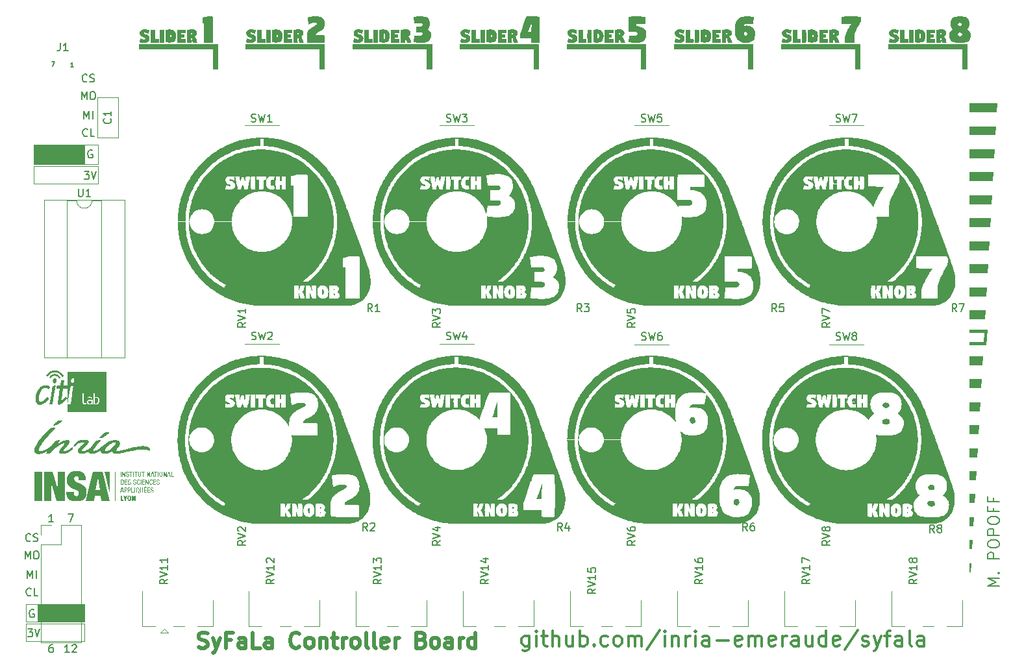
<source format=gbr>
G04 #@! TF.GenerationSoftware,KiCad,Pcbnew,6.0.8-f2edbf62ab~116~ubuntu20.04.1*
G04 #@! TF.CreationDate,2022-11-15T13:28:35+01:00*
G04 #@! TF.ProjectId,controllerBoard,636f6e74-726f-46c6-9c65-72426f617264,3*
G04 #@! TF.SameCoordinates,Original*
G04 #@! TF.FileFunction,Legend,Top*
G04 #@! TF.FilePolarity,Positive*
%FSLAX46Y46*%
G04 Gerber Fmt 4.6, Leading zero omitted, Abs format (unit mm)*
G04 Created by KiCad (PCBNEW 6.0.8-f2edbf62ab~116~ubuntu20.04.1) date 2022-11-15 13:28:35*
%MOMM*%
%LPD*%
G01*
G04 APERTURE LIST*
%ADD10C,0.000000*%
%ADD11C,0.120000*%
%ADD12C,0.100000*%
%ADD13C,0.200000*%
%ADD14C,0.150000*%
%ADD15C,0.500000*%
%ADD16C,0.300000*%
G04 APERTURE END LIST*
D10*
G36*
X46688736Y-63990307D02*
G01*
X46760751Y-63991833D01*
X46832615Y-63997733D01*
X46904119Y-64007919D01*
X46975057Y-64022301D01*
X47045222Y-64040789D01*
X47114407Y-64063294D01*
X47182405Y-64089726D01*
X47249009Y-64119996D01*
X47314012Y-64154015D01*
X47377207Y-64191692D01*
X47438387Y-64232938D01*
X47497345Y-64277665D01*
X47553874Y-64325781D01*
X47607768Y-64377199D01*
X47658819Y-64431827D01*
X47706820Y-64489578D01*
X47718070Y-64504460D01*
X47730123Y-64521325D01*
X47755792Y-64559554D01*
X47782141Y-64601357D01*
X47807482Y-64643826D01*
X47830127Y-64684055D01*
X47848392Y-64719136D01*
X47855353Y-64733837D01*
X47860587Y-64746161D01*
X47863882Y-64755744D01*
X47864737Y-64759394D01*
X47865027Y-64762223D01*
X47864733Y-64764791D01*
X47863855Y-64767499D01*
X47862396Y-64770344D01*
X47860363Y-64773322D01*
X47857758Y-64776430D01*
X47854587Y-64779665D01*
X47850855Y-64783022D01*
X47846565Y-64786498D01*
X47841724Y-64790090D01*
X47836335Y-64793793D01*
X47830402Y-64797604D01*
X47823931Y-64801520D01*
X47816927Y-64805538D01*
X47809393Y-64809652D01*
X47801334Y-64813860D01*
X47792755Y-64818159D01*
X47773110Y-64827768D01*
X47755680Y-64836167D01*
X47740302Y-64843384D01*
X47733332Y-64846559D01*
X47726814Y-64849449D01*
X47720728Y-64852058D01*
X47715053Y-64854390D01*
X47709771Y-64856448D01*
X47704859Y-64858236D01*
X47700298Y-64859757D01*
X47696068Y-64861016D01*
X47692148Y-64862015D01*
X47688518Y-64862758D01*
X47685158Y-64863248D01*
X47682047Y-64863491D01*
X47679166Y-64863488D01*
X47677805Y-64863396D01*
X47676494Y-64863244D01*
X47675229Y-64863032D01*
X47674010Y-64862761D01*
X47672832Y-64862432D01*
X47671694Y-64862045D01*
X47670593Y-64861600D01*
X47669527Y-64861098D01*
X47668492Y-64860539D01*
X47667487Y-64859924D01*
X47665555Y-64858526D01*
X47663710Y-64856908D01*
X47661933Y-64855075D01*
X47660201Y-64853028D01*
X47658497Y-64850772D01*
X47656798Y-64848311D01*
X47655086Y-64845648D01*
X47653339Y-64842787D01*
X47628749Y-64800881D01*
X47592630Y-64738572D01*
X47581566Y-64720338D01*
X47568918Y-64701175D01*
X47554844Y-64681259D01*
X47539501Y-64660761D01*
X47523049Y-64639856D01*
X47505644Y-64618717D01*
X47487446Y-64597517D01*
X47468612Y-64576430D01*
X47449299Y-64555630D01*
X47429667Y-64535289D01*
X47409872Y-64515582D01*
X47390074Y-64496682D01*
X47370429Y-64478762D01*
X47351097Y-64461995D01*
X47332234Y-64446556D01*
X47314000Y-64432618D01*
X47274177Y-64404923D01*
X47232665Y-64379064D01*
X47189646Y-64355090D01*
X47145303Y-64333050D01*
X47099821Y-64312992D01*
X47053381Y-64294964D01*
X47006167Y-64279016D01*
X46958363Y-64265196D01*
X46910151Y-64253552D01*
X46861715Y-64244133D01*
X46813238Y-64236988D01*
X46764903Y-64232165D01*
X46716893Y-64229713D01*
X46669392Y-64229681D01*
X46622582Y-64232116D01*
X46576646Y-64237068D01*
X46517741Y-64246670D01*
X46460112Y-64259138D01*
X46403814Y-64274441D01*
X46348900Y-64292543D01*
X46295421Y-64313411D01*
X46243432Y-64337013D01*
X46192984Y-64363315D01*
X46144132Y-64392284D01*
X46096927Y-64423886D01*
X46051422Y-64458088D01*
X46007671Y-64494856D01*
X45965727Y-64534158D01*
X45925641Y-64575960D01*
X45887468Y-64620229D01*
X45851260Y-64666930D01*
X45817069Y-64716032D01*
X45812321Y-64723121D01*
X45807563Y-64730010D01*
X45802827Y-64736664D01*
X45798142Y-64743046D01*
X45793540Y-64749121D01*
X45789051Y-64754854D01*
X45784706Y-64760208D01*
X45780536Y-64765148D01*
X45776572Y-64769638D01*
X45772843Y-64773642D01*
X45769382Y-64777126D01*
X45766218Y-64780053D01*
X45763382Y-64782387D01*
X45762097Y-64783321D01*
X45760905Y-64784094D01*
X45759811Y-64784700D01*
X45758818Y-64785136D01*
X45757930Y-64785397D01*
X45757152Y-64785479D01*
X45754432Y-64785180D01*
X45750993Y-64784357D01*
X45742170Y-64781268D01*
X45731104Y-64776468D01*
X45718219Y-64770213D01*
X45703936Y-64762761D01*
X45688679Y-64754367D01*
X45656928Y-64735783D01*
X45626347Y-64716511D01*
X45612551Y-64707259D01*
X45600314Y-64698605D01*
X45590059Y-64690805D01*
X45582209Y-64684117D01*
X45577185Y-64678796D01*
X45575865Y-64676728D01*
X45575411Y-64675099D01*
X45575790Y-64671519D01*
X45576928Y-64667116D01*
X45581354Y-64656013D01*
X45588435Y-64642134D01*
X45597914Y-64625819D01*
X45609539Y-64607413D01*
X45623054Y-64587257D01*
X45654735Y-64543064D01*
X45690921Y-64495983D01*
X45729575Y-64448751D01*
X45768660Y-64404110D01*
X45787727Y-64383616D01*
X45806138Y-64364797D01*
X45847082Y-64325622D01*
X45888721Y-64288711D01*
X45931101Y-64254042D01*
X45974266Y-64221594D01*
X46018261Y-64191345D01*
X46063130Y-64163275D01*
X46108919Y-64137360D01*
X46155671Y-64113581D01*
X46203431Y-64091915D01*
X46252245Y-64072341D01*
X46302156Y-64054838D01*
X46353209Y-64039385D01*
X46405449Y-64025958D01*
X46458920Y-64014538D01*
X46513668Y-64005103D01*
X46569736Y-63997631D01*
X46584568Y-63996033D01*
X46599418Y-63994631D01*
X46614282Y-63993425D01*
X46629158Y-63992414D01*
X46644044Y-63991597D01*
X46658937Y-63990974D01*
X46673835Y-63990544D01*
X46688736Y-63990306D01*
X46688736Y-63990307D01*
G37*
G36*
X46724794Y-64466731D02*
G01*
X46742935Y-64467560D01*
X46761083Y-64468804D01*
X46779232Y-64470465D01*
X46797376Y-64472545D01*
X46815508Y-64475045D01*
X46833621Y-64477969D01*
X46851709Y-64481317D01*
X46892967Y-64490624D01*
X46933695Y-64502152D01*
X46973799Y-64515832D01*
X47013181Y-64531599D01*
X47051743Y-64549384D01*
X47089390Y-64569119D01*
X47126025Y-64590738D01*
X47161550Y-64614174D01*
X47195869Y-64639358D01*
X47228885Y-64666223D01*
X47260502Y-64694702D01*
X47290621Y-64724728D01*
X47319148Y-64756232D01*
X47345984Y-64789149D01*
X47371034Y-64823410D01*
X47394200Y-64858947D01*
X47402508Y-64872578D01*
X47409944Y-64884998D01*
X47416538Y-64896282D01*
X47422319Y-64906504D01*
X47427315Y-64915739D01*
X47431556Y-64924061D01*
X47435070Y-64931546D01*
X47436564Y-64934996D01*
X47437888Y-64938266D01*
X47439044Y-64941363D01*
X47440037Y-64944297D01*
X47440870Y-64947077D01*
X47441546Y-64949713D01*
X47442071Y-64952214D01*
X47442446Y-64954589D01*
X47442676Y-64956847D01*
X47442764Y-64958998D01*
X47442714Y-64961052D01*
X47442530Y-64963017D01*
X47442215Y-64964902D01*
X47441773Y-64966718D01*
X47441207Y-64968473D01*
X47440522Y-64970177D01*
X47439720Y-64971838D01*
X47438805Y-64973467D01*
X47437481Y-64975192D01*
X47435431Y-64977202D01*
X47429332Y-64981987D01*
X47420874Y-64987645D01*
X47410422Y-64993998D01*
X47384997Y-65008074D01*
X47355979Y-65022789D01*
X47326292Y-65036717D01*
X47298858Y-65048433D01*
X47286899Y-65053015D01*
X47276599Y-65056510D01*
X47268324Y-65058737D01*
X47262439Y-65059521D01*
X47261421Y-65059421D01*
X47260291Y-65059123D01*
X47257713Y-65057955D01*
X47254739Y-65056055D01*
X47251402Y-65053463D01*
X47247737Y-65050218D01*
X47243779Y-65046361D01*
X47239561Y-65041929D01*
X47235119Y-65036963D01*
X47230485Y-65031502D01*
X47225695Y-65025586D01*
X47220783Y-65019253D01*
X47215783Y-65012543D01*
X47210729Y-65005496D01*
X47205656Y-64998151D01*
X47200597Y-64990548D01*
X47195588Y-64982725D01*
X47177554Y-64955660D01*
X47158219Y-64929793D01*
X47137634Y-64905158D01*
X47115845Y-64881786D01*
X47092903Y-64859708D01*
X47068856Y-64838956D01*
X47043753Y-64819562D01*
X47017643Y-64801558D01*
X46990575Y-64784976D01*
X46962597Y-64769848D01*
X46933759Y-64756205D01*
X46904110Y-64744078D01*
X46873698Y-64733501D01*
X46842572Y-64724504D01*
X46810782Y-64717120D01*
X46778376Y-64711379D01*
X46750426Y-64707453D01*
X46737934Y-64705956D01*
X46726226Y-64704776D01*
X46715146Y-64703919D01*
X46704539Y-64703388D01*
X46694251Y-64703189D01*
X46684127Y-64703326D01*
X46674012Y-64703804D01*
X46663752Y-64704628D01*
X46653191Y-64705802D01*
X46642176Y-64707332D01*
X46630550Y-64709222D01*
X46618161Y-64711477D01*
X46590469Y-64717101D01*
X46561009Y-64724008D01*
X46532306Y-64732013D01*
X46504382Y-64741103D01*
X46477261Y-64751262D01*
X46450968Y-64762475D01*
X46425524Y-64774727D01*
X46400954Y-64788004D01*
X46377282Y-64802290D01*
X46354530Y-64817570D01*
X46332721Y-64833830D01*
X46311881Y-64851054D01*
X46292031Y-64869228D01*
X46273196Y-64888336D01*
X46255399Y-64908364D01*
X46238663Y-64929297D01*
X46223012Y-64951119D01*
X46218521Y-64957588D01*
X46214009Y-64963791D01*
X46209498Y-64969708D01*
X46205008Y-64975319D01*
X46200560Y-64980603D01*
X46196176Y-64985540D01*
X46191878Y-64990110D01*
X46187686Y-64994291D01*
X46183621Y-64998065D01*
X46179705Y-65001409D01*
X46175959Y-65004305D01*
X46172404Y-65006731D01*
X46170704Y-65007761D01*
X46169061Y-65008667D01*
X46167476Y-65009445D01*
X46165952Y-65010093D01*
X46164492Y-65010608D01*
X46163098Y-65010988D01*
X46161773Y-65011230D01*
X46160519Y-65011332D01*
X46157532Y-65011166D01*
X46153937Y-65010550D01*
X46145099Y-65008071D01*
X46134362Y-65004100D01*
X46122081Y-64998842D01*
X46108615Y-64992501D01*
X46094317Y-64985282D01*
X46079546Y-64977390D01*
X46064657Y-64969030D01*
X46050007Y-64960407D01*
X46035952Y-64951726D01*
X46022847Y-64943191D01*
X46011050Y-64935007D01*
X46000917Y-64927380D01*
X45992804Y-64920513D01*
X45987067Y-64914613D01*
X45985201Y-64912088D01*
X45984063Y-64909883D01*
X45983593Y-64907540D01*
X45983679Y-64904591D01*
X45985431Y-64897004D01*
X45989143Y-64887376D01*
X45994635Y-64875966D01*
X46001730Y-64863029D01*
X46010249Y-64848821D01*
X46020014Y-64833599D01*
X46030848Y-64817620D01*
X46042571Y-64801138D01*
X46055006Y-64784412D01*
X46067976Y-64767697D01*
X46081300Y-64751249D01*
X46094802Y-64735326D01*
X46108304Y-64720183D01*
X46121626Y-64706076D01*
X46134592Y-64693263D01*
X46164652Y-64666069D01*
X46195772Y-64640521D01*
X46227887Y-64616638D01*
X46260934Y-64594438D01*
X46294847Y-64573942D01*
X46329563Y-64555167D01*
X46365016Y-64538133D01*
X46401143Y-64522859D01*
X46437878Y-64509365D01*
X46475158Y-64497668D01*
X46512919Y-64487789D01*
X46551095Y-64479746D01*
X46589622Y-64473558D01*
X46628437Y-64469244D01*
X46667473Y-64466824D01*
X46706668Y-64466316D01*
X46724794Y-64466731D01*
G37*
G36*
X46731083Y-65001238D02*
G01*
X46741637Y-65002101D01*
X46751918Y-65003885D01*
X46761935Y-65006596D01*
X46771699Y-65010239D01*
X46781221Y-65014818D01*
X46790512Y-65020340D01*
X46799582Y-65026808D01*
X46808443Y-65034228D01*
X46817105Y-65042605D01*
X46825579Y-65051944D01*
X46833876Y-65062250D01*
X46842006Y-65073527D01*
X46849980Y-65085782D01*
X46857809Y-65099018D01*
X46865503Y-65113242D01*
X46873074Y-65128457D01*
X46884825Y-65153615D01*
X46889666Y-65164674D01*
X46893876Y-65175024D01*
X46897498Y-65184893D01*
X46900576Y-65194512D01*
X46903153Y-65204108D01*
X46905274Y-65213910D01*
X46906982Y-65224147D01*
X46908320Y-65235048D01*
X46909333Y-65246841D01*
X46910064Y-65259754D01*
X46910854Y-65289859D01*
X46911040Y-65327192D01*
X46910845Y-65363470D01*
X46910552Y-65378953D01*
X46910088Y-65392911D01*
X46909417Y-65405528D01*
X46908510Y-65416989D01*
X46907332Y-65427478D01*
X46905853Y-65437180D01*
X46904039Y-65446280D01*
X46901858Y-65454961D01*
X46899278Y-65463409D01*
X46896267Y-65471808D01*
X46892792Y-65480342D01*
X46888821Y-65489196D01*
X46884322Y-65498554D01*
X46879262Y-65508601D01*
X46866765Y-65531886D01*
X46853866Y-65553708D01*
X46840573Y-65574061D01*
X46826891Y-65592940D01*
X46812828Y-65610339D01*
X46798391Y-65626253D01*
X46783585Y-65640676D01*
X46768418Y-65653604D01*
X46752896Y-65665031D01*
X46745004Y-65670180D01*
X46737026Y-65674952D01*
X46728962Y-65679345D01*
X46720814Y-65683361D01*
X46712583Y-65686997D01*
X46704268Y-65690253D01*
X46695872Y-65693128D01*
X46687394Y-65695622D01*
X46678836Y-65697735D01*
X46670199Y-65699465D01*
X46661483Y-65700811D01*
X46652689Y-65701774D01*
X46643818Y-65702352D01*
X46634871Y-65702545D01*
X46627931Y-65702452D01*
X46621326Y-65702169D01*
X46615028Y-65701687D01*
X46609013Y-65700996D01*
X46603254Y-65700088D01*
X46597725Y-65698954D01*
X46592402Y-65697586D01*
X46587259Y-65695974D01*
X46582268Y-65694110D01*
X46577406Y-65691985D01*
X46572646Y-65689591D01*
X46567962Y-65686917D01*
X46563329Y-65683957D01*
X46558721Y-65680700D01*
X46554112Y-65677138D01*
X46549477Y-65673263D01*
X46545863Y-65669892D01*
X46542011Y-65665854D01*
X46537956Y-65661200D01*
X46533732Y-65655985D01*
X46529374Y-65650263D01*
X46524915Y-65644086D01*
X46515836Y-65630581D01*
X46506769Y-65615900D01*
X46497990Y-65600470D01*
X46489776Y-65584717D01*
X46485966Y-65576854D01*
X46482400Y-65569070D01*
X46472610Y-65546234D01*
X46468514Y-65535862D01*
X46464910Y-65525958D01*
X46461767Y-65516349D01*
X46459053Y-65506865D01*
X46456740Y-65497333D01*
X46454794Y-65487581D01*
X46453187Y-65477437D01*
X46451887Y-65466731D01*
X46450863Y-65455289D01*
X46450085Y-65442939D01*
X46449144Y-65414832D01*
X46448816Y-65381033D01*
X46448941Y-65347201D01*
X46449218Y-65332595D01*
X46449677Y-65319309D01*
X46450346Y-65307177D01*
X46451254Y-65296032D01*
X46452430Y-65285709D01*
X46453903Y-65276041D01*
X46455701Y-65266864D01*
X46457854Y-65258011D01*
X46460390Y-65249317D01*
X46463338Y-65240615D01*
X46466726Y-65231739D01*
X46470585Y-65222525D01*
X46474941Y-65212805D01*
X46479825Y-65202415D01*
X46487315Y-65187514D01*
X46495391Y-65172872D01*
X46504008Y-65158538D01*
X46513123Y-65144560D01*
X46522690Y-65130986D01*
X46532665Y-65117865D01*
X46543004Y-65105246D01*
X46553663Y-65093176D01*
X46564596Y-65081706D01*
X46575759Y-65070882D01*
X46587107Y-65060753D01*
X46598597Y-65051368D01*
X46610184Y-65042776D01*
X46621823Y-65035025D01*
X46633469Y-65028163D01*
X46645079Y-65022239D01*
X46650975Y-65019543D01*
X46656796Y-65017028D01*
X46662544Y-65014697D01*
X46668220Y-65012548D01*
X46673825Y-65010583D01*
X46679360Y-65008803D01*
X46684825Y-65007207D01*
X46690223Y-65005796D01*
X46695554Y-65004571D01*
X46700819Y-65003533D01*
X46706020Y-65002681D01*
X46711156Y-65002016D01*
X46716229Y-65001539D01*
X46721241Y-65001250D01*
X46726192Y-65001150D01*
X46731083Y-65001238D01*
G37*
G36*
X46783909Y-65969729D02*
G01*
X46784536Y-65969761D01*
X46785134Y-65969800D01*
X46785705Y-65969844D01*
X46786247Y-65969895D01*
X46786760Y-65969953D01*
X46787245Y-65970017D01*
X46787701Y-65970087D01*
X46788127Y-65970164D01*
X46788524Y-65970247D01*
X46788892Y-65970337D01*
X46789229Y-65970434D01*
X46789537Y-65970538D01*
X46789814Y-65970648D01*
X46790061Y-65970765D01*
X46790278Y-65970889D01*
X46791388Y-65971762D01*
X46792466Y-65972937D01*
X46793505Y-65974393D01*
X46794502Y-65976112D01*
X46795449Y-65978072D01*
X46796342Y-65980253D01*
X46797175Y-65982637D01*
X46797942Y-65985202D01*
X46798638Y-65987929D01*
X46799257Y-65990797D01*
X46799795Y-65993788D01*
X46800244Y-65996881D01*
X46800600Y-66000055D01*
X46800856Y-66003292D01*
X46801009Y-66006570D01*
X46801051Y-66009870D01*
X46616900Y-67230539D01*
X46425938Y-68428509D01*
X46423775Y-68430272D01*
X46419569Y-68431911D01*
X46405580Y-68434817D01*
X46385067Y-68437231D01*
X46359125Y-68439160D01*
X46295341Y-68441583D01*
X46223002Y-68442131D01*
X46150876Y-68440848D01*
X46087736Y-68437780D01*
X46062277Y-68435589D01*
X46042353Y-68432969D01*
X46029061Y-68429924D01*
X46025244Y-68428245D01*
X46023497Y-68426461D01*
X46075456Y-68044656D01*
X46200728Y-67230119D01*
X46331021Y-66417618D01*
X46376710Y-66147995D01*
X46398045Y-66041918D01*
X46404497Y-66038428D01*
X46417131Y-66034107D01*
X46457659Y-66023570D01*
X46513060Y-66011495D01*
X46576766Y-65999074D01*
X46642208Y-65987494D01*
X46702816Y-65977947D01*
X46752021Y-65971620D01*
X46770294Y-65970037D01*
X46783254Y-65969705D01*
X46783254Y-65969703D01*
X46783909Y-65969729D01*
G37*
G36*
X45510600Y-65926362D02*
G01*
X45535125Y-65927264D01*
X45559580Y-65928805D01*
X45583951Y-65930987D01*
X45608223Y-65933812D01*
X45632382Y-65937281D01*
X45656413Y-65941398D01*
X45680301Y-65946164D01*
X45704033Y-65951580D01*
X45727594Y-65957650D01*
X45750968Y-65964374D01*
X45774142Y-65971756D01*
X45797101Y-65979796D01*
X45819831Y-65988498D01*
X45842317Y-65997863D01*
X45864544Y-66007893D01*
X45883051Y-66016863D01*
X45902128Y-66026649D01*
X45921548Y-66037101D01*
X45941081Y-66048066D01*
X45960501Y-66059395D01*
X45979580Y-66070936D01*
X45998089Y-66082537D01*
X46015800Y-66094049D01*
X46032485Y-66105320D01*
X46047917Y-66116199D01*
X46061867Y-66126536D01*
X46074108Y-66136178D01*
X46084411Y-66144975D01*
X46092548Y-66152777D01*
X46098292Y-66159432D01*
X46100195Y-66162282D01*
X46101414Y-66164788D01*
X46102514Y-66168000D01*
X46103225Y-66171133D01*
X46103387Y-66174417D01*
X46102841Y-66178083D01*
X46101427Y-66182363D01*
X46098983Y-66187487D01*
X46095351Y-66193685D01*
X46090371Y-66201190D01*
X46075724Y-66221040D01*
X46053763Y-66248883D01*
X45982776Y-66335942D01*
X45965555Y-66356673D01*
X45948870Y-66376259D01*
X45933133Y-66394253D01*
X45918751Y-66410208D01*
X45906134Y-66423678D01*
X45900616Y-66429342D01*
X45895693Y-66434217D01*
X45891416Y-66438247D01*
X45887836Y-66441378D01*
X45885004Y-66443553D01*
X45883886Y-66444264D01*
X45882973Y-66444715D01*
X45882089Y-66444970D01*
X45881057Y-66445097D01*
X45878565Y-66444981D01*
X45875537Y-66444388D01*
X45872012Y-66443340D01*
X45868031Y-66441858D01*
X45863633Y-66439964D01*
X45858857Y-66437678D01*
X45853744Y-66435023D01*
X45848333Y-66432019D01*
X45842665Y-66428689D01*
X45836778Y-66425053D01*
X45830712Y-66421132D01*
X45824508Y-66416949D01*
X45818205Y-66412525D01*
X45811843Y-66407881D01*
X45805461Y-66403037D01*
X45781136Y-66384757D01*
X45757401Y-66368054D01*
X45734130Y-66352886D01*
X45711197Y-66339214D01*
X45688476Y-66326997D01*
X45665841Y-66316193D01*
X45643166Y-66306762D01*
X45620325Y-66298663D01*
X45597193Y-66291855D01*
X45573644Y-66286298D01*
X45549550Y-66281951D01*
X45524788Y-66278773D01*
X45499230Y-66276723D01*
X45472751Y-66275761D01*
X45445225Y-66275845D01*
X45416526Y-66276936D01*
X45383311Y-66278986D01*
X45368897Y-66280156D01*
X45355669Y-66281497D01*
X45343417Y-66283064D01*
X45331932Y-66284914D01*
X45321007Y-66287101D01*
X45310433Y-66289682D01*
X45300002Y-66292711D01*
X45289505Y-66296246D01*
X45278733Y-66300341D01*
X45267479Y-66305052D01*
X45255534Y-66310435D01*
X45242688Y-66316546D01*
X45213465Y-66331172D01*
X45167785Y-66357242D01*
X45123107Y-66388190D01*
X45079559Y-66423807D01*
X45037265Y-66463887D01*
X44996352Y-66508223D01*
X44956946Y-66556607D01*
X44919173Y-66608833D01*
X44883160Y-66664694D01*
X44849031Y-66723982D01*
X44816914Y-66786491D01*
X44786933Y-66852014D01*
X44759217Y-66920343D01*
X44733889Y-66991271D01*
X44711077Y-67064592D01*
X44690907Y-67140099D01*
X44673504Y-67217584D01*
X44668709Y-67243344D01*
X44663704Y-67274307D01*
X44658634Y-67309299D01*
X44653649Y-67347148D01*
X44644522Y-67426724D01*
X44640675Y-67466106D01*
X44637503Y-67503652D01*
X44635024Y-67539286D01*
X44633136Y-67573935D01*
X44631837Y-67607590D01*
X44631122Y-67640242D01*
X44630990Y-67671880D01*
X44631437Y-67702496D01*
X44632459Y-67732079D01*
X44634055Y-67760621D01*
X44636219Y-67788110D01*
X44638950Y-67814538D01*
X44642244Y-67839896D01*
X44646098Y-67864172D01*
X44650508Y-67887358D01*
X44655473Y-67909445D01*
X44660987Y-67930422D01*
X44667049Y-67950279D01*
X44673655Y-67969008D01*
X44680802Y-67986598D01*
X44688487Y-68003041D01*
X44696707Y-68018325D01*
X44705458Y-68032442D01*
X44714737Y-68045383D01*
X44724541Y-68057136D01*
X44734867Y-68067693D01*
X44745713Y-68077045D01*
X44757073Y-68085180D01*
X44768947Y-68092091D01*
X44781329Y-68097766D01*
X44794218Y-68102198D01*
X44807610Y-68105375D01*
X44821501Y-68107288D01*
X44835890Y-68107928D01*
X44868300Y-68106015D01*
X44902414Y-68100273D01*
X44938241Y-68090695D01*
X44975788Y-68077277D01*
X45015065Y-68060011D01*
X45056081Y-68038893D01*
X45098843Y-68013916D01*
X45143360Y-67985075D01*
X45189642Y-67952363D01*
X45237697Y-67915775D01*
X45287532Y-67875305D01*
X45339158Y-67830947D01*
X45392583Y-67782695D01*
X45447815Y-67730544D01*
X45504862Y-67674488D01*
X45563735Y-67614520D01*
X45595264Y-67582073D01*
X45625072Y-67551803D01*
X45652478Y-67524372D01*
X45676800Y-67500444D01*
X45697358Y-67480679D01*
X45713472Y-67465741D01*
X45719649Y-67460290D01*
X45724460Y-67456293D01*
X45727820Y-67453834D01*
X45728929Y-67453207D01*
X45729644Y-67452996D01*
X45731815Y-67453490D01*
X45734969Y-67454933D01*
X45743949Y-67460428D01*
X45756047Y-67469011D01*
X45770722Y-67480210D01*
X45805649Y-67508571D01*
X45844415Y-67541739D01*
X45882708Y-67575943D01*
X45916214Y-67607412D01*
X45929823Y-67620942D01*
X45940618Y-67632374D01*
X45948060Y-67641236D01*
X45950355Y-67644556D01*
X45951609Y-67647058D01*
X45952704Y-67652944D01*
X45952196Y-67659863D01*
X45949975Y-67667953D01*
X45945930Y-67677351D01*
X45939950Y-67688196D01*
X45931925Y-67700625D01*
X45921744Y-67714778D01*
X45909296Y-67730791D01*
X45877157Y-67768952D01*
X45834623Y-67816213D01*
X45780809Y-67873678D01*
X45714828Y-67942451D01*
X45651937Y-68005719D01*
X45589516Y-68065011D01*
X45527548Y-68120338D01*
X45466012Y-68171711D01*
X45404890Y-68219140D01*
X45344163Y-68262637D01*
X45283812Y-68302211D01*
X45223818Y-68337874D01*
X45164163Y-68369637D01*
X45104826Y-68397509D01*
X45045790Y-68421502D01*
X44987035Y-68441627D01*
X44928542Y-68457893D01*
X44870293Y-68470313D01*
X44812268Y-68478896D01*
X44754448Y-68483653D01*
X44726504Y-68484733D01*
X44700866Y-68485081D01*
X44688833Y-68484974D01*
X44677282Y-68484677D01*
X44666180Y-68484188D01*
X44655496Y-68483503D01*
X44645198Y-68482622D01*
X44635255Y-68481540D01*
X44625635Y-68480256D01*
X44616306Y-68478768D01*
X44607237Y-68477073D01*
X44598395Y-68475168D01*
X44589749Y-68473051D01*
X44581267Y-68470721D01*
X44564944Y-68465727D01*
X44549222Y-68460369D01*
X44534050Y-68454613D01*
X44519376Y-68448427D01*
X44505149Y-68441776D01*
X44491317Y-68434627D01*
X44477829Y-68426946D01*
X44464633Y-68418699D01*
X44451679Y-68409854D01*
X44438913Y-68400375D01*
X44426285Y-68390231D01*
X44413744Y-68379387D01*
X44401237Y-68367809D01*
X44388714Y-68355464D01*
X44376123Y-68342319D01*
X44363413Y-68328340D01*
X44336575Y-68295682D01*
X44311812Y-68260543D01*
X44289131Y-68222951D01*
X44268538Y-68182937D01*
X44250040Y-68140530D01*
X44233644Y-68095760D01*
X44219356Y-68048658D01*
X44207183Y-67999252D01*
X44197132Y-67947573D01*
X44189209Y-67893651D01*
X44183420Y-67837515D01*
X44179773Y-67779195D01*
X44178274Y-67718722D01*
X44178929Y-67656124D01*
X44181746Y-67591432D01*
X44186731Y-67524676D01*
X44193963Y-67454056D01*
X44202894Y-67384797D01*
X44213538Y-67316862D01*
X44225905Y-67250211D01*
X44240010Y-67184805D01*
X44255865Y-67120606D01*
X44273483Y-67057574D01*
X44292876Y-66995671D01*
X44314058Y-66934858D01*
X44337042Y-66875096D01*
X44361839Y-66816346D01*
X44388464Y-66758569D01*
X44416929Y-66701727D01*
X44447246Y-66645781D01*
X44479429Y-66590691D01*
X44513490Y-66536419D01*
X44529581Y-66512441D01*
X44547401Y-66487321D01*
X44566741Y-66461293D01*
X44587391Y-66434590D01*
X44609143Y-66407448D01*
X44631788Y-66380101D01*
X44678918Y-66325727D01*
X44702986Y-66299168D01*
X44727109Y-66273341D01*
X44751080Y-66248480D01*
X44774689Y-66224819D01*
X44797726Y-66202591D01*
X44819983Y-66182033D01*
X44841251Y-66163377D01*
X44861320Y-66146858D01*
X44896006Y-66120554D01*
X44931587Y-66095874D01*
X44967995Y-66072828D01*
X45005163Y-66051425D01*
X45043024Y-66031675D01*
X45081511Y-66013585D01*
X45120556Y-65997166D01*
X45160093Y-65982427D01*
X45200055Y-65969377D01*
X45240373Y-65958026D01*
X45280981Y-65948381D01*
X45321813Y-65940454D01*
X45362799Y-65934253D01*
X45403874Y-65929786D01*
X45444970Y-65927065D01*
X45486020Y-65926097D01*
X45510600Y-65926362D01*
G37*
G36*
X51339136Y-67971132D02*
G01*
X51365552Y-67971552D01*
X51388557Y-67972547D01*
X51408388Y-67974348D01*
X51417185Y-67975622D01*
X51425278Y-67977184D01*
X51432694Y-67979063D01*
X51439464Y-67981288D01*
X51445616Y-67983886D01*
X51451181Y-67986888D01*
X51456188Y-67990322D01*
X51460665Y-67994216D01*
X51464643Y-67998600D01*
X51468151Y-68003502D01*
X51471219Y-68008952D01*
X51473875Y-68014977D01*
X51476150Y-68021607D01*
X51478073Y-68028871D01*
X51479672Y-68036797D01*
X51480979Y-68045415D01*
X51482829Y-68064839D01*
X51483859Y-68087373D01*
X51484304Y-68113249D01*
X51484400Y-68142697D01*
X51484091Y-68195924D01*
X51483343Y-68217464D01*
X51481878Y-68235944D01*
X51480801Y-68244113D01*
X51479454Y-68251607D01*
X51477807Y-68258458D01*
X51475831Y-68264696D01*
X51473494Y-68270350D01*
X51470767Y-68275451D01*
X51467619Y-68280030D01*
X51464021Y-68284116D01*
X51459942Y-68287740D01*
X51455352Y-68290932D01*
X51450221Y-68293723D01*
X51444519Y-68296143D01*
X51438216Y-68298221D01*
X51431281Y-68299989D01*
X51423684Y-68301477D01*
X51415396Y-68302715D01*
X51396623Y-68304560D01*
X51374722Y-68305769D01*
X51320569Y-68307244D01*
X51285047Y-68307773D01*
X51269244Y-68307800D01*
X51254625Y-68307655D01*
X51241099Y-68307331D01*
X51228577Y-68306819D01*
X51216969Y-68306109D01*
X51206184Y-68305193D01*
X51196131Y-68304062D01*
X51186721Y-68302707D01*
X51177863Y-68301120D01*
X51169466Y-68299291D01*
X51161441Y-68297212D01*
X51153698Y-68294873D01*
X51146145Y-68292266D01*
X51138692Y-68289382D01*
X51127235Y-68284372D01*
X51116504Y-68278960D01*
X51106491Y-68273133D01*
X51097186Y-68266880D01*
X51088580Y-68260186D01*
X51080662Y-68253040D01*
X51073425Y-68245429D01*
X51066857Y-68237341D01*
X51060951Y-68228763D01*
X51055695Y-68219681D01*
X51051081Y-68210085D01*
X51047100Y-68199961D01*
X51043742Y-68189296D01*
X51040996Y-68178077D01*
X51038855Y-68166294D01*
X51037308Y-68153932D01*
X51036796Y-68147704D01*
X51036499Y-68141565D01*
X51036419Y-68135515D01*
X51036556Y-68129554D01*
X51036908Y-68123681D01*
X51037477Y-68117897D01*
X51038263Y-68112201D01*
X51039265Y-68106594D01*
X51040483Y-68101074D01*
X51041918Y-68095643D01*
X51043570Y-68090301D01*
X51045438Y-68085046D01*
X51047524Y-68079879D01*
X51049825Y-68074800D01*
X51052344Y-68069809D01*
X51055080Y-68064906D01*
X51058032Y-68060091D01*
X51061201Y-68055363D01*
X51064588Y-68050723D01*
X51068191Y-68046170D01*
X51072011Y-68041705D01*
X51076048Y-68037327D01*
X51080303Y-68033037D01*
X51084775Y-68028833D01*
X51089463Y-68024717D01*
X51094370Y-68020688D01*
X51099493Y-68016746D01*
X51104834Y-68012891D01*
X51116167Y-68005441D01*
X51128371Y-67998338D01*
X51143859Y-67990366D01*
X51151307Y-67987029D01*
X51158773Y-67984091D01*
X51166421Y-67981529D01*
X51174414Y-67979318D01*
X51182914Y-67977432D01*
X51192083Y-67975848D01*
X51202085Y-67974540D01*
X51213083Y-67973484D01*
X51225238Y-67972655D01*
X51238713Y-67972029D01*
X51270276Y-67971286D01*
X51309073Y-67971057D01*
X51339136Y-67971132D01*
G37*
G36*
X52103612Y-67574471D02*
G01*
X52103611Y-67574473D01*
X52111865Y-67574870D01*
X52120087Y-67575566D01*
X52128268Y-67576557D01*
X52136403Y-67577838D01*
X52144484Y-67579407D01*
X52152506Y-67581259D01*
X52160460Y-67583391D01*
X52168341Y-67585798D01*
X52176141Y-67588478D01*
X52183854Y-67591426D01*
X52191474Y-67594639D01*
X52198992Y-67598113D01*
X52213699Y-67605828D01*
X52227922Y-67614541D01*
X52241606Y-67624222D01*
X52254697Y-67634842D01*
X52267142Y-67646369D01*
X52273104Y-67652464D01*
X52278885Y-67658775D01*
X52284476Y-67665297D01*
X52289872Y-67672028D01*
X52295066Y-67678964D01*
X52300051Y-67686099D01*
X52304819Y-67693432D01*
X52309365Y-67700958D01*
X52313681Y-67708674D01*
X52317761Y-67716575D01*
X52324340Y-67731069D01*
X52330424Y-67746918D01*
X52335996Y-67763971D01*
X52341040Y-67782077D01*
X52345535Y-67801082D01*
X52349467Y-67820835D01*
X52352815Y-67841184D01*
X52355563Y-67861977D01*
X52357693Y-67883062D01*
X52359187Y-67904287D01*
X52360028Y-67925500D01*
X52360197Y-67946549D01*
X52359677Y-67967281D01*
X52358451Y-67987546D01*
X52356500Y-68007190D01*
X52353807Y-68026063D01*
X52349254Y-68050547D01*
X52343946Y-68073814D01*
X52337872Y-68095880D01*
X52331020Y-68116761D01*
X52323379Y-68136477D01*
X52319259Y-68145902D01*
X52314937Y-68155042D01*
X52310413Y-68163900D01*
X52305684Y-68172476D01*
X52300749Y-68180773D01*
X52295607Y-68188794D01*
X52290257Y-68196540D01*
X52284696Y-68204014D01*
X52278924Y-68211217D01*
X52272939Y-68218153D01*
X52266740Y-68224822D01*
X52260324Y-68231228D01*
X52253692Y-68237372D01*
X52246841Y-68243256D01*
X52239770Y-68248883D01*
X52232477Y-68254255D01*
X52224962Y-68259373D01*
X52217222Y-68264241D01*
X52209257Y-68268859D01*
X52201064Y-68273231D01*
X52192643Y-68277358D01*
X52183991Y-68281243D01*
X52174636Y-68284852D01*
X52164075Y-68288196D01*
X52152460Y-68291261D01*
X52139940Y-68294035D01*
X52126667Y-68296503D01*
X52112790Y-68298654D01*
X52098461Y-68300473D01*
X52083830Y-68301948D01*
X52069046Y-68303065D01*
X52054262Y-68303811D01*
X52039626Y-68304173D01*
X52025290Y-68304138D01*
X52011404Y-68303691D01*
X51998119Y-68302821D01*
X51985584Y-68301514D01*
X51973951Y-68299757D01*
X51945175Y-68294417D01*
X51933619Y-68291343D01*
X51923769Y-68287296D01*
X51915489Y-68281747D01*
X51908644Y-68274169D01*
X51903097Y-68264032D01*
X51898712Y-68250808D01*
X51895353Y-68233969D01*
X51892883Y-68212987D01*
X51891166Y-68187333D01*
X51890067Y-68156480D01*
X51889177Y-68077060D01*
X51889122Y-67970500D01*
X51889693Y-67856636D01*
X51890361Y-67805712D01*
X51891246Y-67760480D01*
X51892316Y-67722207D01*
X51893544Y-67692159D01*
X51894898Y-67671603D01*
X51895613Y-67665279D01*
X51896349Y-67661804D01*
X51897539Y-67659239D01*
X51899231Y-67656548D01*
X51904024Y-67650837D01*
X51910540Y-67644765D01*
X51918589Y-67638430D01*
X51927981Y-67631925D01*
X51938526Y-67625347D01*
X51950034Y-67618792D01*
X51962316Y-67612354D01*
X51975181Y-67606130D01*
X51988441Y-67600215D01*
X52001905Y-67594705D01*
X52015383Y-67589694D01*
X52028686Y-67585280D01*
X52041624Y-67581556D01*
X52054008Y-67578619D01*
X52065646Y-67576565D01*
X52070400Y-67575945D01*
X52075154Y-67575428D01*
X52079907Y-67575014D01*
X52084657Y-67574703D01*
X52089404Y-67574494D01*
X52094146Y-67574386D01*
X52098883Y-67574379D01*
X52103612Y-67574471D01*
G37*
G36*
X48325511Y-67929385D02*
G01*
X48323284Y-67737727D01*
X48321972Y-67685544D01*
X48320566Y-67667336D01*
X48318974Y-67668210D01*
X48315703Y-67670774D01*
X48304485Y-67680625D01*
X48265876Y-67716808D01*
X48210527Y-67770356D01*
X48144223Y-67835745D01*
X48045590Y-67932193D01*
X47952217Y-68020028D01*
X47863156Y-68100035D01*
X47777457Y-68172999D01*
X47694171Y-68239703D01*
X47653137Y-68270954D01*
X47612350Y-68300934D01*
X47571692Y-68329742D01*
X47531045Y-68357475D01*
X47490289Y-68384232D01*
X47449306Y-68410111D01*
X47427342Y-68423440D01*
X47405996Y-68435845D01*
X47385300Y-68447314D01*
X47365286Y-68457837D01*
X47345984Y-68467402D01*
X47327425Y-68475997D01*
X47309642Y-68483610D01*
X47292666Y-68490231D01*
X47276527Y-68495846D01*
X47261257Y-68500446D01*
X47246888Y-68504017D01*
X47233451Y-68506549D01*
X47220977Y-68508029D01*
X47209498Y-68508447D01*
X47204141Y-68508254D01*
X47199044Y-68507791D01*
X47194211Y-68507056D01*
X47189647Y-68506048D01*
X47185615Y-68504875D01*
X47181602Y-68503449D01*
X47173658Y-68499867D01*
X47165857Y-68495362D01*
X47158243Y-68489992D01*
X47150860Y-68483818D01*
X47143750Y-68476897D01*
X47136958Y-68469289D01*
X47130525Y-68461054D01*
X47124495Y-68452249D01*
X47118912Y-68442934D01*
X47113818Y-68433169D01*
X47109257Y-68423011D01*
X47105272Y-68412521D01*
X47101907Y-68401757D01*
X47099204Y-68390778D01*
X47097207Y-68379644D01*
X47094948Y-68344392D01*
X47095092Y-68290375D01*
X47097366Y-68222057D01*
X47101498Y-68143900D01*
X47107217Y-68060367D01*
X47114251Y-67975920D01*
X47119248Y-67925870D01*
X47534584Y-67925870D01*
X47534738Y-67929130D01*
X47535176Y-67931944D01*
X47535907Y-67934307D01*
X47536940Y-67936214D01*
X47538284Y-67937660D01*
X47539948Y-67938641D01*
X47541942Y-67939150D01*
X47544275Y-67939183D01*
X47546955Y-67938735D01*
X47549993Y-67937801D01*
X47557175Y-67934456D01*
X47565895Y-67929106D01*
X47576226Y-67921713D01*
X47588242Y-67912235D01*
X47602015Y-67900633D01*
X47617619Y-67886868D01*
X47635127Y-67870898D01*
X47676150Y-67832186D01*
X47948750Y-67569378D01*
X47970016Y-67548879D01*
X47989665Y-67530119D01*
X48007756Y-67513050D01*
X48024347Y-67497622D01*
X48039498Y-67483789D01*
X48053268Y-67471501D01*
X48065716Y-67460711D01*
X48076900Y-67451371D01*
X48086880Y-67443432D01*
X48095716Y-67436845D01*
X48103465Y-67431564D01*
X48106950Y-67429397D01*
X48110187Y-67427539D01*
X48113181Y-67425983D01*
X48115941Y-67424723D01*
X48118473Y-67423752D01*
X48120785Y-67423066D01*
X48122885Y-67422658D01*
X48124780Y-67422522D01*
X48126477Y-67422652D01*
X48127984Y-67423042D01*
X48130474Y-67424322D01*
X48133714Y-67426590D01*
X48137652Y-67429790D01*
X48142236Y-67433867D01*
X48153139Y-67444432D01*
X48166006Y-67457840D01*
X48180425Y-67473649D01*
X48195981Y-67491416D01*
X48212260Y-67510697D01*
X48228849Y-67531050D01*
X48245207Y-67551250D01*
X48260828Y-67570095D01*
X48275343Y-67587174D01*
X48288384Y-67602072D01*
X48294238Y-67608575D01*
X48299585Y-67614378D01*
X48304380Y-67619430D01*
X48308577Y-67623678D01*
X48312130Y-67627073D01*
X48314993Y-67629561D01*
X48317120Y-67631092D01*
X48317893Y-67631483D01*
X48318465Y-67631614D01*
X48320278Y-67615391D01*
X48321938Y-67568896D01*
X48324661Y-67398128D01*
X48326777Y-66836767D01*
X48325770Y-66526822D01*
X48323561Y-66284327D01*
X48322076Y-66193349D01*
X48320375Y-66125206D01*
X48318484Y-66081888D01*
X48317477Y-66070160D01*
X48316433Y-66065385D01*
X48316415Y-66065366D01*
X48316398Y-66065349D01*
X48316381Y-66065334D01*
X48316363Y-66065321D01*
X48316346Y-66065310D01*
X48316328Y-66065301D01*
X48316311Y-66065294D01*
X48316293Y-66065289D01*
X48316276Y-66065285D01*
X48316258Y-66065284D01*
X48316240Y-66065285D01*
X48316222Y-66065287D01*
X48316205Y-66065291D01*
X48316187Y-66065298D01*
X48316169Y-66065306D01*
X48316151Y-66065316D01*
X48316133Y-66065328D01*
X48316116Y-66065342D01*
X48316098Y-66065357D01*
X48316080Y-66065375D01*
X48316062Y-66065395D01*
X48316044Y-66065416D01*
X48316026Y-66065439D01*
X48316009Y-66065465D01*
X48315973Y-66065521D01*
X48315938Y-66065584D01*
X48315903Y-66065656D01*
X48315868Y-66065734D01*
X48313453Y-66072941D01*
X48310464Y-66084348D01*
X48307018Y-66099371D01*
X48303234Y-66117425D01*
X48295122Y-66160287D01*
X48287073Y-66208256D01*
X48283074Y-66232407D01*
X48278865Y-66255531D01*
X48274574Y-66277079D01*
X48270326Y-66296503D01*
X48266247Y-66313255D01*
X48264311Y-66320457D01*
X48262464Y-66326784D01*
X48260723Y-66332170D01*
X48259103Y-66336544D01*
X48257620Y-66339839D01*
X48256289Y-66341986D01*
X48253934Y-66343977D01*
X48250144Y-66345831D01*
X48244848Y-66347552D01*
X48237974Y-66349145D01*
X48219203Y-66351969D01*
X48193253Y-66354346D01*
X48159548Y-66356317D01*
X48117512Y-66357925D01*
X48006138Y-66360220D01*
X47768093Y-66363430D01*
X47655530Y-67119578D01*
X47574169Y-67663226D01*
X47536620Y-67908471D01*
X47535089Y-67918033D01*
X47534584Y-67925870D01*
X47119248Y-67925870D01*
X47122328Y-67895023D01*
X47131175Y-67822138D01*
X47172926Y-67538372D01*
X47247216Y-67048432D01*
X47285057Y-66799053D01*
X47316044Y-66590761D01*
X47336981Y-66445339D01*
X47342681Y-66403011D01*
X47344670Y-66384570D01*
X47344670Y-66357475D01*
X47130384Y-66357475D01*
X47099126Y-66357436D01*
X47070874Y-66357314D01*
X47045486Y-66357096D01*
X47022814Y-66356771D01*
X47002713Y-66356328D01*
X46985039Y-66355756D01*
X46969645Y-66355044D01*
X46956386Y-66354181D01*
X46945118Y-66353154D01*
X46940185Y-66352577D01*
X46935695Y-66351954D01*
X46931629Y-66351285D01*
X46927970Y-66350569D01*
X46924700Y-66349803D01*
X46921800Y-66348987D01*
X46919252Y-66348119D01*
X46917038Y-66347198D01*
X46915140Y-66346222D01*
X46913540Y-66345190D01*
X46912219Y-66344101D01*
X46911160Y-66342952D01*
X46910343Y-66341744D01*
X46909752Y-66340473D01*
X46908963Y-66333273D01*
X46909567Y-66320472D01*
X46914319Y-66281306D01*
X46922738Y-66229455D01*
X46933550Y-66171396D01*
X46945483Y-66113608D01*
X46957266Y-66062570D01*
X46967627Y-66024761D01*
X46971876Y-66012842D01*
X46975293Y-66006660D01*
X46977596Y-66005307D01*
X46981838Y-66003949D01*
X46995802Y-66001249D01*
X47016513Y-65998612D01*
X47043301Y-65996096D01*
X47075493Y-65993755D01*
X47112418Y-65991644D01*
X47153403Y-65989818D01*
X47197778Y-65988333D01*
X47408269Y-65982379D01*
X47460644Y-65664099D01*
X47471405Y-65599913D01*
X47481913Y-65539551D01*
X47491904Y-65484367D01*
X47501113Y-65435718D01*
X47509278Y-65394960D01*
X47516136Y-65363448D01*
X47521423Y-65342539D01*
X47523395Y-65336483D01*
X47524875Y-65333587D01*
X47532387Y-65329405D01*
X47546961Y-65324467D01*
X47567580Y-65318941D01*
X47593226Y-65312990D01*
X47655528Y-65300480D01*
X47725724Y-65288263D01*
X47795671Y-65277665D01*
X47857228Y-65270011D01*
X47882314Y-65267703D01*
X47902250Y-65266628D01*
X47916017Y-65266951D01*
X47920268Y-65267689D01*
X47922596Y-65268839D01*
X47923929Y-65271600D01*
X47924774Y-65276666D01*
X47924979Y-65293887D01*
X47923171Y-65320851D01*
X47919310Y-65357905D01*
X47913355Y-65405398D01*
X47905267Y-65463676D01*
X47882531Y-65613980D01*
X47862282Y-65744798D01*
X47845695Y-65855055D01*
X47834483Y-65933153D01*
X47831428Y-65956518D01*
X47830359Y-65967494D01*
X47830617Y-65970884D01*
X47831568Y-65973888D01*
X47833470Y-65976528D01*
X47836576Y-65978829D01*
X47841144Y-65980813D01*
X47847428Y-65982503D01*
X47855685Y-65983923D01*
X47866169Y-65985095D01*
X47894845Y-65986789D01*
X47935500Y-65987770D01*
X48060929Y-65988333D01*
X48111519Y-65988545D01*
X48157049Y-65989168D01*
X48197067Y-65990177D01*
X48231121Y-65991551D01*
X48258759Y-65993268D01*
X48270031Y-65994247D01*
X48279530Y-65995303D01*
X48287198Y-65996433D01*
X48292980Y-65997635D01*
X48296819Y-65998905D01*
X48297992Y-65999565D01*
X48298658Y-66000241D01*
X48299443Y-66001453D01*
X48300316Y-66002632D01*
X48301268Y-66003771D01*
X48302291Y-66004864D01*
X48303375Y-66005904D01*
X48304510Y-66006886D01*
X48305688Y-66007804D01*
X48306899Y-66008650D01*
X48308135Y-66009420D01*
X48309385Y-66010108D01*
X48310641Y-66010706D01*
X48311893Y-66011209D01*
X48313132Y-66011611D01*
X48314350Y-66011905D01*
X48315536Y-66012087D01*
X48316114Y-66012133D01*
X48316681Y-66012148D01*
X48319073Y-65996274D01*
X48321210Y-65949717D01*
X48324638Y-65770943D01*
X48326809Y-65488604D01*
X48327088Y-65351007D01*
X48814390Y-65351007D01*
X48814527Y-65370686D01*
X48815290Y-65390783D01*
X48816664Y-65411097D01*
X48818630Y-65431422D01*
X48821174Y-65451557D01*
X48824277Y-65471296D01*
X48827923Y-65490438D01*
X48832096Y-65508778D01*
X48836779Y-65526112D01*
X48841955Y-65542239D01*
X48847608Y-65556953D01*
X48857056Y-65577663D01*
X48862002Y-65587294D01*
X48867095Y-65596442D01*
X48872335Y-65605107D01*
X48877720Y-65613289D01*
X48883251Y-65620986D01*
X48888926Y-65628199D01*
X48894745Y-65634928D01*
X48900707Y-65641172D01*
X48906812Y-65646932D01*
X48913059Y-65652206D01*
X48919447Y-65656994D01*
X48925976Y-65661296D01*
X48932645Y-65665113D01*
X48939454Y-65668443D01*
X48946401Y-65671286D01*
X48953487Y-65673642D01*
X48960710Y-65675511D01*
X48968070Y-65676892D01*
X48975566Y-65677785D01*
X48983198Y-65678191D01*
X48990966Y-65678108D01*
X48998867Y-65677536D01*
X49006902Y-65676475D01*
X49015070Y-65674925D01*
X49023371Y-65672885D01*
X49031804Y-65670355D01*
X49040368Y-65667336D01*
X49049062Y-65663825D01*
X49057886Y-65659824D01*
X49066840Y-65655332D01*
X49078153Y-65648867D01*
X49089465Y-65641382D01*
X49100725Y-65632941D01*
X49111882Y-65623608D01*
X49122885Y-65613448D01*
X49133681Y-65602524D01*
X49144221Y-65590900D01*
X49154453Y-65578641D01*
X49164325Y-65565809D01*
X49173786Y-65552469D01*
X49182786Y-65538685D01*
X49191273Y-65524521D01*
X49199195Y-65510041D01*
X49206501Y-65495308D01*
X49213141Y-65480386D01*
X49219062Y-65465341D01*
X49223290Y-65452930D01*
X49227024Y-65440088D01*
X49233036Y-65413270D01*
X49237157Y-65385205D01*
X49239442Y-65356212D01*
X49239951Y-65326610D01*
X49238740Y-65296718D01*
X49235866Y-65266855D01*
X49231387Y-65237339D01*
X49225361Y-65208491D01*
X49217845Y-65180628D01*
X49208896Y-65154070D01*
X49198571Y-65129135D01*
X49186929Y-65106143D01*
X49180631Y-65095475D01*
X49174026Y-65085412D01*
X49167120Y-65075994D01*
X49159920Y-65067262D01*
X49152433Y-65059254D01*
X49144668Y-65052011D01*
X49140620Y-65048672D01*
X49136439Y-65045551D01*
X49132129Y-65042646D01*
X49127698Y-65039958D01*
X49123151Y-65037486D01*
X49118495Y-65035229D01*
X49113734Y-65033188D01*
X49108876Y-65031360D01*
X49103925Y-65029747D01*
X49098889Y-65028347D01*
X49093773Y-65027160D01*
X49088583Y-65026186D01*
X49083324Y-65025423D01*
X49078004Y-65024872D01*
X49072628Y-65024532D01*
X49067202Y-65024403D01*
X49067202Y-65024400D01*
X49060161Y-65024541D01*
X49053061Y-65025029D01*
X49045913Y-65025861D01*
X49038730Y-65027038D01*
X49031525Y-65028558D01*
X49024311Y-65030419D01*
X49017100Y-65032622D01*
X49009905Y-65035164D01*
X49002738Y-65038046D01*
X48995613Y-65041265D01*
X48988541Y-65044820D01*
X48981536Y-65048712D01*
X48974611Y-65052938D01*
X48967777Y-65057498D01*
X48961047Y-65062390D01*
X48954435Y-65067614D01*
X48944103Y-65076591D01*
X48933737Y-65086510D01*
X48923409Y-65097267D01*
X48913185Y-65108759D01*
X48903136Y-65120881D01*
X48893328Y-65133529D01*
X48883832Y-65146599D01*
X48874715Y-65159987D01*
X48866047Y-65173588D01*
X48857896Y-65187299D01*
X48850330Y-65201014D01*
X48843419Y-65214631D01*
X48837231Y-65228044D01*
X48831834Y-65241151D01*
X48827298Y-65253845D01*
X48823691Y-65266024D01*
X48820444Y-65280555D01*
X48817907Y-65296522D01*
X48816064Y-65313722D01*
X48814897Y-65331951D01*
X48814390Y-65351007D01*
X48327088Y-65351007D01*
X48327567Y-65115479D01*
X48328250Y-64687152D01*
X48329174Y-64530614D01*
X48330545Y-64408505D01*
X48332412Y-64317834D01*
X48334818Y-64255608D01*
X48336238Y-64234228D01*
X48337810Y-64218837D01*
X48339541Y-64209063D01*
X48340467Y-64206164D01*
X48341434Y-64204530D01*
X48565327Y-64197708D01*
X49143194Y-64192839D01*
X50888881Y-64188947D01*
X52634568Y-64192839D01*
X53212435Y-64197708D01*
X53376002Y-64200875D01*
X53436327Y-64204530D01*
X53447689Y-65030163D01*
X53451476Y-66827835D01*
X53447689Y-68625507D01*
X53436327Y-69451139D01*
X53308881Y-69457981D01*
X52892268Y-69462222D01*
X50889468Y-69464489D01*
X49096298Y-69462057D01*
X48547503Y-69459943D01*
X48342021Y-69457536D01*
X48338132Y-69446402D01*
X48334961Y-69414004D01*
X48330526Y-69270157D01*
X48328225Y-68995471D01*
X48327567Y-68559425D01*
X48327335Y-68414225D01*
X48390556Y-68414225D01*
X48392274Y-68416191D01*
X48395835Y-68418032D01*
X48407994Y-68421338D01*
X48426049Y-68424143D01*
X48449017Y-68426445D01*
X48505759Y-68429538D01*
X48570352Y-68430611D01*
X48634930Y-68429656D01*
X48691626Y-68426666D01*
X48714560Y-68424406D01*
X48732573Y-68421635D01*
X48744683Y-68418351D01*
X48748217Y-68416517D01*
X48749906Y-68414555D01*
X48940599Y-67198783D01*
X48968104Y-67014314D01*
X50315517Y-67014314D01*
X50318882Y-67623637D01*
X50320047Y-67820031D01*
X50320634Y-67900282D01*
X50321276Y-67969755D01*
X50322008Y-68029340D01*
X50322869Y-68079926D01*
X50323895Y-68122403D01*
X50325125Y-68157660D01*
X50326595Y-68186586D01*
X50327433Y-68198953D01*
X50328344Y-68210072D01*
X50329334Y-68220052D01*
X50330408Y-68229006D01*
X50331571Y-68237045D01*
X50332826Y-68244279D01*
X50334178Y-68250820D01*
X50335634Y-68256780D01*
X50337196Y-68262269D01*
X50338869Y-68267398D01*
X50340659Y-68272279D01*
X50342570Y-68277023D01*
X50346774Y-68286544D01*
X50359069Y-68310752D01*
X50372847Y-68332868D01*
X50388108Y-68352892D01*
X50396294Y-68362120D01*
X50404850Y-68370824D01*
X50413776Y-68379006D01*
X50423072Y-68386664D01*
X50432739Y-68393799D01*
X50442775Y-68400410D01*
X50453181Y-68406499D01*
X50463957Y-68412064D01*
X50475103Y-68417106D01*
X50486617Y-68421624D01*
X50510755Y-68429091D01*
X50536370Y-68434464D01*
X50563461Y-68437743D01*
X50592027Y-68438927D01*
X50622068Y-68438017D01*
X50653582Y-68435012D01*
X50686570Y-68429912D01*
X50721029Y-68422717D01*
X50738049Y-68418612D01*
X50753183Y-68414669D01*
X50766517Y-68410799D01*
X50778140Y-68406912D01*
X50783337Y-68404935D01*
X50788139Y-68402921D01*
X50792557Y-68400859D01*
X50796603Y-68398738D01*
X50800286Y-68396546D01*
X50803618Y-68394273D01*
X50806610Y-68391907D01*
X50809272Y-68389438D01*
X50811617Y-68386854D01*
X50813655Y-68384145D01*
X50815396Y-68381298D01*
X50816852Y-68378305D01*
X50818034Y-68375152D01*
X50818952Y-68371829D01*
X50819618Y-68368326D01*
X50820043Y-68364630D01*
X50820237Y-68360732D01*
X50820212Y-68356619D01*
X50819978Y-68352281D01*
X50819547Y-68347707D01*
X50818136Y-68337806D01*
X50816067Y-68326827D01*
X50814494Y-68319369D01*
X50812987Y-68312763D01*
X50811498Y-68306961D01*
X50809982Y-68301919D01*
X50809198Y-68299668D01*
X50808390Y-68297589D01*
X50807551Y-68295677D01*
X50806676Y-68293926D01*
X50805760Y-68292330D01*
X50804795Y-68290883D01*
X50803776Y-68289580D01*
X50802698Y-68288415D01*
X50801554Y-68287382D01*
X50800339Y-68286475D01*
X50799047Y-68285688D01*
X50797671Y-68285016D01*
X50796207Y-68284453D01*
X50794649Y-68283993D01*
X50792989Y-68283631D01*
X50791224Y-68283360D01*
X50789346Y-68283175D01*
X50787350Y-68283070D01*
X50782980Y-68283078D01*
X50778069Y-68283336D01*
X50772568Y-68283799D01*
X50715588Y-68289075D01*
X50691653Y-68291165D01*
X50670454Y-68292892D01*
X50651763Y-68294259D01*
X50635355Y-68295268D01*
X50621003Y-68295923D01*
X50608481Y-68296224D01*
X50597562Y-68296175D01*
X50588020Y-68295777D01*
X50579629Y-68295035D01*
X50575794Y-68294534D01*
X50572162Y-68293948D01*
X50568704Y-68293277D01*
X50565393Y-68292521D01*
X50559096Y-68290756D01*
X50553044Y-68288654D01*
X50547012Y-68286219D01*
X50522461Y-68274679D01*
X50512523Y-68267638D01*
X50503983Y-68258380D01*
X50496721Y-68245874D01*
X50490617Y-68229093D01*
X50485550Y-68207008D01*
X50481400Y-68178590D01*
X50478071Y-68134436D01*
X50884738Y-68134436D01*
X50885116Y-68151252D01*
X50886283Y-68168653D01*
X50889540Y-68194617D01*
X50891854Y-68207141D01*
X50894623Y-68219356D01*
X50897843Y-68231261D01*
X50901515Y-68242855D01*
X50905635Y-68254135D01*
X50910203Y-68265099D01*
X50915215Y-68275746D01*
X50920671Y-68286074D01*
X50926568Y-68296081D01*
X50932904Y-68305766D01*
X50939678Y-68315125D01*
X50946888Y-68324158D01*
X50954532Y-68332862D01*
X50962608Y-68341237D01*
X50971114Y-68349279D01*
X50980048Y-68356987D01*
X50989409Y-68364360D01*
X50999194Y-68371395D01*
X51009402Y-68378090D01*
X51020031Y-68384445D01*
X51042544Y-68396122D01*
X51066719Y-68406412D01*
X51092539Y-68415300D01*
X51119991Y-68422771D01*
X51149059Y-68428811D01*
X51164636Y-68431061D01*
X51183061Y-68432823D01*
X51227042Y-68434934D01*
X51278177Y-68435252D01*
X51333638Y-68433886D01*
X51390599Y-68430944D01*
X51446234Y-68426533D01*
X51497715Y-68420763D01*
X51542217Y-68413741D01*
X51617381Y-68399459D01*
X51617381Y-68042318D01*
X51617194Y-67948321D01*
X51616601Y-67869473D01*
X51615548Y-67804426D01*
X51613981Y-67751832D01*
X51612989Y-67729782D01*
X51611848Y-67710339D01*
X51611455Y-67705177D01*
X51738978Y-67705177D01*
X51739059Y-67897195D01*
X51739492Y-68049485D01*
X51740391Y-68166634D01*
X51741050Y-68213464D01*
X51741869Y-68253229D01*
X51742862Y-68286501D01*
X51744043Y-68313854D01*
X51745426Y-68335862D01*
X51747025Y-68353098D01*
X51748855Y-68366135D01*
X51749861Y-68371258D01*
X51750930Y-68375546D01*
X51752063Y-68379071D01*
X51753264Y-68381905D01*
X51754533Y-68384119D01*
X51755872Y-68385784D01*
X51758018Y-68387642D01*
X51760901Y-68389577D01*
X51764473Y-68391574D01*
X51768684Y-68393617D01*
X51773485Y-68395692D01*
X51778828Y-68397781D01*
X51790941Y-68401943D01*
X51804634Y-68405980D01*
X51819514Y-68409766D01*
X51835189Y-68413177D01*
X51851270Y-68416088D01*
X51958504Y-68433439D01*
X51970200Y-68435128D01*
X51982517Y-68436534D01*
X51995363Y-68437662D01*
X52008648Y-68438513D01*
X52036166Y-68439392D01*
X52064339Y-68439192D01*
X52092438Y-68437931D01*
X52119730Y-68435629D01*
X52132846Y-68434093D01*
X52145485Y-68432303D01*
X52157558Y-68430263D01*
X52168973Y-68427973D01*
X52208942Y-68417479D01*
X52228087Y-68411099D01*
X52246664Y-68403973D01*
X52264668Y-68396111D01*
X52282094Y-68387520D01*
X52298934Y-68378208D01*
X52315185Y-68368185D01*
X52330839Y-68357457D01*
X52345891Y-68346034D01*
X52360336Y-68333923D01*
X52374168Y-68321133D01*
X52387381Y-68307671D01*
X52399969Y-68293547D01*
X52411926Y-68278767D01*
X52423248Y-68263341D01*
X52443960Y-68230582D01*
X52462059Y-68195334D01*
X52477499Y-68157664D01*
X52490234Y-68117636D01*
X52500219Y-68075317D01*
X52507407Y-68030771D01*
X52511754Y-67984064D01*
X52513213Y-67935262D01*
X52512546Y-67902488D01*
X52510564Y-67870599D01*
X52507298Y-67839624D01*
X52502779Y-67809591D01*
X52497038Y-67780528D01*
X52490105Y-67752462D01*
X52482012Y-67725422D01*
X52472790Y-67699435D01*
X52462468Y-67674529D01*
X52451079Y-67650732D01*
X52438652Y-67628072D01*
X52425219Y-67606577D01*
X52410811Y-67586275D01*
X52395458Y-67567193D01*
X52379191Y-67549360D01*
X52362041Y-67532804D01*
X52344038Y-67517551D01*
X52325215Y-67503631D01*
X52305600Y-67491071D01*
X52285226Y-67479899D01*
X52264123Y-67470143D01*
X52242322Y-67461831D01*
X52219854Y-67454990D01*
X52196749Y-67449649D01*
X52173039Y-67445836D01*
X52148754Y-67443577D01*
X52123924Y-67442902D01*
X52098582Y-67443838D01*
X52072757Y-67446413D01*
X52046481Y-67450655D01*
X52019785Y-67456592D01*
X51992698Y-67464251D01*
X51980535Y-67468012D01*
X51969492Y-67471327D01*
X51959507Y-67474203D01*
X51950522Y-67476647D01*
X51942479Y-67478665D01*
X51938791Y-67479517D01*
X51935317Y-67480265D01*
X51932048Y-67480910D01*
X51928978Y-67481452D01*
X51926098Y-67481893D01*
X51923402Y-67482234D01*
X51920882Y-67482475D01*
X51918530Y-67482617D01*
X51916340Y-67482661D01*
X51914303Y-67482608D01*
X51912413Y-67482459D01*
X51910662Y-67482214D01*
X51909043Y-67481874D01*
X51907548Y-67481440D01*
X51906170Y-67480914D01*
X51904901Y-67480295D01*
X51903734Y-67479585D01*
X51902662Y-67478785D01*
X51901678Y-67477894D01*
X51900773Y-67476915D01*
X51899940Y-67475848D01*
X51899173Y-67474694D01*
X51898184Y-67471870D01*
X51897221Y-67466730D01*
X51895394Y-67450022D01*
X51893731Y-67425598D01*
X51892274Y-67394489D01*
X51890136Y-67316327D01*
X51889304Y-67223770D01*
X51888905Y-67132455D01*
X51887945Y-67057676D01*
X51887300Y-67028898D01*
X51886569Y-67007149D01*
X51885770Y-66993392D01*
X51885351Y-66989812D01*
X51884922Y-66988592D01*
X51878142Y-66988906D01*
X51870062Y-66989805D01*
X51860908Y-66991223D01*
X51850911Y-66993096D01*
X51840297Y-66995359D01*
X51829297Y-66997948D01*
X51807047Y-67003840D01*
X51796255Y-67007014D01*
X51785989Y-67010253D01*
X51776478Y-67013493D01*
X51767950Y-67016669D01*
X51760634Y-67019715D01*
X51754757Y-67022568D01*
X51750549Y-67025161D01*
X51749142Y-67026340D01*
X51748238Y-67027430D01*
X51746408Y-67043924D01*
X51744695Y-67085470D01*
X51741769Y-67232599D01*
X51739763Y-67446580D01*
X51738978Y-67705177D01*
X51611455Y-67705177D01*
X51610553Y-67693335D01*
X51609097Y-67678601D01*
X51607473Y-67665967D01*
X51605674Y-67655266D01*
X51603694Y-67646329D01*
X51601526Y-67638987D01*
X51596856Y-67626703D01*
X51591311Y-67614472D01*
X51584936Y-67602341D01*
X51577774Y-67590359D01*
X51569871Y-67578571D01*
X51561271Y-67567026D01*
X51552019Y-67555770D01*
X51542158Y-67544850D01*
X51531734Y-67534313D01*
X51520791Y-67524207D01*
X51509374Y-67514579D01*
X51497527Y-67505476D01*
X51485294Y-67496945D01*
X51472720Y-67489033D01*
X51459850Y-67481787D01*
X51446729Y-67475254D01*
X51429900Y-67467753D01*
X51421990Y-67464558D01*
X51414230Y-67461709D01*
X51406476Y-67459188D01*
X51398587Y-67456976D01*
X51390424Y-67455055D01*
X51381843Y-67453407D01*
X51372704Y-67452013D01*
X51362865Y-67450855D01*
X51352185Y-67449915D01*
X51340523Y-67449174D01*
X51313687Y-67448216D01*
X51281226Y-67447834D01*
X51281226Y-67447804D01*
X51259714Y-67447809D01*
X51235785Y-67447904D01*
X51204539Y-67448382D01*
X51173406Y-67449414D01*
X51143205Y-67450937D01*
X51114757Y-67452886D01*
X51088883Y-67455196D01*
X51066404Y-67457803D01*
X51048141Y-67460643D01*
X51040847Y-67462130D01*
X51034914Y-67463650D01*
X50984347Y-67478512D01*
X50990173Y-67531840D01*
X50991476Y-67542684D01*
X50992943Y-67553058D01*
X50994524Y-67562716D01*
X50996168Y-67571412D01*
X50996998Y-67575324D01*
X50997825Y-67578902D01*
X50998642Y-67582119D01*
X50999444Y-67584941D01*
X51000224Y-67587339D01*
X51000976Y-67589283D01*
X51001693Y-67590740D01*
X51002037Y-67591278D01*
X51002370Y-67591682D01*
X51003323Y-67592279D01*
X51004851Y-67592727D01*
X51006922Y-67593028D01*
X51009501Y-67593186D01*
X51012555Y-67593205D01*
X51016050Y-67593087D01*
X51024230Y-67592456D01*
X51033773Y-67591320D01*
X51044409Y-67589705D01*
X51055871Y-67587638D01*
X51067889Y-67585147D01*
X51081722Y-67582521D01*
X51098387Y-67580072D01*
X51117249Y-67577852D01*
X51137675Y-67575916D01*
X51159032Y-67574316D01*
X51180685Y-67573107D01*
X51202001Y-67572343D01*
X51222347Y-67572076D01*
X51250999Y-67572734D01*
X51277699Y-67574735D01*
X51290332Y-67576250D01*
X51302496Y-67578115D01*
X51314197Y-67580335D01*
X51325441Y-67582914D01*
X51336234Y-67585856D01*
X51346582Y-67589167D01*
X51356491Y-67592852D01*
X51365968Y-67596914D01*
X51375019Y-67601360D01*
X51383650Y-67606192D01*
X51391867Y-67611417D01*
X51399677Y-67617039D01*
X51407084Y-67623063D01*
X51414097Y-67629493D01*
X51420720Y-67636335D01*
X51426960Y-67643592D01*
X51432824Y-67651269D01*
X51438316Y-67659372D01*
X51443444Y-67667905D01*
X51448214Y-67676873D01*
X51452632Y-67686280D01*
X51456704Y-67696132D01*
X51460436Y-67706432D01*
X51463834Y-67717186D01*
X51466905Y-67728399D01*
X51469655Y-67740075D01*
X51472089Y-67752218D01*
X51474215Y-67764834D01*
X51475906Y-67776908D01*
X51477262Y-67788769D01*
X51478269Y-67800114D01*
X51478912Y-67810640D01*
X51479094Y-67815501D01*
X51479179Y-67820045D01*
X51479167Y-67824233D01*
X51479055Y-67828027D01*
X51478842Y-67831390D01*
X51478526Y-67834284D01*
X51478106Y-67836671D01*
X51477579Y-67838513D01*
X51476326Y-67840537D01*
X51474101Y-67842387D01*
X51470846Y-67844068D01*
X51466500Y-67845584D01*
X51461003Y-67846941D01*
X51454298Y-67848143D01*
X51437019Y-67850104D01*
X51414187Y-67851507D01*
X51385325Y-67852392D01*
X51349956Y-67852800D01*
X51307605Y-67852769D01*
X51272657Y-67852812D01*
X51240487Y-67853354D01*
X51210893Y-67854450D01*
X51183672Y-67856154D01*
X51158622Y-67858520D01*
X51135541Y-67861603D01*
X51114226Y-67865456D01*
X51104167Y-67867689D01*
X51094474Y-67870135D01*
X51085121Y-67872801D01*
X51076083Y-67875694D01*
X51067335Y-67878820D01*
X51058851Y-67882186D01*
X51050606Y-67885800D01*
X51042575Y-67889667D01*
X51034732Y-67893795D01*
X51027052Y-67898191D01*
X51019510Y-67902861D01*
X51012081Y-67907812D01*
X50997458Y-67918584D01*
X50982981Y-67930562D01*
X50968447Y-67943800D01*
X50956630Y-67955542D01*
X50945754Y-67967454D01*
X50935809Y-67979566D01*
X50926784Y-67991907D01*
X50918667Y-68004507D01*
X50911449Y-68017395D01*
X50905118Y-68030601D01*
X50899664Y-68044155D01*
X50895075Y-68058086D01*
X50891342Y-68072424D01*
X50888452Y-68087198D01*
X50886395Y-68102438D01*
X50885161Y-68118174D01*
X50884738Y-68134436D01*
X50478071Y-68134436D01*
X50475373Y-68098643D01*
X50471573Y-67981022D01*
X50466813Y-67599844D01*
X50463957Y-67367259D01*
X50460456Y-67175592D01*
X50456751Y-67044710D01*
X50454960Y-67008269D01*
X50454104Y-66998386D01*
X50453284Y-66994474D01*
X50453064Y-66994273D01*
X50452802Y-66994083D01*
X50452499Y-66993903D01*
X50452156Y-66993734D01*
X50451773Y-66993574D01*
X50451351Y-66993425D01*
X50450891Y-66993286D01*
X50450394Y-66993157D01*
X50449859Y-66993037D01*
X50449288Y-66992928D01*
X50448681Y-66992829D01*
X50448039Y-66992739D01*
X50446652Y-66992588D01*
X50445132Y-66992475D01*
X50445132Y-66992474D01*
X50439813Y-66992367D01*
X50433455Y-66992594D01*
X50426183Y-66993146D01*
X50418123Y-66994012D01*
X50409401Y-66995181D01*
X50400141Y-66996643D01*
X50390471Y-66998388D01*
X50380516Y-67000405D01*
X50315517Y-67014314D01*
X48968104Y-67014314D01*
X49119102Y-66001637D01*
X49118967Y-66001517D01*
X49118802Y-66001405D01*
X49118608Y-66001298D01*
X49118383Y-66001198D01*
X49118129Y-66001104D01*
X49117846Y-66001016D01*
X49117533Y-66000934D01*
X49117192Y-66000859D01*
X49116822Y-66000790D01*
X49116424Y-66000727D01*
X49115544Y-66000619D01*
X49114554Y-66000534D01*
X49113456Y-66000474D01*
X49113455Y-66000469D01*
X49101954Y-66000752D01*
X49085260Y-66002214D01*
X49039500Y-66008103D01*
X48982579Y-66016994D01*
X48920903Y-66027747D01*
X48860878Y-66039220D01*
X48808909Y-66050271D01*
X48771402Y-66059760D01*
X48760073Y-66063562D01*
X48754761Y-66066545D01*
X48690861Y-66437664D01*
X48564457Y-67238874D01*
X48442154Y-68040839D01*
X48390556Y-68414225D01*
X48327335Y-68414225D01*
X48327015Y-68213041D01*
X48325511Y-67929385D01*
G37*
G36*
X47595904Y-70500697D02*
G01*
X47616024Y-70503940D01*
X47633567Y-70508220D01*
X47648292Y-70513567D01*
X47659962Y-70520008D01*
X47668336Y-70527570D01*
X47673175Y-70536280D01*
X47674240Y-70546167D01*
X47671292Y-70557257D01*
X47664092Y-70569578D01*
X47652399Y-70583158D01*
X47582774Y-70652010D01*
X47511092Y-70718614D01*
X47437411Y-70782927D01*
X47361785Y-70844905D01*
X47284270Y-70904503D01*
X47204922Y-70961679D01*
X47123796Y-71016386D01*
X47040947Y-71068582D01*
X47021030Y-71079823D01*
X46999824Y-71090609D01*
X46954122Y-71110756D01*
X46904996Y-71128907D01*
X46853598Y-71144946D01*
X46801084Y-71158757D01*
X46748606Y-71170224D01*
X46697319Y-71179232D01*
X46648376Y-71185665D01*
X46602932Y-71189407D01*
X46562139Y-71190342D01*
X46527153Y-71188355D01*
X46512197Y-71186229D01*
X46499126Y-71183329D01*
X46488083Y-71179640D01*
X46479213Y-71175149D01*
X46472659Y-71169840D01*
X46468567Y-71163699D01*
X46467080Y-71156712D01*
X46468342Y-71148864D01*
X46472498Y-71140141D01*
X46479692Y-71130528D01*
X46538522Y-71064426D01*
X46598642Y-70999531D01*
X46660035Y-70935862D01*
X46722680Y-70873438D01*
X46786559Y-70812278D01*
X46851653Y-70752398D01*
X46917943Y-70693820D01*
X46985409Y-70636559D01*
X47001701Y-70623901D01*
X47020680Y-70611677D01*
X47042105Y-70599914D01*
X47065739Y-70588641D01*
X47118671Y-70567672D01*
X47177564Y-70548989D01*
X47240503Y-70532813D01*
X47305574Y-70519363D01*
X47370862Y-70508858D01*
X47434453Y-70501520D01*
X47494433Y-70497567D01*
X47548888Y-70497220D01*
X47595904Y-70500697D01*
G37*
G36*
X53701879Y-72042517D02*
G01*
X53721999Y-72045802D01*
X53739542Y-72050124D01*
X53754267Y-72055511D01*
X53765937Y-72061992D01*
X53774311Y-72069594D01*
X53779150Y-72078345D01*
X53780215Y-72088274D01*
X53777268Y-72099408D01*
X53770067Y-72111775D01*
X53758375Y-72125404D01*
X53666645Y-72211116D01*
X53572927Y-72294568D01*
X53477262Y-72375726D01*
X53379693Y-72454556D01*
X53280263Y-72531026D01*
X53179014Y-72605102D01*
X53075989Y-72676749D01*
X52971230Y-72745934D01*
X52951458Y-72757171D01*
X52930774Y-72767748D01*
X52909295Y-72777665D01*
X52887142Y-72786920D01*
X52864434Y-72795512D01*
X52841289Y-72803440D01*
X52794169Y-72817293D01*
X52746735Y-72828468D01*
X52699943Y-72836951D01*
X52654747Y-72842732D01*
X52612102Y-72845796D01*
X52572960Y-72846132D01*
X52555002Y-72845273D01*
X52538278Y-72843727D01*
X52522907Y-72841492D01*
X52509008Y-72838568D01*
X52496702Y-72834952D01*
X52486107Y-72830643D01*
X52477342Y-72825639D01*
X52470527Y-72819939D01*
X52465781Y-72813542D01*
X52463224Y-72806445D01*
X52462974Y-72798647D01*
X52465151Y-72790147D01*
X52469874Y-72780942D01*
X52477263Y-72771032D01*
X52549707Y-72692318D01*
X52623417Y-72614818D01*
X52698377Y-72538546D01*
X52774571Y-72463517D01*
X52851985Y-72389746D01*
X52930602Y-72317250D01*
X53010406Y-72246041D01*
X53091383Y-72176136D01*
X53107675Y-72163672D01*
X53126654Y-72151629D01*
X53148079Y-72140037D01*
X53171713Y-72128923D01*
X53224646Y-72108242D01*
X53283539Y-72089808D01*
X53346478Y-72073847D01*
X53411548Y-72060581D01*
X53476836Y-72050235D01*
X53540427Y-72043031D01*
X53600408Y-72039195D01*
X53654863Y-72038949D01*
X53701879Y-72042517D01*
G37*
G36*
X52542457Y-74517316D02*
G01*
X52472301Y-74561388D01*
X52400996Y-74604004D01*
X52328728Y-74644874D01*
X52255681Y-74683709D01*
X52182039Y-74720219D01*
X52107987Y-74754114D01*
X52033710Y-74785106D01*
X51959392Y-74812904D01*
X51885218Y-74837220D01*
X51811373Y-74857764D01*
X51738040Y-74874246D01*
X51665406Y-74886378D01*
X51593654Y-74893869D01*
X51522969Y-74896430D01*
X51493375Y-74895995D01*
X51465155Y-74894699D01*
X51438290Y-74892558D01*
X51412759Y-74889588D01*
X51388541Y-74885805D01*
X51365616Y-74881223D01*
X51343964Y-74875860D01*
X51323563Y-74869729D01*
X51304394Y-74862848D01*
X51286435Y-74855232D01*
X51269666Y-74846895D01*
X51254068Y-74837855D01*
X51239618Y-74828126D01*
X51226297Y-74817725D01*
X51214084Y-74806667D01*
X51202958Y-74794967D01*
X51192900Y-74782641D01*
X51183887Y-74769705D01*
X51175901Y-74756175D01*
X51168921Y-74742065D01*
X51162925Y-74727393D01*
X51157893Y-74712173D01*
X51153805Y-74696421D01*
X51150641Y-74680153D01*
X51148379Y-74663384D01*
X51147000Y-74646130D01*
X51146482Y-74628406D01*
X51146805Y-74610229D01*
X51147949Y-74591614D01*
X51149892Y-74572577D01*
X51156098Y-74533297D01*
X51091572Y-74577105D01*
X51026513Y-74618018D01*
X50961150Y-74656047D01*
X50895714Y-74691200D01*
X50830434Y-74723486D01*
X50765540Y-74752916D01*
X50701263Y-74779499D01*
X50637832Y-74803243D01*
X50575478Y-74824159D01*
X50514430Y-74842256D01*
X50454919Y-74857543D01*
X50397173Y-74870029D01*
X50341424Y-74879725D01*
X50287902Y-74886638D01*
X50236836Y-74890780D01*
X50188456Y-74892158D01*
X50146625Y-74891205D01*
X50106276Y-74888377D01*
X50067462Y-74883718D01*
X50030236Y-74877276D01*
X49994649Y-74869096D01*
X49960754Y-74859223D01*
X49928603Y-74847704D01*
X49898249Y-74834584D01*
X49869745Y-74819909D01*
X49843142Y-74803724D01*
X49818493Y-74786076D01*
X49795851Y-74767010D01*
X49775268Y-74746571D01*
X49756796Y-74724807D01*
X49740488Y-74701762D01*
X49726395Y-74677482D01*
X49714572Y-74652013D01*
X49705069Y-74625401D01*
X49697940Y-74597691D01*
X49693236Y-74568930D01*
X49691011Y-74539163D01*
X49691316Y-74508435D01*
X49694204Y-74476793D01*
X49699728Y-74444283D01*
X49707939Y-74410949D01*
X49718891Y-74376838D01*
X49732635Y-74341996D01*
X49749225Y-74306468D01*
X49768711Y-74270301D01*
X49791148Y-74233539D01*
X49816587Y-74196229D01*
X49845081Y-74158416D01*
X49910559Y-74076887D01*
X49972675Y-74002597D01*
X50031507Y-73935063D01*
X50087133Y-73873800D01*
X50139634Y-73818327D01*
X50189088Y-73768158D01*
X50235574Y-73722812D01*
X50279172Y-73681804D01*
X50319959Y-73644650D01*
X50358015Y-73610869D01*
X50426252Y-73551486D01*
X50484513Y-73499789D01*
X50510101Y-73475613D01*
X50533431Y-73451908D01*
X50289468Y-73451057D01*
X50189030Y-73451401D01*
X50100375Y-73453510D01*
X50021571Y-73458323D01*
X49985259Y-73462036D01*
X49950683Y-73466777D01*
X49917604Y-73472664D01*
X49885778Y-73479813D01*
X49854965Y-73488342D01*
X49824922Y-73498368D01*
X49795408Y-73510009D01*
X49766181Y-73523381D01*
X49736999Y-73538603D01*
X49707621Y-73555792D01*
X49677805Y-73575064D01*
X49647309Y-73596538D01*
X49615892Y-73620330D01*
X49583311Y-73646558D01*
X49513694Y-73706792D01*
X49436523Y-73778177D01*
X49349865Y-73861653D01*
X49251786Y-73958158D01*
X49243559Y-73965384D01*
X49235611Y-73970701D01*
X49227957Y-73974199D01*
X49220612Y-73975970D01*
X49213593Y-73976102D01*
X49206916Y-73974688D01*
X49200594Y-73971816D01*
X49194646Y-73967579D01*
X49189085Y-73962065D01*
X49183928Y-73955366D01*
X49179190Y-73947572D01*
X49174887Y-73938774D01*
X49171035Y-73929061D01*
X49167649Y-73918525D01*
X49162338Y-73895344D01*
X49159079Y-73869953D01*
X49157999Y-73843077D01*
X49159221Y-73815440D01*
X49162872Y-73787764D01*
X49169075Y-73760773D01*
X49173174Y-73747760D01*
X49177958Y-73735191D01*
X49183442Y-73723154D01*
X49189643Y-73711741D01*
X49196577Y-73701042D01*
X49204258Y-73691148D01*
X49362805Y-73508456D01*
X49432915Y-73432256D01*
X49499087Y-73365371D01*
X49562949Y-73307213D01*
X49626131Y-73257194D01*
X49690261Y-73214727D01*
X49723191Y-73196141D01*
X49756968Y-73179224D01*
X49791797Y-73163901D01*
X49827880Y-73150098D01*
X49904626Y-73126762D01*
X49988835Y-73108627D01*
X50082136Y-73095107D01*
X50186156Y-73085614D01*
X50302525Y-73079561D01*
X50432871Y-73076360D01*
X50578823Y-73075424D01*
X50634802Y-73076017D01*
X50687520Y-73077784D01*
X50737019Y-73080707D01*
X50783343Y-73084769D01*
X50826534Y-73089951D01*
X50866636Y-73096235D01*
X50903691Y-73103603D01*
X50937742Y-73112037D01*
X50968833Y-73121520D01*
X50997005Y-73132033D01*
X51022303Y-73143558D01*
X51044768Y-73156077D01*
X51064445Y-73169573D01*
X51081375Y-73184027D01*
X51095602Y-73199421D01*
X51107168Y-73215738D01*
X51116117Y-73232958D01*
X51122492Y-73251065D01*
X51126335Y-73270041D01*
X51127689Y-73289866D01*
X51126598Y-73310524D01*
X51123104Y-73331996D01*
X51117250Y-73354265D01*
X51109079Y-73377312D01*
X51098634Y-73401119D01*
X51085958Y-73425669D01*
X51071094Y-73450943D01*
X51054084Y-73476923D01*
X51034972Y-73503592D01*
X51013801Y-73530931D01*
X50990614Y-73558922D01*
X50965453Y-73587548D01*
X50886887Y-73672932D01*
X50802226Y-73762265D01*
X50624482Y-73946743D01*
X50536329Y-74038873D01*
X50451944Y-74128919D01*
X50373791Y-74215373D01*
X50304338Y-74296726D01*
X50277047Y-74331913D01*
X50255432Y-74364197D01*
X50239309Y-74393602D01*
X50228495Y-74420154D01*
X50222809Y-74443880D01*
X50222068Y-74464803D01*
X50226089Y-74482949D01*
X50234690Y-74498343D01*
X50247687Y-74511012D01*
X50264899Y-74520980D01*
X50286143Y-74528272D01*
X50311237Y-74532914D01*
X50372242Y-74534349D01*
X50446453Y-74525487D01*
X50532411Y-74506531D01*
X50628655Y-74477683D01*
X50733724Y-74439146D01*
X50846158Y-74391123D01*
X50964497Y-74333816D01*
X51087279Y-74267428D01*
X51213045Y-74192161D01*
X51340334Y-74108218D01*
X51386040Y-74035058D01*
X51434429Y-73962101D01*
X51484882Y-73889851D01*
X51536778Y-73818812D01*
X51589498Y-73749488D01*
X51642419Y-73682383D01*
X51694923Y-73618000D01*
X51746389Y-73556842D01*
X51796197Y-73499415D01*
X51843726Y-73446221D01*
X51888356Y-73397765D01*
X51929466Y-73354549D01*
X51966437Y-73317078D01*
X51998648Y-73285857D01*
X52025478Y-73261387D01*
X52046308Y-73244174D01*
X52069308Y-73227806D01*
X52094022Y-73212256D01*
X52120255Y-73197537D01*
X52147811Y-73183661D01*
X52176497Y-73170641D01*
X52206116Y-73158491D01*
X52267375Y-73136853D01*
X52330031Y-73118850D01*
X52392521Y-73104589D01*
X52453288Y-73094173D01*
X52510771Y-73087707D01*
X52563410Y-73085296D01*
X52609646Y-73087046D01*
X52629875Y-73089513D01*
X52647918Y-73093060D01*
X52663581Y-73097699D01*
X52676667Y-73103444D01*
X52686983Y-73110307D01*
X52694333Y-73118302D01*
X52698523Y-73127442D01*
X52699357Y-73137740D01*
X52696640Y-73149209D01*
X52690178Y-73161862D01*
X52679775Y-73175712D01*
X52665236Y-73190772D01*
X52592732Y-73264447D01*
X52446271Y-73419808D01*
X52257931Y-73628650D01*
X52158082Y-73744313D01*
X52059792Y-73862769D01*
X51967071Y-73980493D01*
X51883930Y-74093959D01*
X51814379Y-74199641D01*
X51785952Y-74248462D01*
X51762426Y-74294015D01*
X51744303Y-74335859D01*
X51732083Y-74373553D01*
X51726268Y-74406658D01*
X51727359Y-74434732D01*
X51735856Y-74457334D01*
X51743040Y-74466446D01*
X51752263Y-74474024D01*
X51777079Y-74484362D01*
X51810806Y-74487905D01*
X51848509Y-74486294D01*
X51887556Y-74481563D01*
X51927844Y-74473865D01*
X51969273Y-74463353D01*
X52011739Y-74450179D01*
X52055140Y-74434498D01*
X52144342Y-74396221D01*
X52236063Y-74349746D01*
X52329487Y-74296297D01*
X52423798Y-74237096D01*
X52518181Y-74173368D01*
X52611818Y-74106335D01*
X52703895Y-74037222D01*
X52880104Y-73897647D01*
X53040279Y-73764431D01*
X53177895Y-73647360D01*
X53244768Y-73589086D01*
X53314923Y-73532599D01*
X53388209Y-73478171D01*
X53464480Y-73426075D01*
X53543585Y-73376581D01*
X53625376Y-73329964D01*
X53709705Y-73286494D01*
X53796423Y-73246444D01*
X53885381Y-73210086D01*
X53976431Y-73177693D01*
X54069424Y-73149536D01*
X54164212Y-73125889D01*
X54260645Y-73107022D01*
X54358576Y-73093209D01*
X54457855Y-73084722D01*
X54558334Y-73081832D01*
X54618287Y-73083099D01*
X54674554Y-73086807D01*
X54727243Y-73092821D01*
X54776457Y-73101005D01*
X54822301Y-73111222D01*
X54864881Y-73123335D01*
X54904301Y-73137209D01*
X54940667Y-73152707D01*
X54974082Y-73169693D01*
X55004653Y-73188030D01*
X55032483Y-73207583D01*
X55057678Y-73228214D01*
X55080344Y-73249789D01*
X55100583Y-73272169D01*
X55118503Y-73295220D01*
X55134207Y-73318804D01*
X55147800Y-73342785D01*
X55159388Y-73367028D01*
X55169076Y-73391395D01*
X55176967Y-73415751D01*
X55183168Y-73439959D01*
X55187782Y-73463883D01*
X55190916Y-73487387D01*
X55192674Y-73510333D01*
X55193160Y-73532587D01*
X55192480Y-73554011D01*
X55188042Y-73593826D01*
X55180197Y-73628687D01*
X55169786Y-73657505D01*
X55155771Y-73685871D01*
X55136995Y-73719674D01*
X55087789Y-73801006D01*
X54961185Y-74000479D01*
X54894313Y-74108282D01*
X54832078Y-74214571D01*
X54804344Y-74265532D01*
X54779743Y-74314176D01*
X54758933Y-74359857D01*
X54742571Y-74401928D01*
X54736421Y-74421943D01*
X54734217Y-74431344D01*
X54732594Y-74440343D01*
X54731554Y-74448941D01*
X54731098Y-74457139D01*
X54731227Y-74464939D01*
X54731941Y-74472343D01*
X54733242Y-74479352D01*
X54735131Y-74485967D01*
X54737608Y-74492190D01*
X54740675Y-74498023D01*
X54744333Y-74503466D01*
X54748582Y-74508522D01*
X54753424Y-74513192D01*
X54758859Y-74517476D01*
X54764889Y-74521378D01*
X54771514Y-74524897D01*
X54778736Y-74528036D01*
X54786555Y-74530797D01*
X54794973Y-74533180D01*
X54803990Y-74535186D01*
X54813607Y-74536819D01*
X54823826Y-74538078D01*
X54846071Y-74539484D01*
X54870734Y-74539414D01*
X54897822Y-74537882D01*
X54927342Y-74534899D01*
X55107154Y-74506418D01*
X55316338Y-74462222D01*
X55805837Y-74339882D01*
X56361872Y-74194261D01*
X56950474Y-74051745D01*
X57246373Y-73989896D01*
X57537674Y-73938716D01*
X57820134Y-73901505D01*
X58089504Y-73881560D01*
X58341540Y-73882178D01*
X58459730Y-73891230D01*
X58571994Y-73906659D01*
X58677802Y-73928878D01*
X58776622Y-73958299D01*
X58867924Y-73995335D01*
X58951177Y-74040397D01*
X58972583Y-74054786D01*
X58992657Y-74070338D01*
X59011419Y-74086933D01*
X59028890Y-74104451D01*
X59045088Y-74122772D01*
X59060034Y-74141776D01*
X59073749Y-74161343D01*
X59086251Y-74181353D01*
X59097561Y-74201686D01*
X59107699Y-74222222D01*
X59116684Y-74242841D01*
X59124538Y-74263424D01*
X59131278Y-74283849D01*
X59136927Y-74303998D01*
X59141503Y-74323750D01*
X59145026Y-74342985D01*
X59147517Y-74361584D01*
X59148996Y-74379425D01*
X59149481Y-74396390D01*
X59148994Y-74412359D01*
X59147554Y-74427210D01*
X59145181Y-74440825D01*
X59141896Y-74453084D01*
X59137717Y-74463865D01*
X59132665Y-74473050D01*
X59126761Y-74480519D01*
X59120023Y-74486151D01*
X59112472Y-74489827D01*
X59104128Y-74491426D01*
X59095010Y-74490829D01*
X59085139Y-74487915D01*
X59074535Y-74482565D01*
X59074534Y-74482565D01*
X58982006Y-74434225D01*
X58879895Y-74394433D01*
X58768869Y-74362730D01*
X58649600Y-74338655D01*
X58522756Y-74321749D01*
X58389008Y-74311552D01*
X58103479Y-74309443D01*
X57798371Y-74328649D01*
X57479045Y-74365490D01*
X57150858Y-74416286D01*
X56819171Y-74477359D01*
X56166732Y-74615611D01*
X55564601Y-74750810D01*
X55055652Y-74853517D01*
X54849520Y-74883487D01*
X54682760Y-74894294D01*
X54653310Y-74893734D01*
X54624740Y-74892070D01*
X54597054Y-74889329D01*
X54570254Y-74885537D01*
X54544345Y-74880720D01*
X54519330Y-74874905D01*
X54495213Y-74868118D01*
X54471998Y-74860384D01*
X54449687Y-74851730D01*
X54428285Y-74842183D01*
X54407796Y-74831768D01*
X54388222Y-74820512D01*
X54369568Y-74808441D01*
X54351838Y-74795580D01*
X54335034Y-74781957D01*
X54319160Y-74767598D01*
X54304220Y-74752528D01*
X54290218Y-74736774D01*
X54277157Y-74720363D01*
X54265042Y-74703319D01*
X54253874Y-74685671D01*
X54243659Y-74667443D01*
X54234399Y-74648661D01*
X54226099Y-74629354D01*
X54218762Y-74609545D01*
X54212391Y-74589262D01*
X54206990Y-74568531D01*
X54202564Y-74547377D01*
X54199114Y-74525828D01*
X54196646Y-74503909D01*
X54195162Y-74481647D01*
X54194667Y-74459068D01*
X54126120Y-74516254D01*
X54057892Y-74568934D01*
X53990042Y-74617221D01*
X53922626Y-74661227D01*
X53855701Y-74701066D01*
X53789324Y-74736850D01*
X53723553Y-74768691D01*
X53658445Y-74796702D01*
X53594056Y-74820996D01*
X53530444Y-74841685D01*
X53467666Y-74858882D01*
X53405779Y-74872700D01*
X53344839Y-74883251D01*
X53284905Y-74890648D01*
X53226034Y-74895004D01*
X53168282Y-74896430D01*
X53131936Y-74895839D01*
X53097084Y-74894080D01*
X53063714Y-74891181D01*
X53031810Y-74887166D01*
X53001360Y-74882062D01*
X52972350Y-74875894D01*
X52944766Y-74868687D01*
X52918594Y-74860467D01*
X52893821Y-74851261D01*
X52870433Y-74841092D01*
X52848416Y-74829988D01*
X52827757Y-74817973D01*
X52808441Y-74805074D01*
X52790456Y-74791315D01*
X52773788Y-74776723D01*
X52758422Y-74761323D01*
X52744345Y-74745141D01*
X52731544Y-74728202D01*
X52720005Y-74710532D01*
X52709714Y-74692157D01*
X52700657Y-74673102D01*
X52692821Y-74653393D01*
X52686192Y-74633055D01*
X52680756Y-74612115D01*
X52676500Y-74590597D01*
X52673409Y-74568527D01*
X52671472Y-74545932D01*
X52670672Y-74522836D01*
X52670998Y-74499265D01*
X52672434Y-74475245D01*
X52674969Y-74450801D01*
X52676656Y-74439212D01*
X53237307Y-74439212D01*
X53241002Y-74470263D01*
X53251935Y-74496624D01*
X53260223Y-74507913D01*
X53270450Y-74517870D01*
X53296894Y-74533573D01*
X53331612Y-74543307D01*
X53374948Y-74546647D01*
X53422674Y-74543301D01*
X53473482Y-74533550D01*
X53526992Y-74517819D01*
X53582825Y-74496537D01*
X53640602Y-74470131D01*
X53699944Y-74439029D01*
X53760472Y-74403658D01*
X53821805Y-74364446D01*
X53883566Y-74321821D01*
X53945375Y-74276209D01*
X54067619Y-74177736D01*
X54185504Y-74072448D01*
X54295998Y-73963765D01*
X54396065Y-73855107D01*
X54482673Y-73749895D01*
X54519981Y-73699649D01*
X54552788Y-73651547D01*
X54580712Y-73606016D01*
X54603376Y-73563484D01*
X54620399Y-73524379D01*
X54631404Y-73489127D01*
X54636010Y-73458156D01*
X54633838Y-73431895D01*
X54624509Y-73410769D01*
X54617043Y-73402266D01*
X54607645Y-73395207D01*
X54582865Y-73385637D01*
X54549790Y-73382485D01*
X54486573Y-73385825D01*
X54421611Y-73395559D01*
X54355249Y-73411263D01*
X54287834Y-73432508D01*
X54219711Y-73458869D01*
X54151224Y-73489920D01*
X54082720Y-73525234D01*
X54014545Y-73564386D01*
X53947042Y-73606947D01*
X53880559Y-73652494D01*
X53815440Y-73700598D01*
X53752031Y-73750833D01*
X53690678Y-73802774D01*
X53631725Y-73855995D01*
X53575519Y-73910067D01*
X53522404Y-73964566D01*
X53472727Y-74019065D01*
X53426832Y-74073138D01*
X53385066Y-74126358D01*
X53347773Y-74178299D01*
X53315299Y-74228535D01*
X53287989Y-74276639D01*
X53266190Y-74322185D01*
X53250246Y-74364747D01*
X53240503Y-74403898D01*
X53237307Y-74439212D01*
X52676656Y-74439212D01*
X52678587Y-74425959D01*
X52542457Y-74517316D01*
G37*
G36*
X46651983Y-71446756D02*
G01*
X46679267Y-71449827D01*
X46703606Y-71454460D01*
X46724683Y-71460704D01*
X46742180Y-71468611D01*
X46755780Y-71478231D01*
X46765165Y-71489615D01*
X46770018Y-71502813D01*
X46770022Y-71517876D01*
X46764859Y-71534855D01*
X46754212Y-71553801D01*
X46737763Y-71574763D01*
X46715195Y-71597793D01*
X46467391Y-71839440D01*
X46187126Y-72133072D01*
X45889651Y-72463139D01*
X45590217Y-72814089D01*
X45304076Y-73170370D01*
X45170756Y-73345650D01*
X45046477Y-73516432D01*
X44933148Y-73680771D01*
X44832673Y-73836723D01*
X44746959Y-73982345D01*
X44677912Y-74115693D01*
X44666067Y-74141444D01*
X44655452Y-74166429D01*
X44646054Y-74190643D01*
X44637858Y-74214084D01*
X44630850Y-74236748D01*
X44625015Y-74258632D01*
X44620340Y-74279733D01*
X44616809Y-74300047D01*
X44614408Y-74319570D01*
X44613124Y-74338301D01*
X44612941Y-74356234D01*
X44613846Y-74373368D01*
X44615823Y-74389698D01*
X44618859Y-74405222D01*
X44622939Y-74419935D01*
X44628048Y-74433835D01*
X44634173Y-74446919D01*
X44641299Y-74459182D01*
X44649412Y-74470622D01*
X44658497Y-74481236D01*
X44668540Y-74491019D01*
X44679526Y-74499969D01*
X44691441Y-74508083D01*
X44704271Y-74515357D01*
X44718002Y-74521787D01*
X44732618Y-74527371D01*
X44748106Y-74532105D01*
X44764452Y-74535985D01*
X44781640Y-74539009D01*
X44799657Y-74541173D01*
X44818488Y-74542474D01*
X44838118Y-74542909D01*
X44914942Y-74538019D01*
X45000176Y-74523563D01*
X45092845Y-74499864D01*
X45191973Y-74467245D01*
X45296582Y-74426027D01*
X45405697Y-74376533D01*
X45518342Y-74319084D01*
X45633540Y-74254004D01*
X45750315Y-74181615D01*
X45867690Y-74102238D01*
X45984691Y-74016197D01*
X46100339Y-73923813D01*
X46213660Y-73825409D01*
X46323676Y-73721307D01*
X46429412Y-73611830D01*
X46529891Y-73497299D01*
X46572120Y-73440042D01*
X46612998Y-73385289D01*
X46652373Y-73333138D01*
X46690097Y-73283691D01*
X46705737Y-73265220D01*
X46723779Y-73247657D01*
X46744016Y-73231009D01*
X46766236Y-73215278D01*
X46790230Y-73200471D01*
X46815789Y-73186591D01*
X46842703Y-73173644D01*
X46870762Y-73161634D01*
X46929477Y-73140445D01*
X46990257Y-73123060D01*
X47051425Y-73109518D01*
X47111304Y-73099855D01*
X47168217Y-73094110D01*
X47220486Y-73092321D01*
X47266435Y-73094523D01*
X47286515Y-73097134D01*
X47304386Y-73100756D01*
X47319838Y-73105396D01*
X47332661Y-73111057D01*
X47342647Y-73117745D01*
X47349585Y-73125463D01*
X47353266Y-73134217D01*
X47353480Y-73144012D01*
X47350017Y-73154852D01*
X47342668Y-73166741D01*
X47275756Y-73253606D01*
X47210390Y-73335984D01*
X47147164Y-73413893D01*
X47086673Y-73487353D01*
X46976273Y-73621000D01*
X46927553Y-73681224D01*
X46883946Y-73737074D01*
X47026644Y-73632028D01*
X47183547Y-73522206D01*
X47266744Y-73467314D01*
X47352792Y-73413399D01*
X47441459Y-73361184D01*
X47532512Y-73311394D01*
X47625718Y-73264752D01*
X47720844Y-73221980D01*
X47817656Y-73183804D01*
X47915921Y-73150946D01*
X48015407Y-73124131D01*
X48115880Y-73104081D01*
X48217107Y-73091521D01*
X48318855Y-73087173D01*
X48359877Y-73088575D01*
X48400165Y-73092937D01*
X48439008Y-73100486D01*
X48457667Y-73105528D01*
X48475698Y-73111454D01*
X48493014Y-73118292D01*
X48509525Y-73126070D01*
X48525143Y-73134819D01*
X48539780Y-73144565D01*
X48553345Y-73155339D01*
X48565752Y-73167168D01*
X48576911Y-73180082D01*
X48586733Y-73194110D01*
X48595129Y-73209279D01*
X48602012Y-73225620D01*
X48607293Y-73243160D01*
X48610881Y-73261928D01*
X48612690Y-73281954D01*
X48612630Y-73303265D01*
X48610613Y-73325891D01*
X48606550Y-73349860D01*
X48600352Y-73375201D01*
X48591930Y-73401943D01*
X48581196Y-73430115D01*
X48568062Y-73459745D01*
X48552438Y-73490862D01*
X48534235Y-73523495D01*
X48513366Y-73557672D01*
X48489742Y-73593423D01*
X48434427Y-73670831D01*
X48374119Y-73749668D01*
X48310471Y-73829048D01*
X48245136Y-73908085D01*
X48116014Y-74061583D01*
X48055535Y-74134272D01*
X47999979Y-74203072D01*
X47951001Y-74267098D01*
X47910252Y-74325462D01*
X47893481Y-74352244D01*
X47879387Y-74377279D01*
X47868177Y-74400455D01*
X47860058Y-74421662D01*
X47855235Y-74440788D01*
X47853917Y-74457724D01*
X47856309Y-74472359D01*
X47858961Y-74478778D01*
X47862618Y-74484581D01*
X47867306Y-74489753D01*
X47873051Y-74494280D01*
X47887814Y-74501345D01*
X47907114Y-74505665D01*
X47931157Y-74507130D01*
X47967105Y-74506189D01*
X48003322Y-74503424D01*
X48039754Y-74498916D01*
X48076348Y-74492751D01*
X48113049Y-74485011D01*
X48149805Y-74475779D01*
X48186562Y-74465140D01*
X48223266Y-74453177D01*
X48296301Y-74425612D01*
X48368482Y-74393753D01*
X48439379Y-74358267D01*
X48508566Y-74319822D01*
X48575612Y-74279087D01*
X48640089Y-74236730D01*
X48701568Y-74193418D01*
X48759621Y-74149820D01*
X48813820Y-74106604D01*
X48863734Y-74064438D01*
X48908937Y-74023989D01*
X48948998Y-73985926D01*
X48948998Y-73985928D01*
X48954775Y-73981201D01*
X48960480Y-73978180D01*
X48966091Y-73976780D01*
X48971588Y-73976917D01*
X48976953Y-73978506D01*
X48982163Y-73981462D01*
X48987201Y-73985703D01*
X48992045Y-73991142D01*
X48996675Y-73997696D01*
X49001072Y-74005280D01*
X49009084Y-74023203D01*
X49015922Y-74044234D01*
X49021424Y-74067698D01*
X49025431Y-74092921D01*
X49027781Y-74119228D01*
X49028315Y-74145943D01*
X49026873Y-74172391D01*
X49023293Y-74197897D01*
X49020652Y-74210086D01*
X49017416Y-74221786D01*
X49013565Y-74232914D01*
X49009081Y-74243384D01*
X49003941Y-74253112D01*
X48998127Y-74262014D01*
X48954852Y-74314743D01*
X48906991Y-74366010D01*
X48854931Y-74415694D01*
X48799063Y-74463671D01*
X48739775Y-74509821D01*
X48677456Y-74554020D01*
X48612495Y-74596147D01*
X48545279Y-74636079D01*
X48476199Y-74673693D01*
X48405643Y-74708869D01*
X48333999Y-74741483D01*
X48261657Y-74771413D01*
X48189005Y-74798537D01*
X48116432Y-74822733D01*
X48044326Y-74843879D01*
X47973078Y-74861852D01*
X47903074Y-74876530D01*
X47834705Y-74887791D01*
X47768359Y-74895513D01*
X47704424Y-74899573D01*
X47643290Y-74899850D01*
X47585345Y-74896220D01*
X47530979Y-74888563D01*
X47480579Y-74876754D01*
X47434534Y-74860674D01*
X47393234Y-74840198D01*
X47357067Y-74815205D01*
X47326422Y-74785573D01*
X47301688Y-74751179D01*
X47283253Y-74711902D01*
X47271507Y-74667618D01*
X47266837Y-74618206D01*
X47268692Y-74577851D01*
X47275601Y-74536103D01*
X47287177Y-74493138D01*
X47303032Y-74449131D01*
X47322778Y-74404258D01*
X47346029Y-74358695D01*
X47372397Y-74312615D01*
X47401494Y-74266195D01*
X47466327Y-74173035D01*
X47537429Y-74080618D01*
X47611700Y-73990346D01*
X47686042Y-73903621D01*
X47822541Y-73746424D01*
X47878498Y-73678758D01*
X47922129Y-73620249D01*
X47938353Y-73594867D01*
X47950334Y-73572300D01*
X47957683Y-73552725D01*
X47960013Y-73536315D01*
X47956937Y-73523247D01*
X47948068Y-73513695D01*
X47933017Y-73507836D01*
X47911399Y-73505844D01*
X47881770Y-73507843D01*
X47847922Y-73513741D01*
X47768581Y-73536633D01*
X47675395Y-73573318D01*
X47570385Y-73622593D01*
X47455573Y-73683259D01*
X47332977Y-73754112D01*
X47204620Y-73833952D01*
X47072521Y-73921577D01*
X46938701Y-74015786D01*
X46805181Y-74115376D01*
X46673981Y-74219147D01*
X46547121Y-74325897D01*
X46426623Y-74434423D01*
X46314507Y-74543526D01*
X46212793Y-74652003D01*
X46123502Y-74758653D01*
X46111287Y-74772242D01*
X46096706Y-74785260D01*
X46079959Y-74797689D01*
X46061249Y-74809507D01*
X46040779Y-74820694D01*
X46018750Y-74831232D01*
X45970823Y-74850279D01*
X45919085Y-74866487D01*
X45865152Y-74879699D01*
X45810640Y-74889754D01*
X45757165Y-74896496D01*
X45706344Y-74899764D01*
X45659792Y-74899401D01*
X45638622Y-74897807D01*
X45619126Y-74895246D01*
X45601505Y-74891698D01*
X45585962Y-74887142D01*
X45572698Y-74881559D01*
X45561916Y-74874930D01*
X45553817Y-74867233D01*
X45548604Y-74858450D01*
X45546478Y-74848560D01*
X45547642Y-74837544D01*
X45552297Y-74825382D01*
X45560646Y-74812054D01*
X45614949Y-74735948D01*
X45675460Y-74652983D01*
X45811101Y-74468679D01*
X45662507Y-74557494D01*
X45586205Y-74599958D01*
X45508788Y-74640801D01*
X45430423Y-74679779D01*
X45351276Y-74716649D01*
X45271515Y-74751165D01*
X45191305Y-74783084D01*
X45110814Y-74812162D01*
X45030208Y-74838155D01*
X44949653Y-74860819D01*
X44869317Y-74879909D01*
X44789365Y-74895182D01*
X44709965Y-74906393D01*
X44631283Y-74913299D01*
X44553486Y-74915655D01*
X44507489Y-74914608D01*
X44463702Y-74911507D01*
X44422102Y-74906409D01*
X44382666Y-74899370D01*
X44345369Y-74890450D01*
X44310189Y-74879704D01*
X44277101Y-74867190D01*
X44246083Y-74852966D01*
X44217110Y-74837089D01*
X44190159Y-74819617D01*
X44165207Y-74800606D01*
X44142230Y-74780115D01*
X44121204Y-74758200D01*
X44102105Y-74734920D01*
X44084911Y-74710331D01*
X44069598Y-74684491D01*
X44056142Y-74657457D01*
X44044519Y-74629287D01*
X44034706Y-74600038D01*
X44026679Y-74569767D01*
X44020416Y-74538533D01*
X44015891Y-74506391D01*
X44013082Y-74473400D01*
X44011966Y-74439618D01*
X44012517Y-74405101D01*
X44014714Y-74369906D01*
X44023949Y-74297716D01*
X44039480Y-74223506D01*
X44061120Y-74147735D01*
X44112613Y-74008287D01*
X44177378Y-73864395D01*
X44254522Y-73716509D01*
X44343149Y-73565078D01*
X44442365Y-73410553D01*
X44551275Y-73253383D01*
X44668983Y-73094018D01*
X44794596Y-72932908D01*
X44927217Y-72770502D01*
X45065953Y-72607251D01*
X45358186Y-72280011D01*
X45664137Y-71954786D01*
X45976647Y-71635174D01*
X45996177Y-71617658D01*
X46019110Y-71600691D01*
X46045129Y-71584322D01*
X46073916Y-71568603D01*
X46138525Y-71539316D01*
X46210397Y-71513234D01*
X46286995Y-71490764D01*
X46365778Y-71472309D01*
X46444208Y-71458276D01*
X46519745Y-71449069D01*
X46589849Y-71445094D01*
X46651983Y-71446756D01*
G37*
G36*
X55370428Y-77871198D02*
G01*
X55287635Y-77871198D01*
X55287635Y-77199458D01*
X55370428Y-77199458D01*
X55370428Y-77871198D01*
G37*
G36*
X60228861Y-77871198D02*
G01*
X60146067Y-77871198D01*
X60146067Y-77199458D01*
X60228861Y-77199458D01*
X60228861Y-77871198D01*
G37*
G36*
X60075512Y-77272798D02*
G01*
X59906161Y-77272798D01*
X59906161Y-77871198D01*
X59823325Y-77871198D01*
X59823325Y-77272798D01*
X59654957Y-77272798D01*
X59654957Y-77199458D01*
X60075512Y-77199458D01*
X60075512Y-77272798D01*
G37*
G36*
X61186864Y-77760154D02*
G01*
X61188703Y-77760154D01*
X61188703Y-77199458D01*
X61271540Y-77199458D01*
X61271540Y-77871198D01*
X61157682Y-77871198D01*
X60942249Y-77327400D01*
X60940366Y-77327400D01*
X60940366Y-77871198D01*
X60857531Y-77871198D01*
X60857531Y-77199458D01*
X60964841Y-77199458D01*
X61186864Y-77760154D01*
G37*
G36*
X61966958Y-77797810D02*
G01*
X62239811Y-77797810D01*
X62239811Y-77871198D01*
X61884122Y-77871198D01*
X61884122Y-77199458D01*
X61966958Y-77199458D01*
X61966958Y-77797810D01*
G37*
G36*
X61640150Y-77199458D02*
G01*
X61820840Y-77871198D01*
X61734281Y-77871198D01*
X61686231Y-77686778D01*
X61471783Y-77686778D01*
X61421893Y-77871198D01*
X61335336Y-77871198D01*
X61408089Y-77619056D01*
X61488685Y-77619056D01*
X61669332Y-77619056D01*
X61583758Y-77294477D01*
X61581876Y-77294477D01*
X61488685Y-77619056D01*
X61408089Y-77619056D01*
X61529160Y-77199458D01*
X61640150Y-77199458D01*
G37*
G36*
X57006480Y-77871198D02*
G01*
X56923687Y-77871198D01*
X56923687Y-77199458D01*
X57006480Y-77199458D01*
X57006480Y-77871198D01*
G37*
G36*
X56853129Y-77272798D02*
G01*
X56683777Y-77272798D01*
X56683777Y-77871198D01*
X56600985Y-77871198D01*
X56600985Y-77272798D01*
X56432574Y-77272798D01*
X56432574Y-77199458D01*
X56853129Y-77199458D01*
X56853129Y-77272798D01*
G37*
G36*
X55809466Y-77760154D02*
G01*
X55811349Y-77760154D01*
X55811349Y-77199458D01*
X55894142Y-77199458D01*
X55894142Y-77871198D01*
X55780328Y-77871198D01*
X55564809Y-77327400D01*
X55562969Y-77327400D01*
X55562969Y-77871198D01*
X55480176Y-77871198D01*
X55480176Y-77199458D01*
X55587402Y-77199458D01*
X55809466Y-77760154D01*
G37*
G36*
X57496606Y-77272798D02*
G01*
X57327296Y-77272798D01*
X57327296Y-77871198D01*
X57244505Y-77871198D01*
X57244505Y-77272798D01*
X57076051Y-77272798D01*
X57076051Y-77199458D01*
X57496606Y-77199458D01*
X57496606Y-77272798D01*
G37*
G36*
X59062484Y-77760154D02*
G01*
X59064367Y-77760154D01*
X59064367Y-77199458D01*
X59147160Y-77199458D01*
X59147160Y-77871198D01*
X59033303Y-77871198D01*
X58817870Y-77327400D01*
X58815945Y-77327400D01*
X58815945Y-77871198D01*
X58733195Y-77871198D01*
X58733195Y-77199458D01*
X58840462Y-77199458D01*
X59062484Y-77760154D01*
G37*
G36*
X58445152Y-77272798D02*
G01*
X58275843Y-77272798D01*
X58275843Y-77871198D01*
X58193050Y-77871198D01*
X58193050Y-77272798D01*
X58024598Y-77272798D01*
X58024598Y-77199458D01*
X58445152Y-77199458D01*
X58445152Y-77272798D01*
G37*
G36*
X59515813Y-77199458D02*
G01*
X59696418Y-77871198D01*
X59609902Y-77871198D01*
X59561895Y-77686778D01*
X59347404Y-77686778D01*
X59297515Y-77871198D01*
X59210999Y-77871198D01*
X59283737Y-77619056D01*
X59364347Y-77619056D01*
X59544952Y-77619056D01*
X59459335Y-77294477D01*
X59457453Y-77294477D01*
X59364347Y-77619056D01*
X59283737Y-77619056D01*
X59404783Y-77199458D01*
X59515813Y-77199458D01*
G37*
G36*
X57646276Y-77671739D02*
G01*
X57646655Y-77689644D01*
X57647811Y-77706326D01*
X57649769Y-77721792D01*
X57652556Y-77736053D01*
X57656197Y-77749118D01*
X57658346Y-77755205D01*
X57660719Y-77760997D01*
X57663318Y-77766494D01*
X57666148Y-77771699D01*
X57669210Y-77776612D01*
X57672510Y-77781234D01*
X57676049Y-77785567D01*
X57679831Y-77789612D01*
X57683859Y-77793369D01*
X57688137Y-77796841D01*
X57692668Y-77800028D01*
X57697455Y-77802932D01*
X57702502Y-77805554D01*
X57707811Y-77807894D01*
X57713386Y-77809955D01*
X57719230Y-77811737D01*
X57725347Y-77813242D01*
X57731740Y-77814470D01*
X57738411Y-77815424D01*
X57745365Y-77816103D01*
X57760133Y-77816645D01*
X57768243Y-77816497D01*
X57775996Y-77816051D01*
X57783399Y-77815311D01*
X57790457Y-77814278D01*
X57797178Y-77812951D01*
X57803568Y-77811335D01*
X57809633Y-77809428D01*
X57815380Y-77807234D01*
X57820816Y-77804752D01*
X57825947Y-77801986D01*
X57830780Y-77798935D01*
X57835321Y-77795602D01*
X57839576Y-77791988D01*
X57843553Y-77788094D01*
X57847258Y-77783921D01*
X57850697Y-77779472D01*
X57853876Y-77774747D01*
X57856804Y-77769747D01*
X57859485Y-77764475D01*
X57861927Y-77758932D01*
X57864136Y-77753118D01*
X57866118Y-77747035D01*
X57867881Y-77740686D01*
X57869430Y-77734070D01*
X57870773Y-77727190D01*
X57871915Y-77720047D01*
X57873625Y-77704976D01*
X57874613Y-77688870D01*
X57874931Y-77671739D01*
X57874931Y-77199458D01*
X57957723Y-77199458D01*
X57957723Y-77671739D01*
X57956952Y-77695365D01*
X57954637Y-77717878D01*
X57952900Y-77728699D01*
X57950778Y-77739220D01*
X57948270Y-77749435D01*
X57945376Y-77759335D01*
X57942096Y-77768915D01*
X57938430Y-77778167D01*
X57934379Y-77787083D01*
X57929941Y-77795657D01*
X57925118Y-77803883D01*
X57919908Y-77811751D01*
X57914313Y-77819257D01*
X57908332Y-77826391D01*
X57901964Y-77833149D01*
X57895211Y-77839521D01*
X57888072Y-77845502D01*
X57880547Y-77851084D01*
X57872635Y-77856260D01*
X57864338Y-77861024D01*
X57855655Y-77865367D01*
X57846586Y-77869283D01*
X57837131Y-77872764D01*
X57827289Y-77875805D01*
X57817062Y-77878397D01*
X57806448Y-77880534D01*
X57795449Y-77882208D01*
X57784063Y-77883413D01*
X57772292Y-77884141D01*
X57760134Y-77884385D01*
X57747734Y-77884168D01*
X57735757Y-77883516D01*
X57724201Y-77882434D01*
X57713063Y-77880921D01*
X57702342Y-77878980D01*
X57692037Y-77876613D01*
X57682144Y-77873822D01*
X57672662Y-77870608D01*
X57663590Y-77866975D01*
X57654925Y-77862922D01*
X57646665Y-77858453D01*
X57638810Y-77853570D01*
X57631355Y-77848273D01*
X57624301Y-77842566D01*
X57617644Y-77836450D01*
X57611384Y-77829926D01*
X57605518Y-77822998D01*
X57600043Y-77815666D01*
X57594960Y-77807933D01*
X57590264Y-77799800D01*
X57585955Y-77791270D01*
X57582031Y-77782344D01*
X57578490Y-77773024D01*
X57575329Y-77763312D01*
X57572547Y-77753211D01*
X57570142Y-77742721D01*
X57568113Y-77731845D01*
X57566457Y-77720585D01*
X57565172Y-77708942D01*
X57564256Y-77696919D01*
X57563526Y-77671739D01*
X57563526Y-77199458D01*
X57646276Y-77199458D01*
X57646276Y-77671739D01*
G37*
G36*
X60327023Y-77503490D02*
G01*
X60328324Y-77471696D01*
X60330714Y-77440217D01*
X60334373Y-77409330D01*
X60339482Y-77379315D01*
X60346221Y-77350449D01*
X60354771Y-77323010D01*
X60365314Y-77297278D01*
X60371389Y-77285139D01*
X60378029Y-77273531D01*
X60385258Y-77262489D01*
X60393097Y-77252047D01*
X60401570Y-77242240D01*
X60410700Y-77233104D01*
X60420508Y-77224673D01*
X60431017Y-77216981D01*
X60442250Y-77210064D01*
X60454229Y-77203956D01*
X60466978Y-77198693D01*
X60480518Y-77194308D01*
X60494872Y-77190838D01*
X60510063Y-77188315D01*
X60526113Y-77186777D01*
X60543046Y-77186256D01*
X60559974Y-77186777D01*
X60576021Y-77188315D01*
X60591209Y-77190838D01*
X60605560Y-77194308D01*
X60619097Y-77198693D01*
X60631843Y-77203956D01*
X60643820Y-77210064D01*
X60655051Y-77216981D01*
X60665558Y-77224673D01*
X60675364Y-77233104D01*
X60684492Y-77242240D01*
X60692963Y-77252047D01*
X60700801Y-77262489D01*
X60708029Y-77273531D01*
X60714668Y-77285139D01*
X60720742Y-77297278D01*
X60726272Y-77309914D01*
X60731282Y-77323010D01*
X60735795Y-77336534D01*
X60739832Y-77350449D01*
X60743416Y-77364721D01*
X60746570Y-77379315D01*
X60751678Y-77409330D01*
X60755337Y-77440217D01*
X60757727Y-77471696D01*
X60759028Y-77503490D01*
X60759422Y-77535319D01*
X60759422Y-77535322D01*
X60759028Y-77567149D01*
X60757727Y-77598940D01*
X60755337Y-77630418D01*
X60751678Y-77661304D01*
X60746570Y-77691319D01*
X60739832Y-77720186D01*
X60731282Y-77747624D01*
X60720742Y-77773357D01*
X60714668Y-77785496D01*
X60708029Y-77797105D01*
X60700801Y-77808148D01*
X60692963Y-77818590D01*
X60684492Y-77828397D01*
X60675364Y-77837534D01*
X60665558Y-77845966D01*
X60655051Y-77853658D01*
X60643820Y-77860575D01*
X60631843Y-77866683D01*
X60619097Y-77871947D01*
X60605560Y-77876332D01*
X60591209Y-77879803D01*
X60576021Y-77882325D01*
X60559974Y-77883864D01*
X60543046Y-77884385D01*
X60526113Y-77883864D01*
X60510063Y-77882325D01*
X60494872Y-77879803D01*
X60480518Y-77876332D01*
X60466978Y-77871947D01*
X60454229Y-77866683D01*
X60442250Y-77860575D01*
X60431017Y-77853658D01*
X60420508Y-77845966D01*
X60410700Y-77837534D01*
X60401570Y-77828397D01*
X60393097Y-77818590D01*
X60385258Y-77808148D01*
X60378029Y-77797105D01*
X60371389Y-77785496D01*
X60365314Y-77773356D01*
X60359782Y-77760721D01*
X60354771Y-77747624D01*
X60350258Y-77734100D01*
X60346221Y-77720185D01*
X60342636Y-77705913D01*
X60339482Y-77691319D01*
X60334373Y-77661303D01*
X60330714Y-77630417D01*
X60328324Y-77598938D01*
X60327023Y-77567146D01*
X60326629Y-77535322D01*
X60413146Y-77535322D01*
X60414019Y-77591979D01*
X60415297Y-77618928D01*
X60417300Y-77644768D01*
X60420152Y-77669357D01*
X60423979Y-77692552D01*
X60428902Y-77714213D01*
X60435048Y-77734196D01*
X60442538Y-77752361D01*
X60446826Y-77760716D01*
X60451497Y-77768564D01*
X60456567Y-77775885D01*
X60462050Y-77782663D01*
X60467963Y-77788880D01*
X60474320Y-77794518D01*
X60481137Y-77799559D01*
X60488431Y-77803986D01*
X60496215Y-77807780D01*
X60504506Y-77810924D01*
X60513319Y-77813401D01*
X60522670Y-77815191D01*
X60532575Y-77816279D01*
X60543047Y-77816645D01*
X60553516Y-77816279D01*
X60563417Y-77815191D01*
X60572764Y-77813401D01*
X60581575Y-77810924D01*
X60589863Y-77807780D01*
X60597644Y-77803986D01*
X60604935Y-77799559D01*
X60611750Y-77794518D01*
X60618105Y-77788880D01*
X60624016Y-77782663D01*
X60629497Y-77775885D01*
X60634565Y-77768564D01*
X60639235Y-77760716D01*
X60643522Y-77752361D01*
X60647442Y-77743515D01*
X60651011Y-77734196D01*
X60654243Y-77724423D01*
X60657154Y-77714213D01*
X60659760Y-77703583D01*
X60662076Y-77692552D01*
X60664119Y-77681138D01*
X60665902Y-77669357D01*
X60667442Y-77657228D01*
X60668754Y-77644768D01*
X60670757Y-77618928D01*
X60672034Y-77591979D01*
X60672710Y-77564063D01*
X60672907Y-77535322D01*
X60672034Y-77478664D01*
X60670757Y-77451714D01*
X60668754Y-77425874D01*
X60665902Y-77401285D01*
X60662076Y-77378089D01*
X60657154Y-77356429D01*
X60651011Y-77336445D01*
X60643522Y-77318281D01*
X60639235Y-77309925D01*
X60634565Y-77302078D01*
X60629497Y-77294756D01*
X60624016Y-77287978D01*
X60618105Y-77281761D01*
X60611750Y-77276123D01*
X60604935Y-77271082D01*
X60597644Y-77266655D01*
X60589863Y-77262861D01*
X60581575Y-77259717D01*
X60572764Y-77257240D01*
X60563417Y-77255450D01*
X60553516Y-77254362D01*
X60543047Y-77253996D01*
X60532575Y-77254362D01*
X60522670Y-77255450D01*
X60513319Y-77257240D01*
X60504506Y-77259717D01*
X60496215Y-77262861D01*
X60488431Y-77266655D01*
X60481137Y-77271082D01*
X60474320Y-77276123D01*
X60467963Y-77281761D01*
X60462050Y-77287978D01*
X60456567Y-77294756D01*
X60451497Y-77302078D01*
X60446826Y-77309925D01*
X60442538Y-77318281D01*
X60438617Y-77327127D01*
X60435048Y-77336445D01*
X60431815Y-77346218D01*
X60428902Y-77356429D01*
X60426296Y-77367058D01*
X60423979Y-77378089D01*
X60421936Y-77389504D01*
X60420152Y-77401285D01*
X60418612Y-77413414D01*
X60417300Y-77425874D01*
X60415297Y-77451714D01*
X60414019Y-77478664D01*
X60413344Y-77506580D01*
X60413146Y-77535322D01*
X60326629Y-77535322D01*
X60326629Y-77535319D01*
X60327023Y-77503490D01*
G37*
G36*
X56197146Y-77186443D02*
G01*
X56208534Y-77187004D01*
X56219519Y-77187939D01*
X56230102Y-77189246D01*
X56240287Y-77190924D01*
X56250075Y-77192973D01*
X56259470Y-77195391D01*
X56268474Y-77198178D01*
X56277089Y-77201334D01*
X56285317Y-77204856D01*
X56293162Y-77208745D01*
X56300625Y-77212999D01*
X56307708Y-77217618D01*
X56314416Y-77222600D01*
X56320749Y-77227945D01*
X56326710Y-77233653D01*
X56332302Y-77239721D01*
X56337527Y-77246150D01*
X56342388Y-77252938D01*
X56346887Y-77260085D01*
X56351026Y-77267589D01*
X56354808Y-77275450D01*
X56358236Y-77283667D01*
X56361312Y-77292240D01*
X56364037Y-77301166D01*
X56366416Y-77310446D01*
X56368449Y-77320079D01*
X56370140Y-77330063D01*
X56371492Y-77340398D01*
X56372505Y-77351083D01*
X56373530Y-77373499D01*
X56290736Y-77373499D01*
X56290431Y-77360528D01*
X56289488Y-77348104D01*
X56287866Y-77336266D01*
X56285524Y-77325056D01*
X56282421Y-77314512D01*
X56280572Y-77309503D01*
X56278516Y-77304676D01*
X56276250Y-77300035D01*
X56273768Y-77295587D01*
X56271064Y-77291335D01*
X56268134Y-77287284D01*
X56264973Y-77283441D01*
X56261576Y-77279809D01*
X56257936Y-77276394D01*
X56254050Y-77273200D01*
X56249912Y-77270234D01*
X56245517Y-77267499D01*
X56240859Y-77265001D01*
X56235935Y-77262744D01*
X56230737Y-77260735D01*
X56225262Y-77258977D01*
X56219505Y-77257476D01*
X56213459Y-77256236D01*
X56207120Y-77255263D01*
X56200483Y-77254562D01*
X56193543Y-77254138D01*
X56186294Y-77253996D01*
X56179847Y-77254106D01*
X56173568Y-77254436D01*
X56167459Y-77254985D01*
X56161523Y-77255753D01*
X56155763Y-77256738D01*
X56150180Y-77257941D01*
X56144778Y-77259360D01*
X56139558Y-77260994D01*
X56134523Y-77262844D01*
X56129675Y-77264908D01*
X56125017Y-77267185D01*
X56120551Y-77269676D01*
X56116279Y-77272379D01*
X56112205Y-77275293D01*
X56108329Y-77278418D01*
X56104656Y-77281753D01*
X56101186Y-77285298D01*
X56097923Y-77289052D01*
X56094869Y-77293013D01*
X56092026Y-77297182D01*
X56089396Y-77301558D01*
X56086983Y-77306140D01*
X56084788Y-77310927D01*
X56082814Y-77315919D01*
X56081063Y-77321114D01*
X56079538Y-77326513D01*
X56078241Y-77332115D01*
X56077175Y-77337918D01*
X56076341Y-77343922D01*
X56075743Y-77350127D01*
X56075382Y-77356532D01*
X56075261Y-77363136D01*
X56076170Y-77379999D01*
X56078822Y-77395214D01*
X56083098Y-77408901D01*
X56088884Y-77421182D01*
X56096064Y-77432176D01*
X56104520Y-77442006D01*
X56114138Y-77450792D01*
X56124800Y-77458655D01*
X56136392Y-77465716D01*
X56148796Y-77472095D01*
X56175579Y-77483295D01*
X56233788Y-77502843D01*
X56263356Y-77513126D01*
X56291997Y-77525038D01*
X56305678Y-77531907D01*
X56318779Y-77539547D01*
X56331183Y-77548078D01*
X56342775Y-77557620D01*
X56353437Y-77568296D01*
X56363055Y-77580226D01*
X56371511Y-77593530D01*
X56378691Y-77608330D01*
X56384477Y-77624747D01*
X56388753Y-77642901D01*
X56391405Y-77662914D01*
X56392314Y-77684907D01*
X56391985Y-77699137D01*
X56391013Y-77712729D01*
X56389422Y-77725696D01*
X56387238Y-77738048D01*
X56384484Y-77749799D01*
X56381184Y-77760961D01*
X56377363Y-77771546D01*
X56373045Y-77781566D01*
X56368254Y-77791033D01*
X56363015Y-77799960D01*
X56357352Y-77808359D01*
X56351289Y-77816242D01*
X56344850Y-77823622D01*
X56338060Y-77830510D01*
X56330943Y-77836918D01*
X56323523Y-77842860D01*
X56315824Y-77848347D01*
X56307872Y-77853391D01*
X56299689Y-77858005D01*
X56291300Y-77862201D01*
X56282730Y-77865990D01*
X56274003Y-77869387D01*
X56256175Y-77875047D01*
X56238008Y-77879279D01*
X56219699Y-77882181D01*
X56201441Y-77883850D01*
X56183427Y-77884385D01*
X56169025Y-77884149D01*
X56155260Y-77883442D01*
X56142122Y-77882267D01*
X56129598Y-77880629D01*
X56117676Y-77878531D01*
X56106345Y-77875976D01*
X56095592Y-77872967D01*
X56085407Y-77869509D01*
X56075776Y-77865603D01*
X56066689Y-77861255D01*
X56058132Y-77856467D01*
X56050096Y-77851243D01*
X56042566Y-77845586D01*
X56035533Y-77839500D01*
X56028983Y-77832988D01*
X56022906Y-77826053D01*
X56017288Y-77818700D01*
X56012119Y-77810931D01*
X56007387Y-77802750D01*
X56003079Y-77794160D01*
X55999184Y-77785164D01*
X55995689Y-77775768D01*
X55992584Y-77765972D01*
X55989856Y-77755782D01*
X55987493Y-77745200D01*
X55985484Y-77734231D01*
X55982479Y-77711141D01*
X55980745Y-77686540D01*
X55980188Y-77660456D01*
X56062982Y-77660456D01*
X56063423Y-77688776D01*
X56064220Y-77702818D01*
X56065620Y-77716612D01*
X56067787Y-77730032D01*
X56070884Y-77742950D01*
X56072833Y-77749181D01*
X56075075Y-77755240D01*
X56077633Y-77761109D01*
X56080525Y-77766774D01*
X56083773Y-77772219D01*
X56087396Y-77777427D01*
X56091417Y-77782383D01*
X56095854Y-77787071D01*
X56100728Y-77791475D01*
X56106061Y-77795579D01*
X56111872Y-77799367D01*
X56118181Y-77802825D01*
X56125010Y-77805934D01*
X56132379Y-77808681D01*
X56140308Y-77811048D01*
X56148818Y-77813021D01*
X56157930Y-77814583D01*
X56167662Y-77815718D01*
X56178038Y-77816411D01*
X56189075Y-77816645D01*
X56195208Y-77816508D01*
X56201245Y-77816099D01*
X56207181Y-77815423D01*
X56213009Y-77814483D01*
X56218723Y-77813284D01*
X56224315Y-77811831D01*
X56229780Y-77810126D01*
X56235111Y-77808174D01*
X56240302Y-77805980D01*
X56245345Y-77803547D01*
X56250234Y-77800880D01*
X56254963Y-77797983D01*
X56259526Y-77794860D01*
X56263915Y-77791515D01*
X56268124Y-77787952D01*
X56272146Y-77784175D01*
X56275976Y-77780189D01*
X56279605Y-77775998D01*
X56283029Y-77771605D01*
X56286240Y-77767016D01*
X56289232Y-77762233D01*
X56291998Y-77757262D01*
X56294532Y-77752106D01*
X56296826Y-77746770D01*
X56298876Y-77741257D01*
X56300673Y-77735572D01*
X56302212Y-77729719D01*
X56303485Y-77723702D01*
X56304488Y-77717525D01*
X56305211Y-77711193D01*
X56305651Y-77704709D01*
X56305798Y-77698078D01*
X56304889Y-77681122D01*
X56302237Y-77665804D01*
X56297960Y-77652003D01*
X56292173Y-77639600D01*
X56284993Y-77628475D01*
X56276535Y-77618507D01*
X56266916Y-77609575D01*
X56256252Y-77601561D01*
X56244659Y-77594343D01*
X56232253Y-77587801D01*
X56205467Y-77576265D01*
X56147251Y-77556017D01*
X56117678Y-77545381D01*
X56089034Y-77533122D01*
X56075351Y-77526083D01*
X56062248Y-77518278D01*
X56049842Y-77509585D01*
X56038249Y-77499886D01*
X56027585Y-77489059D01*
X56017966Y-77476985D01*
X56009509Y-77463543D01*
X56002328Y-77448613D01*
X55996542Y-77432074D01*
X55992264Y-77413807D01*
X55989613Y-77393692D01*
X55988703Y-77371607D01*
X55989040Y-77359294D01*
X55990167Y-77345817D01*
X55992254Y-77331447D01*
X55995476Y-77316453D01*
X56000004Y-77301106D01*
X56006012Y-77285676D01*
X56009624Y-77278015D01*
X56013670Y-77270434D01*
X56018172Y-77262967D01*
X56023152Y-77255649D01*
X56028631Y-77248512D01*
X56034630Y-77241591D01*
X56041172Y-77234920D01*
X56048277Y-77228531D01*
X56055967Y-77222460D01*
X56064265Y-77216740D01*
X56073190Y-77211404D01*
X56082766Y-77206486D01*
X56093013Y-77202020D01*
X56103953Y-77198041D01*
X56115607Y-77194580D01*
X56127998Y-77191674D01*
X56141146Y-77189354D01*
X56155073Y-77187655D01*
X56169802Y-77186611D01*
X56185352Y-77186256D01*
X56197146Y-77186443D01*
G37*
G36*
X58443098Y-78318406D02*
G01*
X58178716Y-78318406D01*
X58178716Y-78529148D01*
X58428080Y-78529148D01*
X58428080Y-78602525D01*
X58178716Y-78602525D01*
X58178716Y-78843388D01*
X58454394Y-78843388D01*
X58454394Y-78916792D01*
X58095924Y-78916792D01*
X58095924Y-78245036D01*
X58095925Y-78245033D01*
X58443098Y-78245033D01*
X58443098Y-78318406D01*
G37*
G36*
X55475770Y-78245033D02*
G01*
X55494827Y-78245470D01*
X55512842Y-78246769D01*
X55529844Y-78248907D01*
X55545862Y-78251863D01*
X55560924Y-78255617D01*
X55575059Y-78260147D01*
X55588295Y-78265432D01*
X55600662Y-78271451D01*
X55612188Y-78278182D01*
X55622901Y-78285604D01*
X55632830Y-78293697D01*
X55642003Y-78302438D01*
X55650451Y-78311807D01*
X55658200Y-78321783D01*
X55665280Y-78332344D01*
X55671719Y-78343469D01*
X55677546Y-78355138D01*
X55682789Y-78367327D01*
X55687478Y-78380018D01*
X55691640Y-78393187D01*
X55695305Y-78406815D01*
X55698501Y-78420880D01*
X55701257Y-78435361D01*
X55703601Y-78450236D01*
X55707169Y-78481085D01*
X55709433Y-78513258D01*
X55710624Y-78546585D01*
X55710970Y-78580897D01*
X55710451Y-78612581D01*
X55708794Y-78643959D01*
X55705853Y-78674791D01*
X55701483Y-78704836D01*
X55695537Y-78733855D01*
X55687868Y-78761609D01*
X55678330Y-78787857D01*
X55666777Y-78812360D01*
X55660199Y-78823882D01*
X55653062Y-78834878D01*
X55645349Y-78845318D01*
X55637040Y-78855172D01*
X55628117Y-78864410D01*
X55618563Y-78873001D01*
X55608358Y-78880917D01*
X55597485Y-78888127D01*
X55585925Y-78894600D01*
X55573661Y-78900308D01*
X55560673Y-78905220D01*
X55546943Y-78909306D01*
X55532453Y-78912536D01*
X55517185Y-78914880D01*
X55501121Y-78916309D01*
X55484241Y-78916792D01*
X55296107Y-78916792D01*
X55296107Y-78849052D01*
X55378857Y-78849052D01*
X55465459Y-78849052D01*
X55478496Y-78848627D01*
X55490809Y-78847374D01*
X55502419Y-78845324D01*
X55513345Y-78842510D01*
X55523609Y-78838962D01*
X55533231Y-78834712D01*
X55542230Y-78829793D01*
X55550627Y-78824236D01*
X55558443Y-78818072D01*
X55565698Y-78811334D01*
X55572412Y-78804052D01*
X55578605Y-78796259D01*
X55584298Y-78787987D01*
X55589511Y-78779266D01*
X55594265Y-78770130D01*
X55598579Y-78760609D01*
X55602475Y-78750735D01*
X55605972Y-78740540D01*
X55609090Y-78730056D01*
X55611851Y-78719314D01*
X55614274Y-78708346D01*
X55616379Y-78697183D01*
X55619720Y-78674403D01*
X55622035Y-78651225D01*
X55623488Y-78627905D01*
X55624240Y-78604695D01*
X55624454Y-78581849D01*
X55623796Y-78533006D01*
X55622680Y-78508800D01*
X55620779Y-78485026D01*
X55617896Y-78461904D01*
X55613836Y-78439650D01*
X55608404Y-78418482D01*
X55601403Y-78398619D01*
X55597254Y-78389244D01*
X55592639Y-78380277D01*
X55587534Y-78371745D01*
X55581914Y-78363675D01*
X55575756Y-78356094D01*
X55569035Y-78349029D01*
X55561726Y-78342508D01*
X55553804Y-78336558D01*
X55545246Y-78331206D01*
X55536027Y-78326480D01*
X55526122Y-78322406D01*
X55515507Y-78319012D01*
X55504158Y-78316324D01*
X55492050Y-78314371D01*
X55479158Y-78313179D01*
X55465459Y-78312776D01*
X55378857Y-78312776D01*
X55378857Y-78849052D01*
X55296107Y-78849052D01*
X55296107Y-78245033D01*
X55475770Y-78245033D01*
G37*
G36*
X56155015Y-78318406D02*
G01*
X55890633Y-78318406D01*
X55890633Y-78529148D01*
X56139954Y-78529148D01*
X56139954Y-78602525D01*
X55890633Y-78602525D01*
X55890633Y-78843388D01*
X56166267Y-78843388D01*
X56166267Y-78916792D01*
X55807840Y-78916792D01*
X55807840Y-78245036D01*
X55807841Y-78245033D01*
X56155015Y-78245033D01*
X56155015Y-78318406D01*
G37*
G36*
X57986219Y-78916792D02*
G01*
X57903382Y-78916792D01*
X57903382Y-78245033D01*
X57986219Y-78245033D01*
X57986219Y-78916792D01*
G37*
G36*
X58861471Y-78805747D02*
G01*
X58863396Y-78805747D01*
X58863396Y-78245033D01*
X58946146Y-78245033D01*
X58946146Y-78916792D01*
X58832290Y-78916792D01*
X58616898Y-78372975D01*
X58614974Y-78372975D01*
X58614974Y-78916792D01*
X58532180Y-78916792D01*
X58532180Y-78245033D01*
X58639449Y-78245033D01*
X58861471Y-78805747D01*
G37*
G36*
X59891656Y-78318406D02*
G01*
X59627232Y-78318406D01*
X59627232Y-78529148D01*
X59876595Y-78529148D01*
X59876595Y-78602525D01*
X59627232Y-78602525D01*
X59627232Y-78843388D01*
X59902952Y-78843388D01*
X59902952Y-78916792D01*
X59544480Y-78916792D01*
X59544480Y-78245036D01*
X59544482Y-78245033D01*
X59891656Y-78245033D01*
X59891656Y-78318406D01*
G37*
G36*
X57134954Y-78232018D02*
G01*
X57146342Y-78232580D01*
X57157327Y-78233514D01*
X57167910Y-78234821D01*
X57178095Y-78236500D01*
X57187884Y-78238549D01*
X57197279Y-78240968D01*
X57206282Y-78243756D01*
X57214897Y-78246912D01*
X57223125Y-78250435D01*
X57230970Y-78254325D01*
X57238433Y-78258580D01*
X57245516Y-78263199D01*
X57252224Y-78268183D01*
X57258557Y-78273529D01*
X57264518Y-78279237D01*
X57270110Y-78285306D01*
X57275335Y-78291736D01*
X57280196Y-78298525D01*
X57284695Y-78305672D01*
X57288834Y-78313177D01*
X57292616Y-78321039D01*
X57296044Y-78329257D01*
X57299119Y-78337830D01*
X57301845Y-78346757D01*
X57304224Y-78356038D01*
X57306257Y-78365671D01*
X57307948Y-78375655D01*
X57309300Y-78385991D01*
X57310313Y-78396676D01*
X57311338Y-78419093D01*
X57228544Y-78419093D01*
X57228239Y-78406122D01*
X57227297Y-78393698D01*
X57225677Y-78381861D01*
X57223338Y-78370650D01*
X57220238Y-78360107D01*
X57218389Y-78355098D01*
X57216335Y-78350271D01*
X57214070Y-78345630D01*
X57211589Y-78341181D01*
X57208887Y-78336929D01*
X57205958Y-78332879D01*
X57202798Y-78329035D01*
X57199401Y-78325403D01*
X57195762Y-78321988D01*
X57191877Y-78318794D01*
X57187739Y-78315828D01*
X57183344Y-78313093D01*
X57178686Y-78310595D01*
X57173760Y-78308338D01*
X57168562Y-78306328D01*
X57163086Y-78304570D01*
X57157327Y-78303069D01*
X57151279Y-78301830D01*
X57144938Y-78300857D01*
X57138298Y-78300156D01*
X57131355Y-78299732D01*
X57124102Y-78299589D01*
X57117659Y-78299699D01*
X57111383Y-78300029D01*
X57105277Y-78300578D01*
X57099344Y-78301345D01*
X57093586Y-78302330D01*
X57088005Y-78303532D01*
X57082603Y-78304951D01*
X57077384Y-78306585D01*
X57072350Y-78308434D01*
X57067502Y-78310497D01*
X57062844Y-78312774D01*
X57058378Y-78315264D01*
X57054106Y-78317966D01*
X57050031Y-78320880D01*
X57046155Y-78324005D01*
X57042480Y-78327340D01*
X57039010Y-78330884D01*
X57035745Y-78334637D01*
X57032690Y-78338599D01*
X57029846Y-78342768D01*
X57027215Y-78347143D01*
X57024800Y-78351725D01*
X57022604Y-78356512D01*
X57020629Y-78361504D01*
X57018877Y-78366700D01*
X57017351Y-78372100D01*
X57016053Y-78377702D01*
X57014986Y-78383506D01*
X57014151Y-78389511D01*
X57013552Y-78395717D01*
X57013191Y-78402124D01*
X57013070Y-78408729D01*
X57013980Y-78425592D01*
X57016631Y-78440807D01*
X57020908Y-78454494D01*
X57026695Y-78466775D01*
X57033875Y-78477769D01*
X57042333Y-78487599D01*
X57051952Y-78496385D01*
X57062616Y-78504248D01*
X57074209Y-78511308D01*
X57086615Y-78517688D01*
X57113401Y-78528888D01*
X57171617Y-78548434D01*
X57201190Y-78558716D01*
X57229834Y-78570628D01*
X57243517Y-78577496D01*
X57256619Y-78585135D01*
X57269025Y-78593665D01*
X57280618Y-78603207D01*
X57291282Y-78613882D01*
X57300901Y-78625811D01*
X57309359Y-78639114D01*
X57316539Y-78653913D01*
X57322326Y-78670329D01*
X57326603Y-78688482D01*
X57329255Y-78708494D01*
X57330164Y-78730485D01*
X57329835Y-78744717D01*
X57328862Y-78758310D01*
X57327272Y-78771277D01*
X57325086Y-78783630D01*
X57322331Y-78795382D01*
X57319030Y-78806545D01*
X57315208Y-78817130D01*
X57310889Y-78827150D01*
X57306097Y-78836617D01*
X57300856Y-78845544D01*
X57295191Y-78853943D01*
X57289126Y-78861826D01*
X57282685Y-78869205D01*
X57275893Y-78876093D01*
X57268774Y-78882501D01*
X57261352Y-78888442D01*
X57253651Y-78893928D01*
X57245697Y-78898972D01*
X57237512Y-78903585D01*
X57229122Y-78907781D01*
X57220550Y-78911570D01*
X57211821Y-78914965D01*
X57193989Y-78920624D01*
X57175820Y-78924856D01*
X57157509Y-78927757D01*
X57139249Y-78929426D01*
X57121235Y-78929960D01*
X57106833Y-78929724D01*
X57093068Y-78929017D01*
X57079931Y-78927842D01*
X57067407Y-78926204D01*
X57055487Y-78924106D01*
X57044157Y-78921551D01*
X57033405Y-78918542D01*
X57023221Y-78915084D01*
X57013592Y-78911179D01*
X57004507Y-78906831D01*
X56995952Y-78902043D01*
X56987917Y-78896819D01*
X56980390Y-78891162D01*
X56973359Y-78885077D01*
X56966811Y-78878565D01*
X56960736Y-78871631D01*
X56955120Y-78864278D01*
X56949953Y-78856509D01*
X56945223Y-78848328D01*
X56940917Y-78839739D01*
X56937023Y-78830745D01*
X56933531Y-78821348D01*
X56930427Y-78811554D01*
X56927701Y-78801365D01*
X56925340Y-78790784D01*
X56923332Y-78779815D01*
X56920328Y-78756728D01*
X56918596Y-78732130D01*
X56918040Y-78706050D01*
X57000832Y-78706050D01*
X57001272Y-78734364D01*
X57002067Y-78748404D01*
X57003465Y-78762198D01*
X57005629Y-78775617D01*
X57008723Y-78788535D01*
X57010670Y-78794767D01*
X57012912Y-78800825D01*
X57015468Y-78806695D01*
X57018359Y-78812361D01*
X57021606Y-78817806D01*
X57025229Y-78823014D01*
X57029249Y-78827971D01*
X57033686Y-78832659D01*
X57038560Y-78837064D01*
X57043893Y-78841168D01*
X57049704Y-78844958D01*
X57056014Y-78848415D01*
X57062844Y-78851525D01*
X57070214Y-78854273D01*
X57078145Y-78856640D01*
X57086657Y-78858613D01*
X57095771Y-78860176D01*
X57105506Y-78861311D01*
X57115885Y-78862004D01*
X57126926Y-78862239D01*
X57133055Y-78862101D01*
X57139088Y-78861693D01*
X57145021Y-78861017D01*
X57150846Y-78860077D01*
X57156557Y-78858879D01*
X57162147Y-78857425D01*
X57167609Y-78855721D01*
X57172938Y-78853770D01*
X57178126Y-78851576D01*
X57183167Y-78849144D01*
X57188055Y-78846477D01*
X57192783Y-78843580D01*
X57197344Y-78840458D01*
X57201731Y-78837113D01*
X57205939Y-78833550D01*
X57209960Y-78829774D01*
X57213789Y-78825789D01*
X57217418Y-78821598D01*
X57220841Y-78817205D01*
X57224051Y-78812616D01*
X57227043Y-78807833D01*
X57229808Y-78802862D01*
X57232342Y-78797706D01*
X57234636Y-78792369D01*
X57236685Y-78786856D01*
X57238482Y-78781171D01*
X57240021Y-78775317D01*
X57241295Y-78769300D01*
X57242297Y-78763122D01*
X57243020Y-78756789D01*
X57243460Y-78750304D01*
X57243607Y-78743672D01*
X57242698Y-78726715D01*
X57240046Y-78711396D01*
X57235769Y-78697596D01*
X57229982Y-78685193D01*
X57222802Y-78674067D01*
X57214344Y-78664099D01*
X57204725Y-78655167D01*
X57194061Y-78647152D01*
X57182468Y-78639934D01*
X57170062Y-78633392D01*
X57143276Y-78621855D01*
X57085059Y-78601607D01*
X57055486Y-78590970D01*
X57026843Y-78578710D01*
X57013159Y-78571671D01*
X57000057Y-78563864D01*
X56987651Y-78555171D01*
X56976058Y-78545471D01*
X56965394Y-78534643D01*
X56955775Y-78522568D01*
X56947317Y-78509125D01*
X56940137Y-78494193D01*
X56934350Y-78477654D01*
X56930073Y-78459386D01*
X56927421Y-78439269D01*
X56926511Y-78417182D01*
X56926849Y-78404869D01*
X56927976Y-78391392D01*
X56930066Y-78377022D01*
X56933290Y-78362028D01*
X56937821Y-78346681D01*
X56943831Y-78331251D01*
X56947444Y-78323590D01*
X56951492Y-78316009D01*
X56955995Y-78308542D01*
X56960976Y-78301224D01*
X56966456Y-78294087D01*
X56972456Y-78287166D01*
X56978998Y-78280495D01*
X56986104Y-78274106D01*
X56993795Y-78268035D01*
X57002092Y-78262315D01*
X57011017Y-78256979D01*
X57020592Y-78252061D01*
X57030838Y-78247595D01*
X57041777Y-78243615D01*
X57053430Y-78240155D01*
X57065818Y-78237249D01*
X57078964Y-78234929D01*
X57092889Y-78233230D01*
X57107614Y-78232186D01*
X57123161Y-78231831D01*
X57134954Y-78232018D01*
G37*
G36*
X60175235Y-78232018D02*
G01*
X60186623Y-78232580D01*
X60197608Y-78233514D01*
X60208192Y-78234821D01*
X60218378Y-78236500D01*
X60228167Y-78238549D01*
X60237563Y-78240968D01*
X60246568Y-78243756D01*
X60255184Y-78246912D01*
X60263414Y-78250435D01*
X60271260Y-78254325D01*
X60278724Y-78258580D01*
X60285809Y-78263199D01*
X60292518Y-78268183D01*
X60298852Y-78273529D01*
X60304814Y-78279237D01*
X60310407Y-78285306D01*
X60315633Y-78291736D01*
X60320494Y-78298525D01*
X60324994Y-78305672D01*
X60329133Y-78313177D01*
X60332915Y-78321039D01*
X60336343Y-78329257D01*
X60339418Y-78337830D01*
X60342142Y-78346757D01*
X60344520Y-78356038D01*
X60346552Y-78365671D01*
X60348241Y-78375655D01*
X60349590Y-78385991D01*
X60350601Y-78396676D01*
X60351618Y-78419093D01*
X60268824Y-78419093D01*
X60268519Y-78406122D01*
X60267578Y-78393698D01*
X60265958Y-78381861D01*
X60263618Y-78370650D01*
X60260518Y-78360107D01*
X60258669Y-78355098D01*
X60256615Y-78350271D01*
X60254350Y-78345630D01*
X60251869Y-78341181D01*
X60249167Y-78336929D01*
X60246238Y-78332879D01*
X60243078Y-78329035D01*
X60239681Y-78325403D01*
X60236042Y-78321988D01*
X60232157Y-78318794D01*
X60228019Y-78315828D01*
X60223624Y-78313093D01*
X60218966Y-78310595D01*
X60214041Y-78308338D01*
X60208842Y-78306328D01*
X60203366Y-78304570D01*
X60197607Y-78303069D01*
X60191559Y-78301830D01*
X60185218Y-78300857D01*
X60178578Y-78300156D01*
X60171635Y-78299732D01*
X60164382Y-78299589D01*
X60157939Y-78299699D01*
X60151663Y-78300029D01*
X60145557Y-78300578D01*
X60139624Y-78301345D01*
X60133866Y-78302330D01*
X60128285Y-78303532D01*
X60122884Y-78304951D01*
X60117664Y-78306585D01*
X60112630Y-78308434D01*
X60107783Y-78310497D01*
X60103125Y-78312774D01*
X60098658Y-78315264D01*
X60094386Y-78317966D01*
X60090311Y-78320880D01*
X60086435Y-78324005D01*
X60082760Y-78327340D01*
X60079290Y-78330884D01*
X60076025Y-78334637D01*
X60072970Y-78338599D01*
X60070126Y-78342768D01*
X60067495Y-78347143D01*
X60065081Y-78351725D01*
X60062884Y-78356512D01*
X60060909Y-78361504D01*
X60059157Y-78366700D01*
X60057631Y-78372100D01*
X60056333Y-78377702D01*
X60055266Y-78383506D01*
X60054431Y-78389511D01*
X60053832Y-78395717D01*
X60053471Y-78402124D01*
X60053350Y-78408729D01*
X60054260Y-78425592D01*
X60056911Y-78440807D01*
X60061187Y-78454494D01*
X60066973Y-78466775D01*
X60074153Y-78477769D01*
X60082609Y-78487599D01*
X60092227Y-78496385D01*
X60102889Y-78504248D01*
X60114481Y-78511308D01*
X60126885Y-78517688D01*
X60153667Y-78528888D01*
X60211876Y-78548434D01*
X60241445Y-78558716D01*
X60270085Y-78570628D01*
X60283766Y-78577496D01*
X60296867Y-78585135D01*
X60309271Y-78593665D01*
X60320862Y-78603207D01*
X60331525Y-78613882D01*
X60341143Y-78625811D01*
X60349599Y-78639114D01*
X60356778Y-78653913D01*
X60362564Y-78670329D01*
X60366841Y-78688482D01*
X60369492Y-78708494D01*
X60370402Y-78730485D01*
X60370072Y-78744717D01*
X60369100Y-78758310D01*
X60367509Y-78771277D01*
X60365324Y-78783630D01*
X60362569Y-78795382D01*
X60359268Y-78806545D01*
X60355446Y-78817130D01*
X60351128Y-78827150D01*
X60346336Y-78836617D01*
X60341096Y-78845544D01*
X60335432Y-78853943D01*
X60329368Y-78861826D01*
X60322928Y-78869205D01*
X60316138Y-78876093D01*
X60309020Y-78882501D01*
X60301600Y-78888442D01*
X60293902Y-78893928D01*
X60285949Y-78898972D01*
X60277767Y-78903585D01*
X60269380Y-78907781D01*
X60260811Y-78911570D01*
X60252086Y-78914965D01*
X60234262Y-78920624D01*
X60216103Y-78924856D01*
X60197803Y-78927757D01*
X60179557Y-78929426D01*
X60161558Y-78929960D01*
X60147155Y-78929724D01*
X60133391Y-78929017D01*
X60120252Y-78927842D01*
X60107728Y-78926204D01*
X60095807Y-78924106D01*
X60084476Y-78921551D01*
X60073723Y-78918542D01*
X60063538Y-78915084D01*
X60053907Y-78911179D01*
X60044820Y-78906831D01*
X60036263Y-78902043D01*
X60028227Y-78896819D01*
X60020698Y-78891162D01*
X60013664Y-78885077D01*
X60007115Y-78878565D01*
X60001037Y-78871631D01*
X59995420Y-78864278D01*
X59990251Y-78856509D01*
X59985518Y-78848328D01*
X59981210Y-78839739D01*
X59977315Y-78830745D01*
X59973821Y-78821348D01*
X59970716Y-78811554D01*
X59967988Y-78801365D01*
X59965625Y-78790784D01*
X59963616Y-78779815D01*
X59960610Y-78756728D01*
X59958877Y-78732130D01*
X59958320Y-78706050D01*
X60041155Y-78706050D01*
X60041593Y-78734364D01*
X60042386Y-78748404D01*
X60043780Y-78762198D01*
X60045940Y-78775617D01*
X60049030Y-78788535D01*
X60050975Y-78794767D01*
X60053214Y-78800825D01*
X60055767Y-78806695D01*
X60058656Y-78812361D01*
X60061899Y-78817806D01*
X60065519Y-78823014D01*
X60069536Y-78827971D01*
X60073969Y-78832659D01*
X60078840Y-78837064D01*
X60084169Y-78841168D01*
X60089976Y-78844958D01*
X60096283Y-78848415D01*
X60103109Y-78851525D01*
X60110475Y-78854273D01*
X60118402Y-78856640D01*
X60126910Y-78858613D01*
X60136020Y-78860176D01*
X60145752Y-78861311D01*
X60156126Y-78862004D01*
X60167164Y-78862239D01*
X60173296Y-78862101D01*
X60179333Y-78861693D01*
X60185269Y-78861017D01*
X60191098Y-78860077D01*
X60196811Y-78858879D01*
X60202404Y-78857425D01*
X60207869Y-78855721D01*
X60213200Y-78853770D01*
X60218391Y-78851576D01*
X60223434Y-78849144D01*
X60228323Y-78846477D01*
X60233052Y-78843580D01*
X60237615Y-78840458D01*
X60242004Y-78837113D01*
X60246213Y-78833550D01*
X60250235Y-78829774D01*
X60254065Y-78825789D01*
X60257695Y-78821598D01*
X60261118Y-78817205D01*
X60264329Y-78812616D01*
X60267321Y-78807833D01*
X60270087Y-78802862D01*
X60272621Y-78797706D01*
X60274915Y-78792369D01*
X60276965Y-78786856D01*
X60278762Y-78781171D01*
X60280301Y-78775317D01*
X60281575Y-78769300D01*
X60282577Y-78763122D01*
X60283301Y-78756789D01*
X60283740Y-78750304D01*
X60283887Y-78743672D01*
X60282978Y-78726715D01*
X60280327Y-78711396D01*
X60276050Y-78697596D01*
X60270264Y-78685193D01*
X60263085Y-78674067D01*
X60254628Y-78664099D01*
X60245011Y-78655167D01*
X60234348Y-78647152D01*
X60222756Y-78639934D01*
X60210352Y-78633392D01*
X60183570Y-78621855D01*
X60125361Y-78601607D01*
X60095792Y-78590970D01*
X60067152Y-78578710D01*
X60053470Y-78571671D01*
X60040370Y-78563864D01*
X60027965Y-78555171D01*
X60016374Y-78545471D01*
X60005711Y-78534643D01*
X59996094Y-78522568D01*
X59987637Y-78509125D01*
X59980458Y-78494193D01*
X59974672Y-78477654D01*
X59970395Y-78459386D01*
X59967744Y-78439269D01*
X59966834Y-78417182D01*
X59967171Y-78404869D01*
X59968298Y-78391392D01*
X59970385Y-78377022D01*
X59973607Y-78362028D01*
X59978134Y-78346681D01*
X59984140Y-78331251D01*
X59987752Y-78323590D01*
X59991797Y-78316009D01*
X59996299Y-78308542D01*
X60001278Y-78301224D01*
X60006755Y-78294087D01*
X60012754Y-78287166D01*
X60019294Y-78280495D01*
X60026398Y-78274106D01*
X60034086Y-78268035D01*
X60042382Y-78262315D01*
X60051305Y-78256979D01*
X60060879Y-78252061D01*
X60071123Y-78247595D01*
X60082061Y-78243615D01*
X60093712Y-78240155D01*
X60106100Y-78237249D01*
X60119245Y-78234929D01*
X60133169Y-78233230D01*
X60147894Y-78232186D01*
X60163441Y-78231831D01*
X60175235Y-78232018D01*
G37*
G36*
X56438594Y-78232018D02*
G01*
X56449982Y-78232580D01*
X56460967Y-78233514D01*
X56471551Y-78234821D01*
X56481737Y-78236500D01*
X56491527Y-78238549D01*
X56500923Y-78240968D01*
X56509927Y-78243756D01*
X56518544Y-78246912D01*
X56526773Y-78250435D01*
X56534619Y-78254325D01*
X56542083Y-78258580D01*
X56549168Y-78263199D01*
X56555877Y-78268183D01*
X56562211Y-78273529D01*
X56568174Y-78279237D01*
X56573766Y-78285306D01*
X56578992Y-78291736D01*
X56583854Y-78298525D01*
X56588353Y-78305672D01*
X56592493Y-78313177D01*
X56596275Y-78321039D01*
X56599702Y-78329257D01*
X56602777Y-78337830D01*
X56605502Y-78346757D01*
X56607879Y-78356038D01*
X56609911Y-78365671D01*
X56611600Y-78375655D01*
X56612949Y-78385991D01*
X56613960Y-78396676D01*
X56614977Y-78419093D01*
X56532184Y-78419093D01*
X56531880Y-78406122D01*
X56530939Y-78393698D01*
X56529321Y-78381861D01*
X56526984Y-78370650D01*
X56523886Y-78360107D01*
X56522039Y-78355098D01*
X56519986Y-78350271D01*
X56517722Y-78345630D01*
X56515243Y-78341181D01*
X56512541Y-78336929D01*
X56509614Y-78332879D01*
X56506455Y-78329035D01*
X56503058Y-78325403D01*
X56499420Y-78321988D01*
X56495535Y-78318794D01*
X56491397Y-78315828D01*
X56487002Y-78313093D01*
X56482344Y-78310595D01*
X56477418Y-78308338D01*
X56472219Y-78306328D01*
X56466741Y-78304570D01*
X56460980Y-78303069D01*
X56454930Y-78301830D01*
X56448587Y-78300857D01*
X56441944Y-78300156D01*
X56434997Y-78299732D01*
X56427740Y-78299589D01*
X56421297Y-78299699D01*
X56415022Y-78300029D01*
X56408917Y-78300578D01*
X56402984Y-78301345D01*
X56397227Y-78302330D01*
X56391647Y-78303532D01*
X56386247Y-78304951D01*
X56381030Y-78306585D01*
X56375997Y-78308434D01*
X56371151Y-78310497D01*
X56366495Y-78312774D01*
X56362030Y-78315264D01*
X56357760Y-78317966D01*
X56353687Y-78320880D01*
X56349813Y-78324005D01*
X56346140Y-78327340D01*
X56342672Y-78330884D01*
X56339409Y-78334637D01*
X56336356Y-78338599D01*
X56333513Y-78342768D01*
X56330885Y-78347143D01*
X56328472Y-78351725D01*
X56326277Y-78356512D01*
X56324304Y-78361504D01*
X56322553Y-78366700D01*
X56321028Y-78372100D01*
X56319731Y-78377702D01*
X56318665Y-78383506D01*
X56317831Y-78389511D01*
X56317233Y-78395717D01*
X56316872Y-78402124D01*
X56316751Y-78408729D01*
X56317661Y-78425592D01*
X56320312Y-78440807D01*
X56324588Y-78454494D01*
X56330374Y-78466775D01*
X56337554Y-78477769D01*
X56346010Y-78487599D01*
X56355628Y-78496385D01*
X56366291Y-78504248D01*
X56377882Y-78511308D01*
X56390286Y-78517688D01*
X56417069Y-78528888D01*
X56475278Y-78548434D01*
X56504847Y-78558716D01*
X56533487Y-78570628D01*
X56547168Y-78577496D01*
X56560269Y-78585135D01*
X56572673Y-78593665D01*
X56584265Y-78603207D01*
X56594927Y-78613882D01*
X56604545Y-78625811D01*
X56613002Y-78639114D01*
X56620181Y-78653913D01*
X56625967Y-78670329D01*
X56630244Y-78688482D01*
X56632895Y-78708494D01*
X56633804Y-78730485D01*
X56633475Y-78744717D01*
X56632502Y-78758310D01*
X56630912Y-78771277D01*
X56628726Y-78783630D01*
X56625971Y-78795382D01*
X56622671Y-78806545D01*
X56618848Y-78817130D01*
X56614529Y-78827150D01*
X56609737Y-78836617D01*
X56604497Y-78845544D01*
X56598832Y-78853943D01*
X56592768Y-78861826D01*
X56586328Y-78869205D01*
X56579536Y-78876093D01*
X56572418Y-78882501D01*
X56564997Y-78888442D01*
X56557297Y-78893928D01*
X56549344Y-78898972D01*
X56541160Y-78903585D01*
X56532771Y-78907781D01*
X56524201Y-78911570D01*
X56515474Y-78914965D01*
X56497646Y-78920624D01*
X56479482Y-78924856D01*
X56461177Y-78927757D01*
X56442923Y-78929426D01*
X56424917Y-78929960D01*
X56410511Y-78929724D01*
X56396743Y-78929017D01*
X56383603Y-78927842D01*
X56371077Y-78926204D01*
X56359154Y-78924106D01*
X56347823Y-78921551D01*
X56337070Y-78918542D01*
X56326885Y-78915084D01*
X56317256Y-78911179D01*
X56308170Y-78906831D01*
X56299615Y-78902043D01*
X56291581Y-78896819D01*
X56284054Y-78891162D01*
X56277023Y-78885077D01*
X56270476Y-78878565D01*
X56264402Y-78871631D01*
X56258787Y-78864278D01*
X56253621Y-78856509D01*
X56248892Y-78848328D01*
X56244587Y-78839739D01*
X56240695Y-78830745D01*
X56237204Y-78821348D01*
X56234102Y-78811554D01*
X56231377Y-78801365D01*
X56229017Y-78790784D01*
X56227010Y-78779815D01*
X56224009Y-78756728D01*
X56222278Y-78732130D01*
X56221722Y-78706050D01*
X56304515Y-78706050D01*
X56304953Y-78734364D01*
X56305746Y-78748404D01*
X56307141Y-78762198D01*
X56309302Y-78775617D01*
X56312394Y-78788535D01*
X56314340Y-78794767D01*
X56316581Y-78800825D01*
X56319136Y-78806695D01*
X56322026Y-78812361D01*
X56325272Y-78817806D01*
X56328894Y-78823014D01*
X56332913Y-78827971D01*
X56337349Y-78832659D01*
X56342223Y-78837064D01*
X56347556Y-78841168D01*
X56353367Y-78844958D01*
X56359678Y-78848415D01*
X56366509Y-78851525D01*
X56373880Y-78854273D01*
X56381813Y-78856640D01*
X56390327Y-78858613D01*
X56399443Y-78860176D01*
X56409181Y-78861311D01*
X56419563Y-78862004D01*
X56430608Y-78862239D01*
X56436733Y-78862101D01*
X56442763Y-78861693D01*
X56448692Y-78861017D01*
X56454514Y-78860077D01*
X56460221Y-78858879D01*
X56465808Y-78857425D01*
X56471268Y-78855721D01*
X56476595Y-78853770D01*
X56481781Y-78851576D01*
X56486820Y-78849144D01*
X56491706Y-78846477D01*
X56496432Y-78843580D01*
X56500991Y-78840458D01*
X56505377Y-78837113D01*
X56509584Y-78833550D01*
X56513604Y-78829774D01*
X56517432Y-78825789D01*
X56521060Y-78821598D01*
X56524482Y-78817205D01*
X56527692Y-78812616D01*
X56530683Y-78807833D01*
X56533448Y-78802862D01*
X56535981Y-78797706D01*
X56538275Y-78792369D01*
X56540324Y-78786856D01*
X56542121Y-78781171D01*
X56543660Y-78775317D01*
X56544933Y-78769300D01*
X56545935Y-78763122D01*
X56546659Y-78756789D01*
X56547098Y-78750304D01*
X56547246Y-78743672D01*
X56546336Y-78726715D01*
X56543685Y-78711396D01*
X56539408Y-78697596D01*
X56533622Y-78685193D01*
X56526443Y-78674067D01*
X56517987Y-78664099D01*
X56508369Y-78655167D01*
X56497706Y-78647152D01*
X56486115Y-78639934D01*
X56473711Y-78633392D01*
X56446928Y-78621855D01*
X56388720Y-78601607D01*
X56359151Y-78590970D01*
X56330511Y-78578710D01*
X56316829Y-78571671D01*
X56303728Y-78563864D01*
X56291324Y-78555171D01*
X56279733Y-78545471D01*
X56269070Y-78534643D01*
X56259453Y-78522568D01*
X56250996Y-78509125D01*
X56243817Y-78494193D01*
X56238031Y-78477654D01*
X56233754Y-78459386D01*
X56231103Y-78439269D01*
X56230193Y-78417182D01*
X56230530Y-78404869D01*
X56231657Y-78391392D01*
X56233744Y-78377022D01*
X56236966Y-78362028D01*
X56241493Y-78346681D01*
X56247499Y-78331251D01*
X56251111Y-78323590D01*
X56255156Y-78316009D01*
X56259658Y-78308542D01*
X56264637Y-78301224D01*
X56270114Y-78294087D01*
X56276112Y-78287166D01*
X56282653Y-78280495D01*
X56289756Y-78274106D01*
X56297445Y-78268035D01*
X56305741Y-78262315D01*
X56314664Y-78256979D01*
X56324237Y-78252061D01*
X56334482Y-78247595D01*
X56345420Y-78243615D01*
X56357071Y-78240155D01*
X56369459Y-78237249D01*
X56382604Y-78234929D01*
X56396528Y-78233230D01*
X56411253Y-78232186D01*
X56426800Y-78231831D01*
X56438594Y-78232018D01*
G37*
G36*
X59273360Y-78232056D02*
G01*
X59285539Y-78232730D01*
X59297260Y-78233847D01*
X59308527Y-78235404D01*
X59319345Y-78237396D01*
X59329718Y-78239821D01*
X59339652Y-78242672D01*
X59349152Y-78245946D01*
X59358221Y-78249640D01*
X59366866Y-78253749D01*
X59375090Y-78258268D01*
X59382899Y-78263194D01*
X59390297Y-78268522D01*
X59397290Y-78274249D01*
X59403881Y-78280370D01*
X59410077Y-78286881D01*
X59415881Y-78293778D01*
X59421298Y-78301057D01*
X59426334Y-78308713D01*
X59430993Y-78316743D01*
X59435279Y-78325143D01*
X59439199Y-78333907D01*
X59442756Y-78343033D01*
X59445955Y-78352516D01*
X59448801Y-78362352D01*
X59451299Y-78372536D01*
X59453454Y-78383065D01*
X59455271Y-78393934D01*
X59457908Y-78416677D01*
X59459249Y-78440733D01*
X59372648Y-78440733D01*
X59372028Y-78426585D01*
X59370822Y-78412782D01*
X59368972Y-78399400D01*
X59366423Y-78386520D01*
X59363117Y-78374218D01*
X59358999Y-78362575D01*
X59356618Y-78357024D01*
X59354012Y-78351667D01*
X59351175Y-78346514D01*
X59348099Y-78341575D01*
X59344778Y-78336858D01*
X59341205Y-78332375D01*
X59337372Y-78328135D01*
X59333272Y-78324148D01*
X59328899Y-78320423D01*
X59324245Y-78316971D01*
X59319304Y-78313801D01*
X59314067Y-78310923D01*
X59308529Y-78308347D01*
X59302682Y-78306082D01*
X59296519Y-78304139D01*
X59290033Y-78302527D01*
X59283216Y-78301256D01*
X59276063Y-78300337D01*
X59268566Y-78299778D01*
X59260717Y-78299589D01*
X59250244Y-78299955D01*
X59240341Y-78301043D01*
X59230991Y-78302834D01*
X59222179Y-78305310D01*
X59213890Y-78308454D01*
X59206108Y-78312248D01*
X59198818Y-78316675D01*
X59192003Y-78321716D01*
X59185649Y-78327353D01*
X59179740Y-78333570D01*
X59174260Y-78340348D01*
X59169194Y-78347670D01*
X59164527Y-78355517D01*
X59160242Y-78363872D01*
X59156325Y-78372718D01*
X59152760Y-78382036D01*
X59149531Y-78391809D01*
X59146623Y-78402019D01*
X59144020Y-78412648D01*
X59141707Y-78423678D01*
X59139668Y-78435092D01*
X59137888Y-78446872D01*
X59136351Y-78459001D01*
X59135042Y-78471460D01*
X59133044Y-78497298D01*
X59131771Y-78524245D01*
X59131098Y-78552159D01*
X59130901Y-78580897D01*
X59131771Y-78637560D01*
X59133044Y-78664512D01*
X59135042Y-78690354D01*
X59137888Y-78714944D01*
X59141707Y-78738141D01*
X59146623Y-78759803D01*
X59152760Y-78779787D01*
X59160242Y-78797952D01*
X59164527Y-78806308D01*
X59169194Y-78814156D01*
X59174260Y-78821478D01*
X59179740Y-78828256D01*
X59185649Y-78834473D01*
X59192003Y-78840111D01*
X59198818Y-78845152D01*
X59206108Y-78849579D01*
X59213890Y-78853373D01*
X59222179Y-78856517D01*
X59230991Y-78858994D01*
X59240341Y-78860785D01*
X59250244Y-78861872D01*
X59260717Y-78862239D01*
X59269904Y-78861966D01*
X59278598Y-78861162D01*
X59286812Y-78859845D01*
X59294559Y-78858035D01*
X59301855Y-78855751D01*
X59308712Y-78853014D01*
X59315145Y-78849842D01*
X59321166Y-78846254D01*
X59326791Y-78842272D01*
X59332033Y-78837913D01*
X59336905Y-78833197D01*
X59341421Y-78828144D01*
X59345596Y-78822774D01*
X59349443Y-78817105D01*
X59352975Y-78811158D01*
X59356208Y-78804951D01*
X59359153Y-78798504D01*
X59361826Y-78791838D01*
X59364240Y-78784970D01*
X59366409Y-78777921D01*
X59368347Y-78770710D01*
X59370067Y-78763357D01*
X59372909Y-78748301D01*
X59375047Y-78732909D01*
X59376592Y-78717337D01*
X59377652Y-78701741D01*
X59378339Y-78686277D01*
X59464855Y-78686277D01*
X59462934Y-78709944D01*
X59459941Y-78733213D01*
X59455796Y-78755929D01*
X59450419Y-78777935D01*
X59443731Y-78799075D01*
X59435651Y-78819195D01*
X59426100Y-78838138D01*
X59420747Y-78847119D01*
X59414997Y-78855748D01*
X59408839Y-78864005D01*
X59402262Y-78871870D01*
X59395258Y-78879324D01*
X59387816Y-78886348D01*
X59379926Y-78892921D01*
X59371578Y-78899026D01*
X59362763Y-78904641D01*
X59353469Y-78909748D01*
X59343688Y-78914327D01*
X59333408Y-78918358D01*
X59322621Y-78921823D01*
X59311316Y-78924702D01*
X59299483Y-78926974D01*
X59287112Y-78928622D01*
X59274194Y-78929625D01*
X59260717Y-78929963D01*
X59243292Y-78929442D01*
X59226811Y-78927904D01*
X59211249Y-78925382D01*
X59196580Y-78921911D01*
X59182779Y-78917527D01*
X59169819Y-78912264D01*
X59157676Y-78906157D01*
X59146324Y-78899240D01*
X59135736Y-78891549D01*
X59125887Y-78883118D01*
X59116753Y-78873982D01*
X59108306Y-78864176D01*
X59100521Y-78853735D01*
X59093373Y-78842693D01*
X59086835Y-78831085D01*
X59080883Y-78818946D01*
X59075491Y-78806311D01*
X59070632Y-78793214D01*
X59066282Y-78779691D01*
X59062414Y-78765776D01*
X59059003Y-78751504D01*
X59056024Y-78736910D01*
X59051256Y-78706894D01*
X59047905Y-78676006D01*
X59045765Y-78644525D01*
X59044632Y-78612729D01*
X59044300Y-78580897D01*
X59044695Y-78549070D01*
X59045999Y-78517277D01*
X59048392Y-78485799D01*
X59052056Y-78454913D01*
X59057170Y-78424897D01*
X59063915Y-78396031D01*
X59072470Y-78368592D01*
X59083017Y-78342859D01*
X59089094Y-78330720D01*
X59095736Y-78319111D01*
X59102966Y-78308068D01*
X59110806Y-78297626D01*
X59119280Y-78287819D01*
X59128409Y-78278682D01*
X59138216Y-78270250D01*
X59148724Y-78262558D01*
X59159955Y-78255641D01*
X59171932Y-78249533D01*
X59184677Y-78244269D01*
X59198213Y-78239884D01*
X59212563Y-78236413D01*
X59227748Y-78233890D01*
X59243792Y-78232352D01*
X59260717Y-78231831D01*
X59273360Y-78232056D01*
G37*
G36*
X57632775Y-78232056D02*
G01*
X57644954Y-78232730D01*
X57656675Y-78233847D01*
X57667942Y-78235404D01*
X57678759Y-78237396D01*
X57689133Y-78239821D01*
X57699067Y-78242672D01*
X57708566Y-78245946D01*
X57717635Y-78249640D01*
X57726279Y-78253749D01*
X57734503Y-78258268D01*
X57742311Y-78263194D01*
X57749709Y-78268522D01*
X57756701Y-78274249D01*
X57763292Y-78280370D01*
X57769486Y-78286881D01*
X57775289Y-78293778D01*
X57780705Y-78301057D01*
X57785740Y-78308713D01*
X57790397Y-78316743D01*
X57794682Y-78325143D01*
X57798600Y-78333907D01*
X57802154Y-78343033D01*
X57805352Y-78352516D01*
X57808195Y-78362352D01*
X57810691Y-78372536D01*
X57812843Y-78383065D01*
X57814657Y-78393934D01*
X57817288Y-78416677D01*
X57818621Y-78440733D01*
X57732105Y-78440733D01*
X57731463Y-78426585D01*
X57730239Y-78412782D01*
X57728374Y-78399400D01*
X57725813Y-78386520D01*
X57722499Y-78374218D01*
X57718375Y-78362575D01*
X57715991Y-78357024D01*
X57713384Y-78351667D01*
X57710546Y-78346514D01*
X57707471Y-78341575D01*
X57704150Y-78336858D01*
X57700577Y-78332375D01*
X57696746Y-78328135D01*
X57692648Y-78324148D01*
X57688277Y-78320423D01*
X57683625Y-78316971D01*
X57678686Y-78313801D01*
X57673452Y-78310923D01*
X57667917Y-78308347D01*
X57662073Y-78306082D01*
X57655914Y-78304139D01*
X57649431Y-78302527D01*
X57642619Y-78301256D01*
X57635470Y-78300337D01*
X57627976Y-78299778D01*
X57620132Y-78299589D01*
X57609659Y-78299955D01*
X57599755Y-78301043D01*
X57590405Y-78302834D01*
X57581592Y-78305310D01*
X57573302Y-78308454D01*
X57565519Y-78312248D01*
X57558227Y-78316675D01*
X57551411Y-78321716D01*
X57545055Y-78327353D01*
X57539144Y-78333570D01*
X57533663Y-78340348D01*
X57528595Y-78347670D01*
X57523926Y-78355517D01*
X57519640Y-78363872D01*
X57515721Y-78372718D01*
X57512153Y-78382036D01*
X57508922Y-78391809D01*
X57506012Y-78402019D01*
X57503407Y-78412648D01*
X57501092Y-78423678D01*
X57499052Y-78435092D01*
X57497270Y-78446872D01*
X57495731Y-78459001D01*
X57494420Y-78471460D01*
X57492420Y-78497298D01*
X57491145Y-78524245D01*
X57490470Y-78552159D01*
X57490273Y-78580897D01*
X57491145Y-78637560D01*
X57492420Y-78664512D01*
X57494420Y-78690354D01*
X57497270Y-78714944D01*
X57501092Y-78738141D01*
X57506012Y-78759803D01*
X57512153Y-78779787D01*
X57519640Y-78797952D01*
X57523926Y-78806308D01*
X57528595Y-78814156D01*
X57533663Y-78821478D01*
X57539144Y-78828256D01*
X57545055Y-78834473D01*
X57551411Y-78840111D01*
X57558227Y-78845152D01*
X57565519Y-78849579D01*
X57573302Y-78853373D01*
X57581592Y-78856517D01*
X57590405Y-78858994D01*
X57599755Y-78860785D01*
X57609659Y-78861872D01*
X57620132Y-78862239D01*
X57629319Y-78861966D01*
X57638013Y-78861162D01*
X57646227Y-78859845D01*
X57653976Y-78858035D01*
X57661272Y-78855751D01*
X57668130Y-78853014D01*
X57674564Y-78849842D01*
X57680586Y-78846254D01*
X57686212Y-78842272D01*
X57691454Y-78837913D01*
X57696328Y-78833197D01*
X57700845Y-78828144D01*
X57705020Y-78822774D01*
X57708868Y-78817105D01*
X57712401Y-78811158D01*
X57715633Y-78804951D01*
X57718579Y-78798504D01*
X57721251Y-78791838D01*
X57723664Y-78784970D01*
X57725832Y-78777921D01*
X57727768Y-78770710D01*
X57729486Y-78763357D01*
X57732324Y-78748301D01*
X57734455Y-78732909D01*
X57735990Y-78717337D01*
X57737039Y-78701741D01*
X57737711Y-78686277D01*
X57824313Y-78686277D01*
X57822391Y-78709944D01*
X57819396Y-78733213D01*
X57815249Y-78755929D01*
X57809870Y-78777935D01*
X57803179Y-78799075D01*
X57795095Y-78819195D01*
X57785540Y-78838138D01*
X57780185Y-78847119D01*
X57774433Y-78855748D01*
X57768273Y-78864005D01*
X57761694Y-78871870D01*
X57754688Y-78879324D01*
X57747244Y-78886348D01*
X57739353Y-78892921D01*
X57731003Y-78899026D01*
X57722186Y-78904641D01*
X57712890Y-78909748D01*
X57703108Y-78914327D01*
X57692827Y-78918358D01*
X57682039Y-78921823D01*
X57670732Y-78924702D01*
X57658899Y-78926974D01*
X57646527Y-78928622D01*
X57633608Y-78929625D01*
X57620132Y-78929963D01*
X57602702Y-78929442D01*
X57586218Y-78927904D01*
X57570653Y-78925382D01*
X57555982Y-78921911D01*
X57542179Y-78917527D01*
X57529218Y-78912264D01*
X57517074Y-78906157D01*
X57505720Y-78899240D01*
X57495132Y-78891549D01*
X57485283Y-78883118D01*
X57476148Y-78873982D01*
X57467702Y-78864176D01*
X57459917Y-78853735D01*
X57452770Y-78842693D01*
X57446233Y-78831085D01*
X57440282Y-78818946D01*
X57434891Y-78806311D01*
X57430033Y-78793214D01*
X57425684Y-78779691D01*
X57421818Y-78765776D01*
X57418408Y-78751504D01*
X57415430Y-78736910D01*
X57410664Y-78706894D01*
X57407316Y-78676006D01*
X57405178Y-78644525D01*
X57404046Y-78612729D01*
X57403715Y-78580897D01*
X57404109Y-78549070D01*
X57405412Y-78517277D01*
X57407803Y-78485799D01*
X57411465Y-78454913D01*
X57416576Y-78424897D01*
X57423318Y-78396031D01*
X57431871Y-78368592D01*
X57442416Y-78342859D01*
X57448491Y-78330720D01*
X57455133Y-78319111D01*
X57462362Y-78308068D01*
X57470202Y-78297626D01*
X57478675Y-78287819D01*
X57487805Y-78278682D01*
X57497612Y-78270250D01*
X57508121Y-78262558D01*
X57519353Y-78255641D01*
X57531331Y-78249533D01*
X57544078Y-78244269D01*
X57557616Y-78239884D01*
X57571968Y-78236413D01*
X57587156Y-78233890D01*
X57603203Y-78232352D01*
X57620132Y-78231831D01*
X57632775Y-78232056D01*
G37*
G36*
X58501160Y-79253926D02*
G01*
X58444724Y-79253926D01*
X58510574Y-79120313D01*
X58602781Y-79120313D01*
X58501160Y-79253926D01*
G37*
G36*
X55945529Y-79290626D02*
G01*
X55971222Y-79291003D01*
X55986395Y-79291897D01*
X56002648Y-79293639D01*
X56019629Y-79296512D01*
X56036985Y-79300796D01*
X56045693Y-79303557D01*
X56054363Y-79306776D01*
X56062949Y-79310490D01*
X56071409Y-79314733D01*
X56079698Y-79319542D01*
X56087771Y-79324951D01*
X56095586Y-79330995D01*
X56103097Y-79337711D01*
X56110261Y-79345132D01*
X56117033Y-79353296D01*
X56123370Y-79362236D01*
X56129227Y-79371988D01*
X56134560Y-79382588D01*
X56139325Y-79394071D01*
X56143478Y-79406472D01*
X56146975Y-79419826D01*
X56149771Y-79434170D01*
X56151823Y-79449537D01*
X56153087Y-79465963D01*
X56153518Y-79483485D01*
X56153285Y-79495053D01*
X56152592Y-79506293D01*
X56151446Y-79517203D01*
X56149858Y-79527779D01*
X56147834Y-79538020D01*
X56145383Y-79547923D01*
X56142515Y-79557485D01*
X56139237Y-79566703D01*
X56135558Y-79575575D01*
X56131486Y-79584099D01*
X56127030Y-79592271D01*
X56122198Y-79600090D01*
X56116998Y-79607553D01*
X56111440Y-79614656D01*
X56105531Y-79621398D01*
X56099280Y-79627777D01*
X56092696Y-79633788D01*
X56085786Y-79639430D01*
X56078560Y-79644701D01*
X56071025Y-79649597D01*
X56063191Y-79654117D01*
X56055066Y-79658256D01*
X56046657Y-79662014D01*
X56037975Y-79665388D01*
X56029026Y-79668374D01*
X56019820Y-79670970D01*
X56010365Y-79673174D01*
X56000669Y-79674983D01*
X55990741Y-79676394D01*
X55980590Y-79677405D01*
X55970223Y-79678014D01*
X55959650Y-79678218D01*
X55857131Y-79678218D01*
X55857131Y-79962367D01*
X55774338Y-79962367D01*
X55774338Y-79610496D01*
X55857131Y-79610496D01*
X55955927Y-79610496D01*
X55961546Y-79610375D01*
X55967102Y-79610010D01*
X55972587Y-79609400D01*
X55977993Y-79608544D01*
X55983314Y-79607441D01*
X55988541Y-79606089D01*
X55993667Y-79604488D01*
X55998685Y-79602635D01*
X56003587Y-79600531D01*
X56008365Y-79598173D01*
X56013012Y-79595561D01*
X56017520Y-79592693D01*
X56021882Y-79589567D01*
X56026090Y-79586184D01*
X56030136Y-79582541D01*
X56034014Y-79578637D01*
X56037715Y-79574471D01*
X56041232Y-79570043D01*
X56044557Y-79565350D01*
X56047684Y-79560391D01*
X56050603Y-79555165D01*
X56053309Y-79549672D01*
X56055792Y-79543909D01*
X56058046Y-79537875D01*
X56060064Y-79531570D01*
X56061837Y-79524992D01*
X56063357Y-79518140D01*
X56064619Y-79511013D01*
X56065613Y-79503609D01*
X56066332Y-79495927D01*
X56066769Y-79487966D01*
X56066917Y-79479725D01*
X56066506Y-79466268D01*
X56065262Y-79453440D01*
X56063167Y-79441274D01*
X56061794Y-79435449D01*
X56060202Y-79429802D01*
X56058389Y-79424338D01*
X56056351Y-79419059D01*
X56054087Y-79413970D01*
X56051594Y-79409076D01*
X56048870Y-79404381D01*
X56045914Y-79399888D01*
X56042722Y-79395602D01*
X56039292Y-79391526D01*
X56035623Y-79387666D01*
X56031712Y-79384025D01*
X56027556Y-79380607D01*
X56023154Y-79377416D01*
X56018503Y-79374457D01*
X56013601Y-79371734D01*
X56008446Y-79369250D01*
X56003035Y-79367010D01*
X55997367Y-79365019D01*
X55991438Y-79363279D01*
X55985247Y-79361796D01*
X55978791Y-79360573D01*
X55972069Y-79359615D01*
X55965078Y-79358925D01*
X55957815Y-79358509D01*
X55950279Y-79358369D01*
X55857131Y-79358369D01*
X55857131Y-79610496D01*
X55774338Y-79610496D01*
X55774338Y-79290626D01*
X55945529Y-79290626D01*
G37*
G36*
X59100181Y-79364002D02*
G01*
X58835798Y-79364002D01*
X58835798Y-79574742D01*
X59085119Y-79574742D01*
X59085119Y-79648118D01*
X58835798Y-79648118D01*
X58835798Y-79888978D01*
X59111475Y-79888978D01*
X59111475Y-79962367D01*
X58753005Y-79962367D01*
X58753005Y-79290626D01*
X59100181Y-79290626D01*
X59100181Y-79364002D01*
G37*
G36*
X57193587Y-79962367D02*
G01*
X57110795Y-79962367D01*
X57110795Y-79290626D01*
X57193587Y-79290626D01*
X57193587Y-79962367D01*
G37*
G36*
X56767428Y-79888978D02*
G01*
X57040281Y-79888978D01*
X57040281Y-79962367D01*
X56684634Y-79962367D01*
X56684634Y-79290626D01*
X56767428Y-79290626D01*
X56767428Y-79888978D01*
G37*
G36*
X56400742Y-79290626D02*
G01*
X56426419Y-79291003D01*
X56441584Y-79291897D01*
X56457830Y-79293639D01*
X56474803Y-79296512D01*
X56492152Y-79300796D01*
X56500856Y-79303557D01*
X56509522Y-79306776D01*
X56518106Y-79310490D01*
X56526563Y-79314733D01*
X56534848Y-79319542D01*
X56542919Y-79324951D01*
X56550731Y-79330995D01*
X56558240Y-79337711D01*
X56565401Y-79345132D01*
X56572171Y-79353296D01*
X56578506Y-79362236D01*
X56584361Y-79371988D01*
X56589692Y-79382588D01*
X56594456Y-79394071D01*
X56598608Y-79406472D01*
X56602103Y-79419826D01*
X56604899Y-79434170D01*
X56606951Y-79449537D01*
X56608214Y-79465963D01*
X56608645Y-79483485D01*
X56608412Y-79495053D01*
X56607719Y-79506293D01*
X56606574Y-79517203D01*
X56604986Y-79527779D01*
X56602964Y-79538020D01*
X56600515Y-79547923D01*
X56597648Y-79557485D01*
X56594371Y-79566703D01*
X56590694Y-79575575D01*
X56586624Y-79584099D01*
X56582170Y-79592271D01*
X56577340Y-79600090D01*
X56572143Y-79607553D01*
X56566588Y-79614656D01*
X56560682Y-79621398D01*
X56554434Y-79627777D01*
X56547852Y-79633788D01*
X56540946Y-79639430D01*
X56533723Y-79644701D01*
X56526192Y-79649597D01*
X56518361Y-79654117D01*
X56510239Y-79658256D01*
X56501835Y-79662014D01*
X56493156Y-79665388D01*
X56484211Y-79668374D01*
X56475009Y-79670970D01*
X56465557Y-79673174D01*
X56455866Y-79674983D01*
X56445942Y-79676394D01*
X56435794Y-79677405D01*
X56425432Y-79678014D01*
X56414862Y-79678218D01*
X56312258Y-79678218D01*
X56312258Y-79962367D01*
X56229465Y-79962367D01*
X56229465Y-79610496D01*
X56312258Y-79610496D01*
X56411054Y-79610496D01*
X56416669Y-79610375D01*
X56422222Y-79610010D01*
X56427705Y-79609400D01*
X56433110Y-79608544D01*
X56438429Y-79607441D01*
X56443656Y-79606089D01*
X56448782Y-79604488D01*
X56453801Y-79602635D01*
X56458703Y-79600531D01*
X56463483Y-79598173D01*
X56468131Y-79595561D01*
X56472641Y-79592693D01*
X56477006Y-79589567D01*
X56481216Y-79586184D01*
X56485265Y-79582541D01*
X56489146Y-79578637D01*
X56492850Y-79574471D01*
X56496370Y-79570043D01*
X56499699Y-79565350D01*
X56502829Y-79560391D01*
X56505751Y-79555165D01*
X56508460Y-79549672D01*
X56510946Y-79543909D01*
X56513203Y-79537875D01*
X56515223Y-79531570D01*
X56516999Y-79524992D01*
X56518522Y-79518140D01*
X56519785Y-79511013D01*
X56520780Y-79503609D01*
X56521501Y-79495927D01*
X56521939Y-79487966D01*
X56522086Y-79479725D01*
X56521675Y-79466268D01*
X56520430Y-79453440D01*
X56518333Y-79441274D01*
X56516959Y-79435449D01*
X56515366Y-79429802D01*
X56513551Y-79424338D01*
X56511512Y-79419059D01*
X56509246Y-79413970D01*
X56506752Y-79409076D01*
X56504027Y-79404381D01*
X56501070Y-79399888D01*
X56497877Y-79395602D01*
X56494446Y-79391526D01*
X56490776Y-79387666D01*
X56486864Y-79384025D01*
X56482708Y-79380607D01*
X56478305Y-79377416D01*
X56473654Y-79374457D01*
X56468752Y-79371734D01*
X56463597Y-79369250D01*
X56458187Y-79367010D01*
X56452519Y-79365019D01*
X56446592Y-79363279D01*
X56440402Y-79361796D01*
X56433949Y-79360573D01*
X56427229Y-79359615D01*
X56420241Y-79358925D01*
X56412981Y-79358509D01*
X56405449Y-79358369D01*
X56312258Y-79358369D01*
X56312258Y-79610496D01*
X56229465Y-79610496D01*
X56229465Y-79290626D01*
X56400742Y-79290626D01*
G37*
G36*
X58663921Y-79364002D02*
G01*
X58399540Y-79364002D01*
X58399540Y-79574742D01*
X58648861Y-79574742D01*
X58648861Y-79648118D01*
X58399540Y-79648118D01*
X58399540Y-79888978D01*
X58675217Y-79888978D01*
X58675217Y-79962367D01*
X58316747Y-79962367D01*
X58316747Y-79290626D01*
X58663921Y-79290626D01*
X58663921Y-79364002D01*
G37*
G36*
X55530366Y-79290626D02*
G01*
X55710970Y-79962367D01*
X55624454Y-79962367D01*
X55576448Y-79777979D01*
X55361957Y-79777979D01*
X55312067Y-79962367D01*
X55225552Y-79962367D01*
X55298288Y-79710227D01*
X55378857Y-79710227D01*
X55559504Y-79710227D01*
X55473930Y-79385645D01*
X55472005Y-79385645D01*
X55378857Y-79710227D01*
X55298288Y-79710227D01*
X55419334Y-79290626D01*
X55530366Y-79290626D01*
G37*
G36*
X59383720Y-79277627D02*
G01*
X59395112Y-79278188D01*
X59406100Y-79279122D01*
X59416688Y-79280429D01*
X59426876Y-79282107D01*
X59436669Y-79284156D01*
X59446067Y-79286575D01*
X59455075Y-79289362D01*
X59463693Y-79292518D01*
X59471925Y-79296040D01*
X59479772Y-79299929D01*
X59487238Y-79304183D01*
X59494325Y-79308802D01*
X59501035Y-79313785D01*
X59507370Y-79319130D01*
X59513333Y-79324838D01*
X59518927Y-79330906D01*
X59524154Y-79337335D01*
X59529016Y-79344123D01*
X59533516Y-79351270D01*
X59537656Y-79358775D01*
X59541439Y-79366636D01*
X59544866Y-79374853D01*
X59547941Y-79383426D01*
X59550666Y-79392352D01*
X59553044Y-79401632D01*
X59555076Y-79411265D01*
X59556765Y-79421249D01*
X59558114Y-79431584D01*
X59559124Y-79442269D01*
X59560142Y-79464686D01*
X59477306Y-79464686D01*
X59477003Y-79451712D01*
X59476064Y-79439286D01*
X59474448Y-79427447D01*
X59472114Y-79416235D01*
X59469020Y-79405691D01*
X59467175Y-79400682D01*
X59465124Y-79395855D01*
X59462863Y-79391214D01*
X59460386Y-79386766D01*
X59457688Y-79382514D01*
X59454763Y-79378464D01*
X59451607Y-79374620D01*
X59448214Y-79370989D01*
X59444579Y-79367574D01*
X59440697Y-79364381D01*
X59436563Y-79361415D01*
X59432171Y-79358680D01*
X59427517Y-79356182D01*
X59422594Y-79353926D01*
X59417399Y-79351917D01*
X59411925Y-79350159D01*
X59406168Y-79348658D01*
X59400122Y-79347419D01*
X59393783Y-79346447D01*
X59387144Y-79345746D01*
X59380201Y-79345322D01*
X59372948Y-79345179D01*
X59366501Y-79345289D01*
X59360222Y-79345619D01*
X59354114Y-79346168D01*
X59348179Y-79346936D01*
X59342418Y-79347921D01*
X59336836Y-79349123D01*
X59331433Y-79350541D01*
X59326213Y-79352176D01*
X59321178Y-79354025D01*
X59316331Y-79356088D01*
X59311672Y-79358365D01*
X59307206Y-79360855D01*
X59302935Y-79363558D01*
X59298860Y-79366472D01*
X59294985Y-79369596D01*
X59291311Y-79372931D01*
X59287842Y-79376476D01*
X59284578Y-79380229D01*
X59281524Y-79384191D01*
X59278681Y-79388360D01*
X59276052Y-79392736D01*
X59273639Y-79397318D01*
X59271444Y-79402105D01*
X59269470Y-79407097D01*
X59267719Y-79412293D01*
X59266194Y-79417693D01*
X59264897Y-79423295D01*
X59263830Y-79429099D01*
X59262997Y-79435105D01*
X59262398Y-79441311D01*
X59262037Y-79447717D01*
X59261916Y-79454322D01*
X59262826Y-79471185D01*
X59265477Y-79486400D01*
X59269754Y-79500087D01*
X59275540Y-79512367D01*
X59282719Y-79523362D01*
X59291176Y-79533191D01*
X59300793Y-79541977D01*
X59311456Y-79549840D01*
X59323047Y-79556901D01*
X59335452Y-79563280D01*
X59362234Y-79574480D01*
X59420443Y-79594027D01*
X59450012Y-79604309D01*
X59478652Y-79616221D01*
X59492333Y-79623089D01*
X59505434Y-79630728D01*
X59517839Y-79639258D01*
X59529430Y-79648800D01*
X59540093Y-79659475D01*
X59549710Y-79671403D01*
X59558167Y-79684706D01*
X59565346Y-79699505D01*
X59571132Y-79715920D01*
X59575409Y-79734073D01*
X59578060Y-79754085D01*
X59578970Y-79776075D01*
X59578640Y-79790308D01*
X59577668Y-79803903D01*
X59576078Y-79816872D01*
X59573893Y-79829226D01*
X59571139Y-79840979D01*
X59567840Y-79852142D01*
X59564019Y-79862728D01*
X59559701Y-79872748D01*
X59554910Y-79882216D01*
X59549671Y-79891144D01*
X59544008Y-79899542D01*
X59537945Y-79907425D01*
X59531506Y-79914804D01*
X59524716Y-79921692D01*
X59517599Y-79928100D01*
X59510179Y-79934041D01*
X59502480Y-79939527D01*
X59494527Y-79944570D01*
X59486344Y-79949183D01*
X59477956Y-79953378D01*
X59469386Y-79957166D01*
X59460659Y-79960562D01*
X59442830Y-79966220D01*
X59424664Y-79970450D01*
X59406355Y-79973351D01*
X59388096Y-79975019D01*
X59370083Y-79975553D01*
X59355677Y-79975317D01*
X59341909Y-79974610D01*
X59328768Y-79973436D01*
X59316241Y-79971797D01*
X59304317Y-79969699D01*
X59292985Y-79967144D01*
X59282231Y-79964135D01*
X59272044Y-79960677D01*
X59262413Y-79956772D01*
X59253325Y-79952424D01*
X59244769Y-79947636D01*
X59236733Y-79942412D01*
X59229204Y-79936756D01*
X59222171Y-79930670D01*
X59215622Y-79924158D01*
X59209546Y-79917224D01*
X59203929Y-79909870D01*
X59198761Y-79902102D01*
X59194030Y-79893921D01*
X59189723Y-79885332D01*
X59185829Y-79876337D01*
X59182336Y-79866941D01*
X59179232Y-79857146D01*
X59176505Y-79846957D01*
X59174144Y-79836376D01*
X59172136Y-79825407D01*
X59169132Y-79802319D01*
X59167400Y-79777721D01*
X59166843Y-79751640D01*
X59249680Y-79751640D01*
X59250120Y-79779955D01*
X59250915Y-79793996D01*
X59252312Y-79807790D01*
X59254475Y-79821209D01*
X59257569Y-79834127D01*
X59259515Y-79840359D01*
X59261756Y-79846418D01*
X59264312Y-79852288D01*
X59267202Y-79857953D01*
X59270448Y-79863398D01*
X59274069Y-79868607D01*
X59278088Y-79873564D01*
X59282523Y-79878252D01*
X59287396Y-79882657D01*
X59292726Y-79886762D01*
X59298535Y-79890551D01*
X59304843Y-79894008D01*
X59311671Y-79897119D01*
X59319039Y-79899866D01*
X59326966Y-79902234D01*
X59335475Y-79904207D01*
X59344586Y-79905769D01*
X59354318Y-79906904D01*
X59364693Y-79907597D01*
X59375730Y-79907832D01*
X59381862Y-79907695D01*
X59387899Y-79907286D01*
X59393835Y-79906610D01*
X59399662Y-79905670D01*
X59405375Y-79904472D01*
X59410966Y-79903018D01*
X59416430Y-79901314D01*
X59421760Y-79899363D01*
X59426949Y-79897169D01*
X59431990Y-79894737D01*
X59436878Y-79892070D01*
X59441605Y-79889174D01*
X59446166Y-79886051D01*
X59450553Y-79882706D01*
X59454760Y-79879144D01*
X59458780Y-79875368D01*
X59462608Y-79871382D01*
X59466235Y-79867191D01*
X59469657Y-79862798D01*
X59472866Y-79858209D01*
X59475856Y-79853427D01*
X59478621Y-79848455D01*
X59481153Y-79843299D01*
X59483446Y-79837963D01*
X59485494Y-79832450D01*
X59487290Y-79826764D01*
X59488827Y-79820911D01*
X59490100Y-79814893D01*
X59491101Y-79808716D01*
X59491825Y-79802382D01*
X59492263Y-79795897D01*
X59492411Y-79789265D01*
X59491502Y-79772308D01*
X59488850Y-79756990D01*
X59484574Y-79743189D01*
X59478788Y-79730786D01*
X59471608Y-79719660D01*
X59463152Y-79709692D01*
X59453534Y-79700760D01*
X59442871Y-79692746D01*
X59431280Y-79685527D01*
X59418876Y-79678985D01*
X59392093Y-79667449D01*
X59333884Y-79647201D01*
X59304315Y-79636565D01*
X59275675Y-79624305D01*
X59261994Y-79617266D01*
X59248893Y-79609460D01*
X59236489Y-79600767D01*
X59224897Y-79591067D01*
X59214235Y-79580239D01*
X59204617Y-79568164D01*
X59196161Y-79554722D01*
X59188981Y-79539791D01*
X59183195Y-79523252D01*
X59178918Y-79504984D01*
X59176267Y-79484867D01*
X59175358Y-79462782D01*
X59175695Y-79450467D01*
X59176823Y-79436990D01*
X59178912Y-79422619D01*
X59182135Y-79407626D01*
X59186665Y-79392280D01*
X59192673Y-79376851D01*
X59196285Y-79369190D01*
X59200331Y-79361609D01*
X59204833Y-79354143D01*
X59209812Y-79346825D01*
X59215290Y-79339689D01*
X59221287Y-79332769D01*
X59227827Y-79326098D01*
X59234929Y-79319710D01*
X59242617Y-79313640D01*
X59250910Y-79307920D01*
X59259832Y-79302584D01*
X59269402Y-79297667D01*
X59279644Y-79293202D01*
X59290577Y-79289223D01*
X59302225Y-79285763D01*
X59314607Y-79282856D01*
X59327747Y-79280537D01*
X59341665Y-79278839D01*
X59356382Y-79277795D01*
X59371922Y-79277439D01*
X59383720Y-79277627D01*
G37*
G36*
X57898934Y-79762922D02*
G01*
X57899313Y-79780828D01*
X57900467Y-79797509D01*
X57902423Y-79812976D01*
X57905207Y-79827237D01*
X57908845Y-79840302D01*
X57910992Y-79846389D01*
X57913363Y-79852181D01*
X57915961Y-79857679D01*
X57918788Y-79862884D01*
X57921849Y-79867797D01*
X57925146Y-79872419D01*
X57928683Y-79876752D01*
X57932463Y-79880797D01*
X57936490Y-79884555D01*
X57940766Y-79888027D01*
X57945295Y-79891214D01*
X57950081Y-79894118D01*
X57955125Y-79896740D01*
X57960433Y-79899080D01*
X57966007Y-79901141D01*
X57971850Y-79902923D01*
X57977965Y-79904428D01*
X57984357Y-79905657D01*
X57991028Y-79906610D01*
X57997981Y-79907290D01*
X58012748Y-79907832D01*
X58020858Y-79907683D01*
X58028611Y-79907238D01*
X58036013Y-79906497D01*
X58043071Y-79905463D01*
X58049791Y-79904137D01*
X58056179Y-79902519D01*
X58062243Y-79900613D01*
X58067989Y-79898417D01*
X58073423Y-79895936D01*
X58078553Y-79893168D01*
X58083383Y-79890117D01*
X58087922Y-79886784D01*
X58092176Y-79883169D01*
X58096151Y-79879274D01*
X58099854Y-79875101D01*
X58103291Y-79870651D01*
X58106468Y-79865925D01*
X58109394Y-79860926D01*
X58112073Y-79855653D01*
X58114513Y-79850109D01*
X58116720Y-79844295D01*
X58118701Y-79838213D01*
X58120462Y-79831863D01*
X58122010Y-79825248D01*
X58123351Y-79818368D01*
X58124492Y-79811225D01*
X58126200Y-79796155D01*
X58127186Y-79780051D01*
X58127503Y-79762922D01*
X58127503Y-79290626D01*
X58210339Y-79290626D01*
X58210339Y-79762922D01*
X58209567Y-79786549D01*
X58207252Y-79809062D01*
X58205516Y-79819883D01*
X58203393Y-79830404D01*
X58200885Y-79840618D01*
X58197991Y-79850518D01*
X58194712Y-79860097D01*
X58191046Y-79869348D01*
X58186994Y-79878264D01*
X58182557Y-79886837D01*
X58177733Y-79895062D01*
X58172524Y-79902930D01*
X58166928Y-79910434D01*
X58160947Y-79917568D01*
X58154580Y-79924325D01*
X58147826Y-79930697D01*
X58140687Y-79936677D01*
X58133162Y-79942258D01*
X58125250Y-79947433D01*
X58116953Y-79952196D01*
X58108270Y-79956538D01*
X58099201Y-79960454D01*
X58089745Y-79963935D01*
X58079904Y-79966975D01*
X58069676Y-79969567D01*
X58059063Y-79971703D01*
X58048063Y-79973377D01*
X58036678Y-79974581D01*
X58024906Y-79975309D01*
X58012748Y-79975553D01*
X58000345Y-79975336D01*
X57988364Y-79974685D01*
X57976804Y-79973602D01*
X57965664Y-79972090D01*
X57954940Y-79970149D01*
X57944631Y-79967782D01*
X57934736Y-79964992D01*
X57925252Y-79961779D01*
X57916178Y-79958146D01*
X57907511Y-79954094D01*
X57899250Y-79949626D01*
X57891392Y-79944743D01*
X57883937Y-79939447D01*
X57876881Y-79933741D01*
X57870223Y-79927625D01*
X57863962Y-79921102D01*
X57858095Y-79914175D01*
X57852620Y-79906843D01*
X57847535Y-79899111D01*
X57842839Y-79890979D01*
X57838530Y-79882449D01*
X57834605Y-79873524D01*
X57831063Y-79864205D01*
X57827902Y-79854493D01*
X57825120Y-79844392D01*
X57822715Y-79833903D01*
X57820686Y-79823027D01*
X57819029Y-79811767D01*
X57817744Y-79800125D01*
X57816829Y-79788102D01*
X57816099Y-79762922D01*
X57816099Y-79290626D01*
X57898934Y-79290626D01*
X57898934Y-79762922D01*
G37*
G36*
X57293095Y-79562882D02*
G01*
X57295486Y-79531402D01*
X57299148Y-79500515D01*
X57304259Y-79470499D01*
X57311001Y-79441633D01*
X57319554Y-79414194D01*
X57330098Y-79388462D01*
X57336174Y-79376323D01*
X57342815Y-79364715D01*
X57350044Y-79353672D01*
X57357884Y-79343230D01*
X57366358Y-79333424D01*
X57375487Y-79324288D01*
X57385295Y-79315856D01*
X57395803Y-79308165D01*
X57407035Y-79301248D01*
X57419014Y-79295140D01*
X57431760Y-79289876D01*
X57445299Y-79285492D01*
X57459651Y-79282021D01*
X57474839Y-79279499D01*
X57490886Y-79277960D01*
X57507815Y-79277439D01*
X57524740Y-79277960D01*
X57540783Y-79279499D01*
X57555968Y-79282021D01*
X57570317Y-79285492D01*
X57583852Y-79289876D01*
X57596596Y-79295140D01*
X57608572Y-79301248D01*
X57619802Y-79308165D01*
X57630308Y-79315856D01*
X57640114Y-79324288D01*
X57649241Y-79333424D01*
X57657713Y-79343230D01*
X57665551Y-79353672D01*
X57672779Y-79364715D01*
X57679419Y-79376323D01*
X57685494Y-79388462D01*
X57691025Y-79401098D01*
X57696037Y-79414194D01*
X57700550Y-79427718D01*
X57704588Y-79441633D01*
X57708174Y-79455905D01*
X57711329Y-79470499D01*
X57716440Y-79500515D01*
X57720101Y-79531402D01*
X57722492Y-79562882D01*
X57723795Y-79594676D01*
X57724189Y-79626505D01*
X57723658Y-79662945D01*
X57721880Y-79699308D01*
X57720438Y-79717326D01*
X57718580Y-79735164D01*
X57716273Y-79752769D01*
X57713482Y-79770085D01*
X57710173Y-79787060D01*
X57706310Y-79803639D01*
X57701860Y-79819770D01*
X57696789Y-79835397D01*
X57691060Y-79850468D01*
X57684641Y-79864929D01*
X57677497Y-79878725D01*
X57669593Y-79891804D01*
X57737325Y-79953913D01*
X57691244Y-80002848D01*
X57623512Y-79941676D01*
X57617930Y-79945623D01*
X57612129Y-79949346D01*
X57606109Y-79952840D01*
X57599868Y-79956101D01*
X57593408Y-79959125D01*
X57586728Y-79961907D01*
X57579827Y-79964444D01*
X57572707Y-79966732D01*
X57565367Y-79968766D01*
X57557806Y-79970542D01*
X57550025Y-79972056D01*
X57542024Y-79973304D01*
X57533802Y-79974282D01*
X57525360Y-79974985D01*
X57516698Y-79975411D01*
X57507815Y-79975553D01*
X57490886Y-79975033D01*
X57474839Y-79973494D01*
X57459651Y-79970972D01*
X57445299Y-79967502D01*
X57431760Y-79963117D01*
X57419014Y-79957854D01*
X57407035Y-79951747D01*
X57395803Y-79944831D01*
X57385295Y-79937140D01*
X57375487Y-79928709D01*
X57366358Y-79919574D01*
X57357884Y-79909768D01*
X57350044Y-79899327D01*
X57342815Y-79888285D01*
X57336174Y-79876678D01*
X57330098Y-79864540D01*
X57324566Y-79851905D01*
X57319554Y-79838809D01*
X57315040Y-79825287D01*
X57311001Y-79811372D01*
X57307415Y-79797101D01*
X57304259Y-79782508D01*
X57299148Y-79752493D01*
X57295486Y-79721607D01*
X57293095Y-79690129D01*
X57291792Y-79658335D01*
X57291398Y-79626505D01*
X57377956Y-79626505D01*
X57378828Y-79683164D01*
X57380103Y-79710113D01*
X57382103Y-79735953D01*
X57384953Y-79760542D01*
X57388775Y-79783738D01*
X57393695Y-79805399D01*
X57399836Y-79825382D01*
X57407323Y-79843547D01*
X57411609Y-79851902D01*
X57416278Y-79859750D01*
X57421346Y-79867072D01*
X57426828Y-79873850D01*
X57432738Y-79880067D01*
X57439094Y-79885705D01*
X57445910Y-79890746D01*
X57453202Y-79895172D01*
X57460985Y-79898966D01*
X57469275Y-79902111D01*
X57478088Y-79904587D01*
X57487438Y-79906378D01*
X57497342Y-79907465D01*
X57507815Y-79907832D01*
X57512352Y-79907766D01*
X57516802Y-79907568D01*
X57521162Y-79907240D01*
X57525431Y-79906784D01*
X57529607Y-79906201D01*
X57533689Y-79905492D01*
X57537675Y-79904659D01*
X57541563Y-79903703D01*
X57545352Y-79902626D01*
X57549040Y-79901428D01*
X57552625Y-79900112D01*
X57556107Y-79898679D01*
X57559482Y-79897130D01*
X57562751Y-79895467D01*
X57565910Y-79893691D01*
X57568958Y-79891804D01*
X57504008Y-79833488D01*
X57550089Y-79782661D01*
X57612215Y-79839106D01*
X57615914Y-79829291D01*
X57619253Y-79818903D01*
X57622251Y-79807967D01*
X57624923Y-79796505D01*
X57627287Y-79784541D01*
X57629358Y-79772099D01*
X57631154Y-79759202D01*
X57632690Y-79745873D01*
X57633983Y-79732135D01*
X57635050Y-79718013D01*
X57636573Y-79688707D01*
X57637389Y-79658142D01*
X57637632Y-79626505D01*
X57636762Y-79569847D01*
X57635489Y-79542898D01*
X57633492Y-79517058D01*
X57630645Y-79492469D01*
X57626826Y-79469273D01*
X57621910Y-79447612D01*
X57615773Y-79427629D01*
X57608290Y-79409464D01*
X57604006Y-79401109D01*
X57599338Y-79393261D01*
X57594272Y-79385939D01*
X57588792Y-79379161D01*
X57582883Y-79372944D01*
X57576529Y-79367306D01*
X57569714Y-79362265D01*
X57562424Y-79357839D01*
X57554642Y-79354044D01*
X57546352Y-79350900D01*
X57537541Y-79348424D01*
X57528191Y-79346633D01*
X57518287Y-79345546D01*
X57507815Y-79345179D01*
X57497342Y-79345546D01*
X57487438Y-79346633D01*
X57478088Y-79348424D01*
X57469275Y-79350900D01*
X57460985Y-79354044D01*
X57453202Y-79357839D01*
X57445910Y-79362265D01*
X57439094Y-79367306D01*
X57432738Y-79372944D01*
X57426828Y-79379161D01*
X57421346Y-79385939D01*
X57416278Y-79393261D01*
X57411609Y-79401109D01*
X57407323Y-79409464D01*
X57403404Y-79418310D01*
X57399836Y-79427629D01*
X57396605Y-79437402D01*
X57393695Y-79447612D01*
X57391090Y-79458242D01*
X57388775Y-79469273D01*
X57386735Y-79480688D01*
X57384953Y-79492469D01*
X57383414Y-79504598D01*
X57382103Y-79517058D01*
X57380103Y-79542898D01*
X57378828Y-79569847D01*
X57378154Y-79597764D01*
X57377956Y-79626505D01*
X57291398Y-79626505D01*
X57291792Y-79594676D01*
X57293095Y-79562882D01*
G37*
G36*
X53858118Y-80059208D02*
G01*
X53182981Y-77199171D01*
X53858118Y-77199171D01*
X53858118Y-80059208D01*
G37*
G36*
X55889649Y-80585539D02*
G01*
X55891531Y-80585539D01*
X55968719Y-80336219D01*
X56138029Y-80336219D01*
X55967735Y-80743617D01*
X55967735Y-81007978D01*
X55809680Y-81007978D01*
X55809680Y-80743617D01*
X55639388Y-80336219D01*
X55814386Y-80336219D01*
X55889649Y-80585539D01*
G37*
G36*
X57069975Y-80772782D02*
G01*
X57071857Y-80772782D01*
X57071857Y-80336219D01*
X57218575Y-80336219D01*
X57218575Y-81007978D01*
X57039854Y-81007978D01*
X56901522Y-80545060D01*
X56899639Y-80545060D01*
X56899639Y-81007978D01*
X56758485Y-81007978D01*
X56758485Y-80336219D01*
X56940073Y-80336219D01*
X57069975Y-80772782D01*
G37*
G36*
X55440000Y-80880000D02*
G01*
X55668697Y-80880000D01*
X55668697Y-81007978D01*
X55281988Y-81007978D01*
X55281988Y-80336219D01*
X55440000Y-80336219D01*
X55440000Y-80880000D01*
G37*
G36*
X54607963Y-81008531D02*
G01*
X54533257Y-81008531D01*
X54533257Y-77199241D01*
X54607963Y-77199241D01*
X54607963Y-81008531D01*
G37*
G36*
X52925531Y-77200880D02*
G01*
X53857819Y-81009565D01*
X52797169Y-81009565D01*
X52695123Y-80343022D01*
X51902064Y-80343022D01*
X51800230Y-81009565D01*
X50755370Y-81009565D01*
X51095529Y-79595835D01*
X52020028Y-79595835D01*
X52577330Y-79595835D01*
X52303621Y-77979823D01*
X52293266Y-77979823D01*
X52020028Y-79595835D01*
X51095529Y-79595835D01*
X51671783Y-77200880D01*
X52925531Y-77200880D01*
G37*
G36*
X45043356Y-81009565D02*
G01*
X44046866Y-81009565D01*
X44046866Y-77201011D01*
X45043356Y-77201011D01*
X45043356Y-81009565D01*
G37*
G36*
X47074220Y-79548017D02*
G01*
X47084968Y-79548017D01*
X47084968Y-77201011D01*
X48017141Y-77201011D01*
X48017141Y-81009565D01*
X46924212Y-81009565D01*
X46259862Y-78657429D01*
X46249148Y-78657429D01*
X46249148Y-81009565D01*
X45316791Y-81009565D01*
X45316791Y-77201011D01*
X46431177Y-77201011D01*
X47074220Y-79548017D01*
G37*
G36*
X56181708Y-80595766D02*
G01*
X56184065Y-80560562D01*
X56187750Y-80527441D01*
X56192983Y-80496486D01*
X56199988Y-80467781D01*
X56208985Y-80441411D01*
X56214300Y-80429128D01*
X56220196Y-80417460D01*
X56226702Y-80406417D01*
X56233844Y-80396011D01*
X56241651Y-80386251D01*
X56250150Y-80377149D01*
X56259370Y-80368715D01*
X56269336Y-80360958D01*
X56280079Y-80353891D01*
X56291624Y-80347523D01*
X56304001Y-80341865D01*
X56317236Y-80336927D01*
X56331357Y-80332719D01*
X56346393Y-80329254D01*
X56362370Y-80326540D01*
X56379317Y-80324588D01*
X56397261Y-80323409D01*
X56416230Y-80323014D01*
X56436611Y-80323487D01*
X56455788Y-80324888D01*
X56473797Y-80327192D01*
X56490676Y-80330373D01*
X56506460Y-80334406D01*
X56521187Y-80339266D01*
X56534892Y-80344926D01*
X56547612Y-80351361D01*
X56559384Y-80358547D01*
X56570244Y-80366456D01*
X56580229Y-80375064D01*
X56589375Y-80384346D01*
X56597719Y-80394276D01*
X56605297Y-80404827D01*
X56612146Y-80415976D01*
X56618303Y-80427695D01*
X56623803Y-80439961D01*
X56628684Y-80452746D01*
X56632982Y-80466027D01*
X56636733Y-80479776D01*
X56639974Y-80493969D01*
X56642742Y-80508581D01*
X56647004Y-80538956D01*
X56649809Y-80570698D01*
X56651451Y-80603603D01*
X56652223Y-80637466D01*
X56652415Y-80672083D01*
X56651451Y-80740563D01*
X56649809Y-80773467D01*
X56647003Y-80805209D01*
X56642742Y-80835584D01*
X56636733Y-80864389D01*
X56628684Y-80891418D01*
X56623803Y-80904204D01*
X56618303Y-80916469D01*
X56612146Y-80928189D01*
X56605297Y-80939337D01*
X56597719Y-80949889D01*
X56589375Y-80959818D01*
X56580228Y-80969100D01*
X56570244Y-80977708D01*
X56559383Y-80985617D01*
X56547612Y-80992803D01*
X56534891Y-80999238D01*
X56521186Y-81004898D01*
X56506460Y-81009758D01*
X56490676Y-81013791D01*
X56473797Y-81016972D01*
X56455788Y-81019276D01*
X56436611Y-81020677D01*
X56416230Y-81021150D01*
X56397261Y-81020755D01*
X56379317Y-81019576D01*
X56362370Y-81017625D01*
X56346393Y-81014912D01*
X56331357Y-81011446D01*
X56317236Y-81007240D01*
X56304001Y-81002303D01*
X56291624Y-80996645D01*
X56280079Y-80990278D01*
X56269336Y-80983212D01*
X56259369Y-80975456D01*
X56250150Y-80967023D01*
X56241651Y-80957922D01*
X56233844Y-80948163D01*
X56226702Y-80937758D01*
X56220196Y-80926716D01*
X56214299Y-80915049D01*
X56208984Y-80902766D01*
X56204223Y-80889879D01*
X56199987Y-80876397D01*
X56196250Y-80862331D01*
X56192983Y-80847692D01*
X56190159Y-80832491D01*
X56187750Y-80816737D01*
X56184065Y-80783614D01*
X56181708Y-80748409D01*
X56180457Y-80711204D01*
X56180089Y-80672083D01*
X56343792Y-80672083D01*
X56344319Y-80735508D01*
X56345074Y-80763060D01*
X56346239Y-80787968D01*
X56347878Y-80810329D01*
X56350056Y-80830238D01*
X56352833Y-80847793D01*
X56356275Y-80863090D01*
X56360444Y-80876225D01*
X56365403Y-80887296D01*
X56371215Y-80896399D01*
X56377944Y-80903630D01*
X56381672Y-80906574D01*
X56385653Y-80909086D01*
X56394404Y-80912863D01*
X56404262Y-80915059D01*
X56415289Y-80915769D01*
X56421128Y-80915594D01*
X56426655Y-80915059D01*
X56431880Y-80914153D01*
X56436810Y-80912863D01*
X56441453Y-80911178D01*
X56445818Y-80909086D01*
X56449914Y-80906574D01*
X56453747Y-80903630D01*
X56457328Y-80900242D01*
X56460663Y-80896399D01*
X56463761Y-80892088D01*
X56466631Y-80887296D01*
X56469280Y-80882013D01*
X56471717Y-80876225D01*
X56473950Y-80869922D01*
X56475988Y-80863090D01*
X56477838Y-80855718D01*
X56479509Y-80847793D01*
X56481009Y-80839304D01*
X56482346Y-80830238D01*
X56483529Y-80820584D01*
X56484566Y-80810329D01*
X56485465Y-80799461D01*
X56486235Y-80787968D01*
X56487417Y-80763060D01*
X56488180Y-80735508D01*
X56488590Y-80705214D01*
X56488712Y-80672083D01*
X56488180Y-80608669D01*
X56487417Y-80581119D01*
X56486235Y-80556212D01*
X56484566Y-80533852D01*
X56482346Y-80513943D01*
X56479509Y-80496387D01*
X56475988Y-80481088D01*
X56471717Y-80467950D01*
X56466631Y-80456877D01*
X56460663Y-80447773D01*
X56457328Y-80443928D01*
X56453747Y-80440539D01*
X56449914Y-80437594D01*
X56445818Y-80435081D01*
X56436810Y-80431302D01*
X56426655Y-80429105D01*
X56415289Y-80428395D01*
X56409626Y-80428570D01*
X56404262Y-80429105D01*
X56399191Y-80430012D01*
X56394404Y-80431302D01*
X56389894Y-80432988D01*
X56385653Y-80435081D01*
X56381672Y-80437594D01*
X56377944Y-80440539D01*
X56374461Y-80443928D01*
X56371215Y-80447773D01*
X56368198Y-80452085D01*
X56365403Y-80456877D01*
X56362821Y-80462162D01*
X56360444Y-80467950D01*
X56358265Y-80474255D01*
X56356275Y-80481088D01*
X56354467Y-80488461D01*
X56352833Y-80496387D01*
X56351365Y-80504876D01*
X56350056Y-80513943D01*
X56348896Y-80523597D01*
X56347878Y-80533852D01*
X56346995Y-80544720D01*
X56346239Y-80556212D01*
X56345074Y-80581119D01*
X56344319Y-80608669D01*
X56343913Y-80638958D01*
X56343792Y-80672083D01*
X56180089Y-80672083D01*
X56180457Y-80632968D01*
X56181708Y-80595766D01*
G37*
G36*
X49592508Y-77127195D02*
G01*
X49669959Y-77130481D01*
X49744588Y-77135956D01*
X49816395Y-77143622D01*
X49885379Y-77153477D01*
X49951540Y-77165522D01*
X50014880Y-77179756D01*
X50075397Y-77196179D01*
X50133092Y-77214791D01*
X50187966Y-77235592D01*
X50240018Y-77258580D01*
X50289248Y-77283757D01*
X50335657Y-77311121D01*
X50379245Y-77340673D01*
X50420011Y-77372413D01*
X50457957Y-77406339D01*
X50493320Y-77442642D01*
X50526405Y-77481553D01*
X50557210Y-77523071D01*
X50585736Y-77567197D01*
X50611982Y-77613930D01*
X50635948Y-77663270D01*
X50657633Y-77715216D01*
X50677037Y-77769767D01*
X50694160Y-77826924D01*
X50709001Y-77886686D01*
X50721559Y-77949053D01*
X50731835Y-78014023D01*
X50739829Y-78081598D01*
X50745538Y-78151776D01*
X50748965Y-78224556D01*
X50750107Y-78299940D01*
X49817905Y-78299940D01*
X49817905Y-78209068D01*
X49817904Y-78209068D01*
X49817628Y-78187944D01*
X49816799Y-78167214D01*
X49815419Y-78146876D01*
X49813490Y-78126931D01*
X49811012Y-78107381D01*
X49807988Y-78088226D01*
X49804417Y-78069466D01*
X49800303Y-78051102D01*
X49795645Y-78033135D01*
X49790446Y-78015566D01*
X49784706Y-77998395D01*
X49778427Y-77981622D01*
X49771610Y-77965249D01*
X49764257Y-77949275D01*
X49756369Y-77933703D01*
X49747947Y-77918531D01*
X49743510Y-77911122D01*
X49738927Y-77903951D01*
X49734198Y-77897016D01*
X49729323Y-77890317D01*
X49724303Y-77883856D01*
X49719137Y-77877631D01*
X49713825Y-77871642D01*
X49708367Y-77865889D01*
X49702764Y-77860373D01*
X49697016Y-77855093D01*
X49691121Y-77850048D01*
X49685082Y-77845240D01*
X49678897Y-77840667D01*
X49672566Y-77836330D01*
X49666090Y-77832228D01*
X49659469Y-77828362D01*
X49652703Y-77824730D01*
X49645791Y-77821334D01*
X49638734Y-77818173D01*
X49631532Y-77815247D01*
X49624185Y-77812556D01*
X49616692Y-77810099D01*
X49609055Y-77807877D01*
X49601273Y-77805889D01*
X49593345Y-77804135D01*
X49585273Y-77802616D01*
X49577056Y-77801331D01*
X49568694Y-77800279D01*
X49560187Y-77799462D01*
X49551535Y-77798878D01*
X49533798Y-77798411D01*
X49514006Y-77798817D01*
X49494888Y-77800035D01*
X49476445Y-77802064D01*
X49458676Y-77804907D01*
X49441581Y-77808561D01*
X49425161Y-77813029D01*
X49409415Y-77818309D01*
X49394344Y-77824403D01*
X49379948Y-77831310D01*
X49366227Y-77839031D01*
X49353181Y-77847566D01*
X49340811Y-77856914D01*
X49329116Y-77867077D01*
X49318096Y-77878055D01*
X49307752Y-77889847D01*
X49298084Y-77902455D01*
X49288948Y-77915534D01*
X49280409Y-77928801D01*
X49272465Y-77942256D01*
X49265116Y-77955899D01*
X49258361Y-77969732D01*
X49252198Y-77983755D01*
X49246628Y-77997968D01*
X49241647Y-78012374D01*
X49237257Y-78026971D01*
X49233455Y-78041761D01*
X49230241Y-78056745D01*
X49227613Y-78071923D01*
X49225571Y-78087296D01*
X49224114Y-78102865D01*
X49223240Y-78118630D01*
X49222949Y-78134593D01*
X49223421Y-78157597D01*
X49224834Y-78180004D01*
X49227190Y-78201813D01*
X49230488Y-78223024D01*
X49234728Y-78243635D01*
X49239910Y-78263645D01*
X49246033Y-78283053D01*
X49253098Y-78301859D01*
X49261104Y-78320062D01*
X49270051Y-78337661D01*
X49279938Y-78354654D01*
X49290766Y-78371041D01*
X49302535Y-78386821D01*
X49315243Y-78401993D01*
X49328892Y-78416556D01*
X49343481Y-78430509D01*
X49358801Y-78444066D01*
X49374599Y-78457389D01*
X49390873Y-78470481D01*
X49407625Y-78483340D01*
X49424855Y-78495968D01*
X49442563Y-78508366D01*
X49460750Y-78520533D01*
X49479415Y-78532469D01*
X49498560Y-78544177D01*
X49518185Y-78555655D01*
X49538290Y-78566905D01*
X49558875Y-78577926D01*
X49579941Y-78588720D01*
X49601488Y-78599287D01*
X49623517Y-78609626D01*
X49646028Y-78619740D01*
X49738872Y-78659911D01*
X49835030Y-78700425D01*
X49934540Y-78741278D01*
X50037444Y-78782466D01*
X50089242Y-78803987D01*
X50140212Y-78827066D01*
X50190354Y-78851710D01*
X50239667Y-78877928D01*
X50288149Y-78905728D01*
X50335800Y-78935116D01*
X50382619Y-78966102D01*
X50428604Y-78998692D01*
X50451117Y-79015674D01*
X50473153Y-79033304D01*
X50494710Y-79051581D01*
X50515789Y-79070504D01*
X50536388Y-79090074D01*
X50556508Y-79110290D01*
X50576148Y-79131152D01*
X50595308Y-79152660D01*
X50613987Y-79174813D01*
X50632184Y-79197610D01*
X50649900Y-79221053D01*
X50667134Y-79245139D01*
X50683884Y-79269870D01*
X50700152Y-79295244D01*
X50715937Y-79321262D01*
X50731237Y-79347923D01*
X50745855Y-79375437D01*
X50759529Y-79403973D01*
X50772259Y-79433529D01*
X50784044Y-79464108D01*
X50794885Y-79495707D01*
X50804783Y-79528328D01*
X50813737Y-79561971D01*
X50821748Y-79596636D01*
X50828816Y-79632322D01*
X50834940Y-79669031D01*
X50840122Y-79706763D01*
X50844362Y-79745516D01*
X50847658Y-79785292D01*
X50850013Y-79826092D01*
X50851426Y-79867913D01*
X50851897Y-79910758D01*
X50850536Y-79985471D01*
X50846455Y-80057582D01*
X50839654Y-80127090D01*
X50830132Y-80193994D01*
X50817890Y-80258294D01*
X50802927Y-80319989D01*
X50785244Y-80379078D01*
X50764841Y-80435561D01*
X50741718Y-80489437D01*
X50715874Y-80540704D01*
X50687311Y-80589364D01*
X50656027Y-80635414D01*
X50622024Y-80678854D01*
X50585301Y-80719683D01*
X50545858Y-80757901D01*
X50503695Y-80793507D01*
X50458912Y-80826841D01*
X50411704Y-80858013D01*
X50362071Y-80887024D01*
X50310013Y-80913876D01*
X50255531Y-80938570D01*
X50198622Y-80961109D01*
X50139289Y-80981494D01*
X50077531Y-80999726D01*
X50013347Y-81015806D01*
X49946737Y-81029738D01*
X49877703Y-81041522D01*
X49806242Y-81051159D01*
X49732356Y-81058653D01*
X49656045Y-81064003D01*
X49577308Y-81067212D01*
X49496145Y-81068281D01*
X49419583Y-81067484D01*
X49345278Y-81065098D01*
X49273229Y-81061126D01*
X49203433Y-81055575D01*
X49135889Y-81048448D01*
X49070597Y-81039752D01*
X49007554Y-81029491D01*
X48946758Y-81017671D01*
X48917290Y-81011034D01*
X48888396Y-81003815D01*
X48860079Y-80996014D01*
X48832339Y-80987631D01*
X48805179Y-80978664D01*
X48778599Y-80969115D01*
X48752601Y-80958981D01*
X48727186Y-80948265D01*
X48702356Y-80936963D01*
X48678111Y-80925078D01*
X48654455Y-80912608D01*
X48631387Y-80899553D01*
X48608909Y-80885913D01*
X48587023Y-80871687D01*
X48565729Y-80856875D01*
X48545030Y-80841477D01*
X48524899Y-80825540D01*
X48505374Y-80808994D01*
X48486454Y-80791837D01*
X48468142Y-80774070D01*
X48450438Y-80755693D01*
X48433343Y-80736705D01*
X48416857Y-80717108D01*
X48400981Y-80696900D01*
X48385717Y-80676081D01*
X48371064Y-80654652D01*
X48357024Y-80632612D01*
X48343598Y-80609962D01*
X48330786Y-80586701D01*
X48318589Y-80562829D01*
X48307008Y-80538346D01*
X48296043Y-80513252D01*
X48285664Y-80487562D01*
X48275955Y-80461119D01*
X48266916Y-80433923D01*
X48258548Y-80405973D01*
X48250850Y-80377271D01*
X48243822Y-80347816D01*
X48237463Y-80317610D01*
X48231775Y-80286653D01*
X48226757Y-80254945D01*
X48222408Y-80222487D01*
X48218728Y-80189279D01*
X48215718Y-80155322D01*
X48213376Y-80120616D01*
X48211704Y-80085161D01*
X48210701Y-80048959D01*
X48210367Y-80012010D01*
X48210367Y-79878416D01*
X49174685Y-79878416D01*
X49174685Y-79969422D01*
X49175041Y-79999559D01*
X49176107Y-80028541D01*
X49177885Y-80056368D01*
X49180373Y-80083042D01*
X49183573Y-80108563D01*
X49187483Y-80132932D01*
X49192105Y-80156150D01*
X49197437Y-80178218D01*
X49203481Y-80199135D01*
X49210235Y-80218905D01*
X49217701Y-80237526D01*
X49225877Y-80255000D01*
X49234765Y-80271328D01*
X49244364Y-80286510D01*
X49254673Y-80300547D01*
X49265694Y-80313441D01*
X49277323Y-80325432D01*
X49289362Y-80336649D01*
X49301812Y-80347092D01*
X49314673Y-80356761D01*
X49327948Y-80365655D01*
X49341637Y-80373776D01*
X49355741Y-80381123D01*
X49370260Y-80387696D01*
X49385196Y-80393495D01*
X49400549Y-80398521D01*
X49416322Y-80402774D01*
X49432513Y-80406253D01*
X49449125Y-80408958D01*
X49466159Y-80410891D01*
X49483614Y-80412050D01*
X49501493Y-80412437D01*
X49520658Y-80412016D01*
X49539245Y-80410756D01*
X49557256Y-80408656D01*
X49574693Y-80405718D01*
X49591560Y-80401944D01*
X49607858Y-80397335D01*
X49623591Y-80391892D01*
X49638760Y-80385616D01*
X49653367Y-80378509D01*
X49667417Y-80370571D01*
X49680909Y-80361805D01*
X49693849Y-80352211D01*
X49706237Y-80341790D01*
X49718076Y-80330545D01*
X49729368Y-80318475D01*
X49740117Y-80305583D01*
X49750138Y-80292073D01*
X49759520Y-80278191D01*
X49768261Y-80263935D01*
X49776361Y-80249305D01*
X49783818Y-80234300D01*
X49790631Y-80218916D01*
X49796800Y-80203155D01*
X49802324Y-80187013D01*
X49807201Y-80170490D01*
X49811431Y-80153585D01*
X49815013Y-80136296D01*
X49817946Y-80118621D01*
X49820229Y-80100561D01*
X49821860Y-80082112D01*
X49822840Y-80063275D01*
X49823167Y-80044047D01*
X49822713Y-80021073D01*
X49821351Y-79998689D01*
X49819084Y-79976897D01*
X49815912Y-79955699D01*
X49811836Y-79935096D01*
X49806858Y-79915092D01*
X49800979Y-79895686D01*
X49794200Y-79876882D01*
X49786522Y-79858681D01*
X49777948Y-79841085D01*
X49768477Y-79824096D01*
X49758112Y-79807716D01*
X49746853Y-79791945D01*
X49734701Y-79776788D01*
X49721659Y-79762244D01*
X49707727Y-79748316D01*
X49693083Y-79734761D01*
X49677982Y-79721455D01*
X49662424Y-79708397D01*
X49646410Y-79695588D01*
X49629938Y-79683029D01*
X49613010Y-79670718D01*
X49595625Y-79658657D01*
X49577783Y-79646845D01*
X49559484Y-79635283D01*
X49540727Y-79623971D01*
X49521512Y-79612909D01*
X49501840Y-79602097D01*
X49481710Y-79591536D01*
X49461122Y-79581225D01*
X49440076Y-79571165D01*
X49418572Y-79561357D01*
X49329590Y-79522622D01*
X49237005Y-79483435D01*
X49140794Y-79443868D01*
X49040933Y-79403996D01*
X48990369Y-79383254D01*
X48940752Y-79361014D01*
X48892081Y-79337277D01*
X48844353Y-79312040D01*
X48797566Y-79285302D01*
X48751717Y-79257063D01*
X48706804Y-79227322D01*
X48662824Y-79196076D01*
X48641282Y-79179729D01*
X48620204Y-79162764D01*
X48599588Y-79145180D01*
X48579434Y-79126975D01*
X48559743Y-79108150D01*
X48540514Y-79088701D01*
X48521747Y-79068628D01*
X48503442Y-79047930D01*
X48485598Y-79026605D01*
X48468214Y-79004653D01*
X48451292Y-78982071D01*
X48434830Y-78958859D01*
X48418829Y-78935015D01*
X48403287Y-78910538D01*
X48388205Y-78885427D01*
X48373583Y-78859681D01*
X48359588Y-78833255D01*
X48346502Y-78805812D01*
X48334326Y-78777354D01*
X48323058Y-78747882D01*
X48312697Y-78717398D01*
X48303243Y-78685905D01*
X48294694Y-78653404D01*
X48287049Y-78619897D01*
X48280307Y-78585386D01*
X48274467Y-78549874D01*
X48269529Y-78513362D01*
X48265490Y-78475851D01*
X48262351Y-78437345D01*
X48260110Y-78397845D01*
X48258766Y-78357353D01*
X48258319Y-78315870D01*
X48259533Y-78244292D01*
X48263176Y-78174876D01*
X48269248Y-78107621D01*
X48277749Y-78042529D01*
X48288680Y-77979599D01*
X48302039Y-77918834D01*
X48317827Y-77860232D01*
X48336045Y-77803794D01*
X48356692Y-77749522D01*
X48379768Y-77697415D01*
X48405274Y-77647474D01*
X48433210Y-77599699D01*
X48463575Y-77554091D01*
X48496369Y-77510651D01*
X48531594Y-77469378D01*
X48569249Y-77430274D01*
X48609342Y-77393471D01*
X48651947Y-77359036D01*
X48697065Y-77326970D01*
X48744695Y-77297275D01*
X48794837Y-77269951D01*
X48847492Y-77244998D01*
X48902659Y-77222418D01*
X48960339Y-77202212D01*
X49020531Y-77184380D01*
X49083236Y-77168922D01*
X49148453Y-77155841D01*
X49216183Y-77145136D01*
X49286426Y-77136809D01*
X49359182Y-77130860D01*
X49434451Y-77127290D01*
X49512233Y-77126100D01*
X49592508Y-77127195D01*
G37*
D11*
X42926000Y-96774000D02*
X44450000Y-96774000D01*
X52324000Y-37084000D02*
X50546000Y-37084000D01*
X43942000Y-37338000D02*
X43942000Y-39624000D01*
X43180000Y-97028000D02*
X42926000Y-97028000D01*
D12*
G36*
X50546000Y-96774000D02*
G01*
X44450000Y-96774000D01*
X44450000Y-94488000D01*
X50546000Y-94488000D01*
X50546000Y-96774000D01*
G37*
X50546000Y-96774000D02*
X44450000Y-96774000D01*
X44450000Y-94488000D01*
X50546000Y-94488000D01*
X50546000Y-96774000D01*
D11*
X52324000Y-34544000D02*
X52324000Y-37084000D01*
X42926000Y-97028000D02*
X42926000Y-99060000D01*
X42926000Y-99060000D02*
X42926000Y-99314000D01*
D12*
G36*
X50546000Y-37084000D02*
G01*
X43942000Y-37084000D01*
X43942000Y-34544000D01*
X50546000Y-34544000D01*
X50546000Y-37084000D01*
G37*
X50546000Y-37084000D02*
X43942000Y-37084000D01*
X43942000Y-34544000D01*
X50546000Y-34544000D01*
X50546000Y-37084000D01*
D11*
X50546000Y-34544000D02*
X52324000Y-34544000D01*
X52324000Y-37338000D02*
X43942000Y-37338000D01*
X52324000Y-39624000D02*
X52324000Y-37338000D01*
X50546000Y-99314000D02*
X50546000Y-97028000D01*
X44450000Y-94488000D02*
X42926000Y-94488000D01*
X43942000Y-39624000D02*
X52324000Y-39624000D01*
X42926000Y-99314000D02*
X50546000Y-99314000D01*
X42926000Y-94488000D02*
X42926000Y-96774000D01*
X50546000Y-97028000D02*
X42926000Y-97028000D01*
D13*
X48577523Y-100782380D02*
X48006095Y-100782380D01*
X48291809Y-100782380D02*
X48291809Y-99782380D01*
X48196571Y-99925238D01*
X48101333Y-100020476D01*
X48006095Y-100068095D01*
X48958476Y-99877619D02*
X49006095Y-99830000D01*
X49101333Y-99782380D01*
X49339428Y-99782380D01*
X49434666Y-99830000D01*
X49482285Y-99877619D01*
X49529904Y-99972857D01*
X49529904Y-100068095D01*
X49482285Y-100210952D01*
X48910857Y-100782380D01*
X49529904Y-100782380D01*
D14*
X49142628Y-24401428D02*
X48799771Y-24401428D01*
X48971200Y-24401428D02*
X48971200Y-23801428D01*
X48914057Y-23887142D01*
X48856914Y-23944285D01*
X48799771Y-23972857D01*
X46282000Y-23750628D02*
X46682000Y-23750628D01*
X46424857Y-24350628D01*
D13*
X43949904Y-95258000D02*
X43854666Y-95210380D01*
X43711809Y-95210380D01*
X43568952Y-95258000D01*
X43473714Y-95353238D01*
X43426095Y-95448476D01*
X43378476Y-95638952D01*
X43378476Y-95781809D01*
X43426095Y-95972285D01*
X43473714Y-96067523D01*
X43568952Y-96162761D01*
X43711809Y-96210380D01*
X43807047Y-96210380D01*
X43949904Y-96162761D01*
X43997523Y-96115142D01*
X43997523Y-95781809D01*
X43807047Y-95781809D01*
X43180095Y-97750380D02*
X43799142Y-97750380D01*
X43465809Y-98131333D01*
X43608666Y-98131333D01*
X43703904Y-98178952D01*
X43751523Y-98226571D01*
X43799142Y-98321809D01*
X43799142Y-98559904D01*
X43751523Y-98655142D01*
X43703904Y-98702761D01*
X43608666Y-98750380D01*
X43322952Y-98750380D01*
X43227714Y-98702761D01*
X43180095Y-98655142D01*
X44084857Y-97750380D02*
X44418190Y-98750380D01*
X44751523Y-97750380D01*
X43592761Y-93321142D02*
X43545142Y-93368761D01*
X43402285Y-93416380D01*
X43307047Y-93416380D01*
X43164190Y-93368761D01*
X43068952Y-93273523D01*
X43021333Y-93178285D01*
X42973714Y-92987809D01*
X42973714Y-92844952D01*
X43021333Y-92654476D01*
X43068952Y-92559238D01*
X43164190Y-92464000D01*
X43307047Y-92416380D01*
X43402285Y-92416380D01*
X43545142Y-92464000D01*
X43592761Y-92511619D01*
X44497523Y-93416380D02*
X44021333Y-93416380D01*
X44021333Y-92416380D01*
X43116571Y-91130380D02*
X43116571Y-90130380D01*
X43449904Y-90844666D01*
X43783238Y-90130380D01*
X43783238Y-91130380D01*
X44259428Y-91130380D02*
X44259428Y-90130380D01*
X42830857Y-88590380D02*
X42830857Y-87590380D01*
X43164190Y-88304666D01*
X43497523Y-87590380D01*
X43497523Y-88590380D01*
X44164190Y-87590380D02*
X44354666Y-87590380D01*
X44449904Y-87638000D01*
X44545142Y-87733238D01*
X44592761Y-87923714D01*
X44592761Y-88257047D01*
X44545142Y-88447523D01*
X44449904Y-88542761D01*
X44354666Y-88590380D01*
X44164190Y-88590380D01*
X44068952Y-88542761D01*
X43973714Y-88447523D01*
X43926095Y-88257047D01*
X43926095Y-87923714D01*
X43973714Y-87733238D01*
X44068952Y-87638000D01*
X44164190Y-87590380D01*
X43521333Y-86209142D02*
X43473714Y-86256761D01*
X43330857Y-86304380D01*
X43235619Y-86304380D01*
X43092761Y-86256761D01*
X42997523Y-86161523D01*
X42949904Y-86066285D01*
X42902285Y-85875809D01*
X42902285Y-85732952D01*
X42949904Y-85542476D01*
X42997523Y-85447238D01*
X43092761Y-85352000D01*
X43235619Y-85304380D01*
X43330857Y-85304380D01*
X43473714Y-85352000D01*
X43521333Y-85399619D01*
X43902285Y-86256761D02*
X44045142Y-86304380D01*
X44283238Y-86304380D01*
X44378476Y-86256761D01*
X44426095Y-86209142D01*
X44473714Y-86113904D01*
X44473714Y-86018666D01*
X44426095Y-85923428D01*
X44378476Y-85875809D01*
X44283238Y-85828190D01*
X44092761Y-85780571D01*
X43997523Y-85732952D01*
X43949904Y-85685333D01*
X43902285Y-85590095D01*
X43902285Y-85494857D01*
X43949904Y-85399619D01*
X43997523Y-85352000D01*
X44092761Y-85304380D01*
X44330857Y-85304380D01*
X44473714Y-85352000D01*
X50887333Y-26265142D02*
X50839714Y-26312761D01*
X50696857Y-26360380D01*
X50601619Y-26360380D01*
X50458761Y-26312761D01*
X50363523Y-26217523D01*
X50315904Y-26122285D01*
X50268285Y-25931809D01*
X50268285Y-25788952D01*
X50315904Y-25598476D01*
X50363523Y-25503238D01*
X50458761Y-25408000D01*
X50601619Y-25360380D01*
X50696857Y-25360380D01*
X50839714Y-25408000D01*
X50887333Y-25455619D01*
X51268285Y-26312761D02*
X51411142Y-26360380D01*
X51649238Y-26360380D01*
X51744476Y-26312761D01*
X51792095Y-26265142D01*
X51839714Y-26169904D01*
X51839714Y-26074666D01*
X51792095Y-25979428D01*
X51744476Y-25931809D01*
X51649238Y-25884190D01*
X51458761Y-25836571D01*
X51363523Y-25788952D01*
X51315904Y-25741333D01*
X51268285Y-25646095D01*
X51268285Y-25550857D01*
X51315904Y-25455619D01*
X51363523Y-25408000D01*
X51458761Y-25360380D01*
X51696857Y-25360380D01*
X51839714Y-25408000D01*
X50196857Y-28646380D02*
X50196857Y-27646380D01*
X50530190Y-28360666D01*
X50863523Y-27646380D01*
X50863523Y-28646380D01*
X51530190Y-27646380D02*
X51720666Y-27646380D01*
X51815904Y-27694000D01*
X51911142Y-27789238D01*
X51958761Y-27979714D01*
X51958761Y-28313047D01*
X51911142Y-28503523D01*
X51815904Y-28598761D01*
X51720666Y-28646380D01*
X51530190Y-28646380D01*
X51434952Y-28598761D01*
X51339714Y-28503523D01*
X51292095Y-28313047D01*
X51292095Y-27979714D01*
X51339714Y-27789238D01*
X51434952Y-27694000D01*
X51530190Y-27646380D01*
X50482571Y-31186380D02*
X50482571Y-30186380D01*
X50815904Y-30900666D01*
X51149238Y-30186380D01*
X51149238Y-31186380D01*
X51625428Y-31186380D02*
X51625428Y-30186380D01*
X50958761Y-33377142D02*
X50911142Y-33424761D01*
X50768285Y-33472380D01*
X50673047Y-33472380D01*
X50530190Y-33424761D01*
X50434952Y-33329523D01*
X50387333Y-33234285D01*
X50339714Y-33043809D01*
X50339714Y-32900952D01*
X50387333Y-32710476D01*
X50434952Y-32615238D01*
X50530190Y-32520000D01*
X50673047Y-32472380D01*
X50768285Y-32472380D01*
X50911142Y-32520000D01*
X50958761Y-32567619D01*
X51863523Y-33472380D02*
X51387333Y-33472380D01*
X51387333Y-32472380D01*
X50546095Y-38060380D02*
X51165142Y-38060380D01*
X50831809Y-38441333D01*
X50974666Y-38441333D01*
X51069904Y-38488952D01*
X51117523Y-38536571D01*
X51165142Y-38631809D01*
X51165142Y-38869904D01*
X51117523Y-38965142D01*
X51069904Y-39012761D01*
X50974666Y-39060380D01*
X50688952Y-39060380D01*
X50593714Y-39012761D01*
X50546095Y-38965142D01*
X51450857Y-38060380D02*
X51784190Y-39060380D01*
X52117523Y-38060380D01*
X51569904Y-35314000D02*
X51474666Y-35266380D01*
X51331809Y-35266380D01*
X51188952Y-35314000D01*
X51093714Y-35409238D01*
X51046095Y-35504476D01*
X50998476Y-35694952D01*
X50998476Y-35837809D01*
X51046095Y-36028285D01*
X51093714Y-36123523D01*
X51188952Y-36218761D01*
X51331809Y-36266380D01*
X51427047Y-36266380D01*
X51569904Y-36218761D01*
X51617523Y-36171142D01*
X51617523Y-35837809D01*
X51427047Y-35837809D01*
X46513714Y-83764380D02*
X45942285Y-83764380D01*
X46228000Y-83764380D02*
X46228000Y-82764380D01*
X46132761Y-82907238D01*
X46037523Y-83002476D01*
X45942285Y-83050095D01*
X48434666Y-82764380D02*
X49101333Y-82764380D01*
X48672761Y-83764380D01*
X46418476Y-99782380D02*
X46228000Y-99782380D01*
X46132761Y-99830000D01*
X46085142Y-99877619D01*
X45989904Y-100020476D01*
X45942285Y-100210952D01*
X45942285Y-100591904D01*
X45989904Y-100687142D01*
X46037523Y-100734761D01*
X46132761Y-100782380D01*
X46323238Y-100782380D01*
X46418476Y-100734761D01*
X46466095Y-100687142D01*
X46513714Y-100591904D01*
X46513714Y-100353809D01*
X46466095Y-100258571D01*
X46418476Y-100210952D01*
X46323238Y-100163333D01*
X46132761Y-100163333D01*
X46037523Y-100210952D01*
X45989904Y-100258571D01*
X45942285Y-100353809D01*
D15*
X65470761Y-100123523D02*
X65756476Y-100218761D01*
X66232666Y-100218761D01*
X66423142Y-100123523D01*
X66518380Y-100028285D01*
X66613619Y-99837809D01*
X66613619Y-99647333D01*
X66518380Y-99456857D01*
X66423142Y-99361619D01*
X66232666Y-99266380D01*
X65851714Y-99171142D01*
X65661238Y-99075904D01*
X65566000Y-98980666D01*
X65470761Y-98790190D01*
X65470761Y-98599714D01*
X65566000Y-98409238D01*
X65661238Y-98314000D01*
X65851714Y-98218761D01*
X66327904Y-98218761D01*
X66613619Y-98314000D01*
X67280285Y-98885428D02*
X67756476Y-100218761D01*
X68232666Y-98885428D02*
X67756476Y-100218761D01*
X67566000Y-100694952D01*
X67470761Y-100790190D01*
X67280285Y-100885428D01*
X69661238Y-99171142D02*
X68994571Y-99171142D01*
X68994571Y-100218761D02*
X68994571Y-98218761D01*
X69946952Y-98218761D01*
X71566000Y-100218761D02*
X71566000Y-99171142D01*
X71470761Y-98980666D01*
X71280285Y-98885428D01*
X70899333Y-98885428D01*
X70708857Y-98980666D01*
X71566000Y-100123523D02*
X71375523Y-100218761D01*
X70899333Y-100218761D01*
X70708857Y-100123523D01*
X70613619Y-99933047D01*
X70613619Y-99742571D01*
X70708857Y-99552095D01*
X70899333Y-99456857D01*
X71375523Y-99456857D01*
X71566000Y-99361619D01*
X73470761Y-100218761D02*
X72518380Y-100218761D01*
X72518380Y-98218761D01*
X74994571Y-100218761D02*
X74994571Y-99171142D01*
X74899333Y-98980666D01*
X74708857Y-98885428D01*
X74327904Y-98885428D01*
X74137428Y-98980666D01*
X74994571Y-100123523D02*
X74804095Y-100218761D01*
X74327904Y-100218761D01*
X74137428Y-100123523D01*
X74042190Y-99933047D01*
X74042190Y-99742571D01*
X74137428Y-99552095D01*
X74327904Y-99456857D01*
X74804095Y-99456857D01*
X74994571Y-99361619D01*
X78613619Y-100028285D02*
X78518380Y-100123523D01*
X78232666Y-100218761D01*
X78042190Y-100218761D01*
X77756476Y-100123523D01*
X77566000Y-99933047D01*
X77470761Y-99742571D01*
X77375523Y-99361619D01*
X77375523Y-99075904D01*
X77470761Y-98694952D01*
X77566000Y-98504476D01*
X77756476Y-98314000D01*
X78042190Y-98218761D01*
X78232666Y-98218761D01*
X78518380Y-98314000D01*
X78613619Y-98409238D01*
X79756476Y-100218761D02*
X79566000Y-100123523D01*
X79470761Y-100028285D01*
X79375523Y-99837809D01*
X79375523Y-99266380D01*
X79470761Y-99075904D01*
X79566000Y-98980666D01*
X79756476Y-98885428D01*
X80042190Y-98885428D01*
X80232666Y-98980666D01*
X80327904Y-99075904D01*
X80423142Y-99266380D01*
X80423142Y-99837809D01*
X80327904Y-100028285D01*
X80232666Y-100123523D01*
X80042190Y-100218761D01*
X79756476Y-100218761D01*
X81280285Y-98885428D02*
X81280285Y-100218761D01*
X81280285Y-99075904D02*
X81375523Y-98980666D01*
X81566000Y-98885428D01*
X81851714Y-98885428D01*
X82042190Y-98980666D01*
X82137428Y-99171142D01*
X82137428Y-100218761D01*
X82804095Y-98885428D02*
X83566000Y-98885428D01*
X83089809Y-98218761D02*
X83089809Y-99933047D01*
X83185047Y-100123523D01*
X83375523Y-100218761D01*
X83566000Y-100218761D01*
X84232666Y-100218761D02*
X84232666Y-98885428D01*
X84232666Y-99266380D02*
X84327904Y-99075904D01*
X84423142Y-98980666D01*
X84613619Y-98885428D01*
X84804095Y-98885428D01*
X85756476Y-100218761D02*
X85566000Y-100123523D01*
X85470761Y-100028285D01*
X85375523Y-99837809D01*
X85375523Y-99266380D01*
X85470761Y-99075904D01*
X85566000Y-98980666D01*
X85756476Y-98885428D01*
X86042190Y-98885428D01*
X86232666Y-98980666D01*
X86327904Y-99075904D01*
X86423142Y-99266380D01*
X86423142Y-99837809D01*
X86327904Y-100028285D01*
X86232666Y-100123523D01*
X86042190Y-100218761D01*
X85756476Y-100218761D01*
X87566000Y-100218761D02*
X87375523Y-100123523D01*
X87280285Y-99933047D01*
X87280285Y-98218761D01*
X88613619Y-100218761D02*
X88423142Y-100123523D01*
X88327904Y-99933047D01*
X88327904Y-98218761D01*
X90137428Y-100123523D02*
X89946952Y-100218761D01*
X89566000Y-100218761D01*
X89375523Y-100123523D01*
X89280285Y-99933047D01*
X89280285Y-99171142D01*
X89375523Y-98980666D01*
X89566000Y-98885428D01*
X89946952Y-98885428D01*
X90137428Y-98980666D01*
X90232666Y-99171142D01*
X90232666Y-99361619D01*
X89280285Y-99552095D01*
X91089809Y-100218761D02*
X91089809Y-98885428D01*
X91089809Y-99266380D02*
X91185047Y-99075904D01*
X91280285Y-98980666D01*
X91470761Y-98885428D01*
X91661238Y-98885428D01*
X94518380Y-99171142D02*
X94804095Y-99266380D01*
X94899333Y-99361619D01*
X94994571Y-99552095D01*
X94994571Y-99837809D01*
X94899333Y-100028285D01*
X94804095Y-100123523D01*
X94613619Y-100218761D01*
X93851714Y-100218761D01*
X93851714Y-98218761D01*
X94518380Y-98218761D01*
X94708857Y-98314000D01*
X94804095Y-98409238D01*
X94899333Y-98599714D01*
X94899333Y-98790190D01*
X94804095Y-98980666D01*
X94708857Y-99075904D01*
X94518380Y-99171142D01*
X93851714Y-99171142D01*
X96137428Y-100218761D02*
X95946952Y-100123523D01*
X95851714Y-100028285D01*
X95756476Y-99837809D01*
X95756476Y-99266380D01*
X95851714Y-99075904D01*
X95946952Y-98980666D01*
X96137428Y-98885428D01*
X96423142Y-98885428D01*
X96613619Y-98980666D01*
X96708857Y-99075904D01*
X96804095Y-99266380D01*
X96804095Y-99837809D01*
X96708857Y-100028285D01*
X96613619Y-100123523D01*
X96423142Y-100218761D01*
X96137428Y-100218761D01*
X98518380Y-100218761D02*
X98518380Y-99171142D01*
X98423142Y-98980666D01*
X98232666Y-98885428D01*
X97851714Y-98885428D01*
X97661238Y-98980666D01*
X98518380Y-100123523D02*
X98327904Y-100218761D01*
X97851714Y-100218761D01*
X97661238Y-100123523D01*
X97566000Y-99933047D01*
X97566000Y-99742571D01*
X97661238Y-99552095D01*
X97851714Y-99456857D01*
X98327904Y-99456857D01*
X98518380Y-99361619D01*
X99470761Y-100218761D02*
X99470761Y-98885428D01*
X99470761Y-99266380D02*
X99566000Y-99075904D01*
X99661238Y-98980666D01*
X99851714Y-98885428D01*
X100042190Y-98885428D01*
X101566000Y-100218761D02*
X101566000Y-98218761D01*
X101566000Y-100123523D02*
X101375523Y-100218761D01*
X100994571Y-100218761D01*
X100804095Y-100123523D01*
X100708857Y-100028285D01*
X100613619Y-99837809D01*
X100613619Y-99266380D01*
X100708857Y-99075904D01*
X100804095Y-98980666D01*
X100994571Y-98885428D01*
X101375523Y-98885428D01*
X101566000Y-98980666D01*
D14*
X169842571Y-92145714D02*
X168342571Y-92145714D01*
X169414000Y-91645714D01*
X168342571Y-91145714D01*
X169842571Y-91145714D01*
X169699714Y-90431428D02*
X169771142Y-90360000D01*
X169842571Y-90431428D01*
X169771142Y-90502857D01*
X169699714Y-90431428D01*
X169842571Y-90431428D01*
X169842571Y-88574285D02*
X168342571Y-88574285D01*
X168342571Y-88002857D01*
X168414000Y-87860000D01*
X168485428Y-87788571D01*
X168628285Y-87717142D01*
X168842571Y-87717142D01*
X168985428Y-87788571D01*
X169056857Y-87860000D01*
X169128285Y-88002857D01*
X169128285Y-88574285D01*
X168342571Y-86788571D02*
X168342571Y-86502857D01*
X168414000Y-86360000D01*
X168556857Y-86217142D01*
X168842571Y-86145714D01*
X169342571Y-86145714D01*
X169628285Y-86217142D01*
X169771142Y-86360000D01*
X169842571Y-86502857D01*
X169842571Y-86788571D01*
X169771142Y-86931428D01*
X169628285Y-87074285D01*
X169342571Y-87145714D01*
X168842571Y-87145714D01*
X168556857Y-87074285D01*
X168414000Y-86931428D01*
X168342571Y-86788571D01*
X169842571Y-85502857D02*
X168342571Y-85502857D01*
X168342571Y-84931428D01*
X168414000Y-84788571D01*
X168485428Y-84717142D01*
X168628285Y-84645714D01*
X168842571Y-84645714D01*
X168985428Y-84717142D01*
X169056857Y-84788571D01*
X169128285Y-84931428D01*
X169128285Y-85502857D01*
X168342571Y-83717142D02*
X168342571Y-83431428D01*
X168414000Y-83288571D01*
X168556857Y-83145714D01*
X168842571Y-83074285D01*
X169342571Y-83074285D01*
X169628285Y-83145714D01*
X169771142Y-83288571D01*
X169842571Y-83431428D01*
X169842571Y-83717142D01*
X169771142Y-83860000D01*
X169628285Y-84002857D01*
X169342571Y-84074285D01*
X168842571Y-84074285D01*
X168556857Y-84002857D01*
X168414000Y-83860000D01*
X168342571Y-83717142D01*
X169056857Y-81931428D02*
X169056857Y-82431428D01*
X169842571Y-82431428D02*
X168342571Y-82431428D01*
X168342571Y-81717142D01*
X169056857Y-80645714D02*
X169056857Y-81145714D01*
X169842571Y-81145714D02*
X168342571Y-81145714D01*
X168342571Y-80431428D01*
D16*
X108524666Y-98631428D02*
X108524666Y-100250476D01*
X108429428Y-100440952D01*
X108334190Y-100536190D01*
X108143714Y-100631428D01*
X107858000Y-100631428D01*
X107667523Y-100536190D01*
X108524666Y-99869523D02*
X108334190Y-99964761D01*
X107953238Y-99964761D01*
X107762761Y-99869523D01*
X107667523Y-99774285D01*
X107572285Y-99583809D01*
X107572285Y-99012380D01*
X107667523Y-98821904D01*
X107762761Y-98726666D01*
X107953238Y-98631428D01*
X108334190Y-98631428D01*
X108524666Y-98726666D01*
X109477047Y-99964761D02*
X109477047Y-98631428D01*
X109477047Y-97964761D02*
X109381809Y-98060000D01*
X109477047Y-98155238D01*
X109572285Y-98060000D01*
X109477047Y-97964761D01*
X109477047Y-98155238D01*
X110143714Y-98631428D02*
X110905619Y-98631428D01*
X110429428Y-97964761D02*
X110429428Y-99679047D01*
X110524666Y-99869523D01*
X110715142Y-99964761D01*
X110905619Y-99964761D01*
X111572285Y-99964761D02*
X111572285Y-97964761D01*
X112429428Y-99964761D02*
X112429428Y-98917142D01*
X112334190Y-98726666D01*
X112143714Y-98631428D01*
X111858000Y-98631428D01*
X111667523Y-98726666D01*
X111572285Y-98821904D01*
X114238952Y-98631428D02*
X114238952Y-99964761D01*
X113381809Y-98631428D02*
X113381809Y-99679047D01*
X113477047Y-99869523D01*
X113667523Y-99964761D01*
X113953238Y-99964761D01*
X114143714Y-99869523D01*
X114238952Y-99774285D01*
X115191333Y-99964761D02*
X115191333Y-97964761D01*
X115191333Y-98726666D02*
X115381809Y-98631428D01*
X115762761Y-98631428D01*
X115953238Y-98726666D01*
X116048476Y-98821904D01*
X116143714Y-99012380D01*
X116143714Y-99583809D01*
X116048476Y-99774285D01*
X115953238Y-99869523D01*
X115762761Y-99964761D01*
X115381809Y-99964761D01*
X115191333Y-99869523D01*
X117000857Y-99774285D02*
X117096095Y-99869523D01*
X117000857Y-99964761D01*
X116905619Y-99869523D01*
X117000857Y-99774285D01*
X117000857Y-99964761D01*
X118810380Y-99869523D02*
X118619904Y-99964761D01*
X118238952Y-99964761D01*
X118048476Y-99869523D01*
X117953238Y-99774285D01*
X117858000Y-99583809D01*
X117858000Y-99012380D01*
X117953238Y-98821904D01*
X118048476Y-98726666D01*
X118238952Y-98631428D01*
X118619904Y-98631428D01*
X118810380Y-98726666D01*
X119953238Y-99964761D02*
X119762761Y-99869523D01*
X119667523Y-99774285D01*
X119572285Y-99583809D01*
X119572285Y-99012380D01*
X119667523Y-98821904D01*
X119762761Y-98726666D01*
X119953238Y-98631428D01*
X120238952Y-98631428D01*
X120429428Y-98726666D01*
X120524666Y-98821904D01*
X120619904Y-99012380D01*
X120619904Y-99583809D01*
X120524666Y-99774285D01*
X120429428Y-99869523D01*
X120238952Y-99964761D01*
X119953238Y-99964761D01*
X121477047Y-99964761D02*
X121477047Y-98631428D01*
X121477047Y-98821904D02*
X121572285Y-98726666D01*
X121762761Y-98631428D01*
X122048476Y-98631428D01*
X122238952Y-98726666D01*
X122334190Y-98917142D01*
X122334190Y-99964761D01*
X122334190Y-98917142D02*
X122429428Y-98726666D01*
X122619904Y-98631428D01*
X122905619Y-98631428D01*
X123096095Y-98726666D01*
X123191333Y-98917142D01*
X123191333Y-99964761D01*
X125572285Y-97869523D02*
X123858000Y-100440952D01*
X126238952Y-99964761D02*
X126238952Y-98631428D01*
X126238952Y-97964761D02*
X126143714Y-98060000D01*
X126238952Y-98155238D01*
X126334190Y-98060000D01*
X126238952Y-97964761D01*
X126238952Y-98155238D01*
X127191333Y-98631428D02*
X127191333Y-99964761D01*
X127191333Y-98821904D02*
X127286571Y-98726666D01*
X127477047Y-98631428D01*
X127762761Y-98631428D01*
X127953238Y-98726666D01*
X128048476Y-98917142D01*
X128048476Y-99964761D01*
X129000857Y-99964761D02*
X129000857Y-98631428D01*
X129000857Y-99012380D02*
X129096095Y-98821904D01*
X129191333Y-98726666D01*
X129381809Y-98631428D01*
X129572285Y-98631428D01*
X130238952Y-99964761D02*
X130238952Y-98631428D01*
X130238952Y-97964761D02*
X130143714Y-98060000D01*
X130238952Y-98155238D01*
X130334190Y-98060000D01*
X130238952Y-97964761D01*
X130238952Y-98155238D01*
X132048476Y-99964761D02*
X132048476Y-98917142D01*
X131953238Y-98726666D01*
X131762761Y-98631428D01*
X131381809Y-98631428D01*
X131191333Y-98726666D01*
X132048476Y-99869523D02*
X131857999Y-99964761D01*
X131381809Y-99964761D01*
X131191333Y-99869523D01*
X131096095Y-99679047D01*
X131096095Y-99488571D01*
X131191333Y-99298095D01*
X131381809Y-99202857D01*
X131857999Y-99202857D01*
X132048476Y-99107619D01*
X133000857Y-99202857D02*
X134524666Y-99202857D01*
X136238952Y-99869523D02*
X136048476Y-99964761D01*
X135667523Y-99964761D01*
X135477047Y-99869523D01*
X135381809Y-99679047D01*
X135381809Y-98917142D01*
X135477047Y-98726666D01*
X135667523Y-98631428D01*
X136048476Y-98631428D01*
X136238952Y-98726666D01*
X136334190Y-98917142D01*
X136334190Y-99107619D01*
X135381809Y-99298095D01*
X137191333Y-99964761D02*
X137191333Y-98631428D01*
X137191333Y-98821904D02*
X137286571Y-98726666D01*
X137477047Y-98631428D01*
X137762761Y-98631428D01*
X137953238Y-98726666D01*
X138048476Y-98917142D01*
X138048476Y-99964761D01*
X138048476Y-98917142D02*
X138143714Y-98726666D01*
X138334190Y-98631428D01*
X138619904Y-98631428D01*
X138810380Y-98726666D01*
X138905619Y-98917142D01*
X138905619Y-99964761D01*
X140619904Y-99869523D02*
X140429428Y-99964761D01*
X140048476Y-99964761D01*
X139858000Y-99869523D01*
X139762761Y-99679047D01*
X139762761Y-98917142D01*
X139858000Y-98726666D01*
X140048476Y-98631428D01*
X140429428Y-98631428D01*
X140619904Y-98726666D01*
X140715142Y-98917142D01*
X140715142Y-99107619D01*
X139762761Y-99298095D01*
X141572285Y-99964761D02*
X141572285Y-98631428D01*
X141572285Y-99012380D02*
X141667523Y-98821904D01*
X141762761Y-98726666D01*
X141953238Y-98631428D01*
X142143714Y-98631428D01*
X143667523Y-99964761D02*
X143667523Y-98917142D01*
X143572285Y-98726666D01*
X143381809Y-98631428D01*
X143000857Y-98631428D01*
X142810380Y-98726666D01*
X143667523Y-99869523D02*
X143477047Y-99964761D01*
X143000857Y-99964761D01*
X142810380Y-99869523D01*
X142715142Y-99679047D01*
X142715142Y-99488571D01*
X142810380Y-99298095D01*
X143000857Y-99202857D01*
X143477047Y-99202857D01*
X143667523Y-99107619D01*
X145477047Y-98631428D02*
X145477047Y-99964761D01*
X144619904Y-98631428D02*
X144619904Y-99679047D01*
X144715142Y-99869523D01*
X144905619Y-99964761D01*
X145191333Y-99964761D01*
X145381809Y-99869523D01*
X145477047Y-99774285D01*
X147286571Y-99964761D02*
X147286571Y-97964761D01*
X147286571Y-99869523D02*
X147096095Y-99964761D01*
X146715142Y-99964761D01*
X146524666Y-99869523D01*
X146429428Y-99774285D01*
X146334190Y-99583809D01*
X146334190Y-99012380D01*
X146429428Y-98821904D01*
X146524666Y-98726666D01*
X146715142Y-98631428D01*
X147096095Y-98631428D01*
X147286571Y-98726666D01*
X149000857Y-99869523D02*
X148810380Y-99964761D01*
X148429428Y-99964761D01*
X148238952Y-99869523D01*
X148143714Y-99679047D01*
X148143714Y-98917142D01*
X148238952Y-98726666D01*
X148429428Y-98631428D01*
X148810380Y-98631428D01*
X149000857Y-98726666D01*
X149096095Y-98917142D01*
X149096095Y-99107619D01*
X148143714Y-99298095D01*
X151381809Y-97869523D02*
X149667523Y-100440952D01*
X151953238Y-99869523D02*
X152143714Y-99964761D01*
X152524666Y-99964761D01*
X152715142Y-99869523D01*
X152810380Y-99679047D01*
X152810380Y-99583809D01*
X152715142Y-99393333D01*
X152524666Y-99298095D01*
X152238952Y-99298095D01*
X152048476Y-99202857D01*
X151953238Y-99012380D01*
X151953238Y-98917142D01*
X152048476Y-98726666D01*
X152238952Y-98631428D01*
X152524666Y-98631428D01*
X152715142Y-98726666D01*
X153477047Y-98631428D02*
X153953238Y-99964761D01*
X154429428Y-98631428D02*
X153953238Y-99964761D01*
X153762761Y-100440952D01*
X153667523Y-100536190D01*
X153477047Y-100631428D01*
X154905619Y-98631428D02*
X155667523Y-98631428D01*
X155191333Y-99964761D02*
X155191333Y-98250476D01*
X155286571Y-98060000D01*
X155477047Y-97964761D01*
X155667523Y-97964761D01*
X157191333Y-99964761D02*
X157191333Y-98917142D01*
X157096095Y-98726666D01*
X156905619Y-98631428D01*
X156524666Y-98631428D01*
X156334190Y-98726666D01*
X157191333Y-99869523D02*
X157000857Y-99964761D01*
X156524666Y-99964761D01*
X156334190Y-99869523D01*
X156238952Y-99679047D01*
X156238952Y-99488571D01*
X156334190Y-99298095D01*
X156524666Y-99202857D01*
X157000857Y-99202857D01*
X157191333Y-99107619D01*
X158429428Y-99964761D02*
X158238952Y-99869523D01*
X158143714Y-996790
... [377335 chars truncated]
</source>
